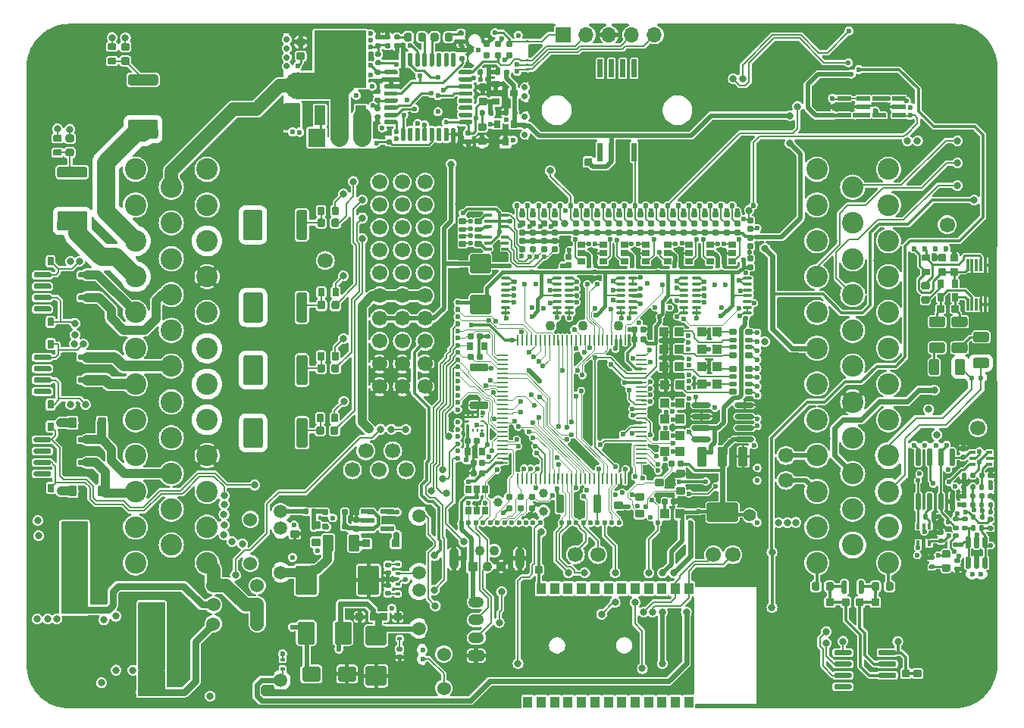
<source format=gtl>
G75*
G70*
%OFA0B0*%
%FSLAX25Y25*%
%IPPOS*%
%LPD*%
%AMOC8*
5,1,8,0,0,1.08239X$1,22.5*
%
%AMM1*
21,1,0.086610,0.073230,0.000000,0.000000,270.000000*
21,1,0.069290,0.090550,0.000000,0.000000,270.000000*
1,1,0.017320,-0.036610,-0.034650*
1,1,0.017320,-0.036610,0.034650*
1,1,0.017320,0.036610,0.034650*
1,1,0.017320,0.036610,-0.034650*
%
%AMM10*
21,1,0.015750,0.016540,0.000000,0.000000,270.000000*
21,1,0.012600,0.019680,0.000000,0.000000,270.000000*
1,1,0.003150,-0.008270,-0.006300*
1,1,0.003150,-0.008270,0.006300*
1,1,0.003150,0.008270,0.006300*
1,1,0.003150,0.008270,-0.006300*
%
%AMM107*
21,1,0.021650,0.052760,-0.000000,-0.000000,90.000000*
21,1,0.017320,0.057090,-0.000000,-0.000000,90.000000*
1,1,0.004330,0.026380,0.008660*
1,1,0.004330,0.026380,-0.008660*
1,1,0.004330,-0.026380,-0.008660*
1,1,0.004330,-0.026380,0.008660*
%
%AMM11*
21,1,0.023620,0.018900,0.000000,0.000000,90.000000*
21,1,0.018900,0.023620,0.000000,0.000000,90.000000*
1,1,0.004720,0.009450,0.009450*
1,1,0.004720,0.009450,-0.009450*
1,1,0.004720,-0.009450,-0.009450*
1,1,0.004720,-0.009450,0.009450*
%
%AMM12*
21,1,0.019680,0.019680,0.000000,0.000000,0.000000*
21,1,0.015750,0.023620,0.000000,0.000000,0.000000*
1,1,0.003940,0.007870,-0.009840*
1,1,0.003940,-0.007870,-0.009840*
1,1,0.003940,-0.007870,0.009840*
1,1,0.003940,0.007870,0.009840*
%
%AMM13*
21,1,0.019680,0.019680,0.000000,0.000000,270.000000*
21,1,0.015750,0.023620,0.000000,0.000000,270.000000*
1,1,0.003940,-0.009840,-0.007870*
1,1,0.003940,-0.009840,0.007870*
1,1,0.003940,0.009840,0.007870*
1,1,0.003940,0.009840,-0.007870*
%
%AMM175*
21,1,0.025590,0.026380,-0.000000,-0.000000,90.000000*
21,1,0.020470,0.031500,-0.000000,-0.000000,90.000000*
1,1,0.005120,0.013190,0.010240*
1,1,0.005120,0.013190,-0.010240*
1,1,0.005120,-0.013190,-0.010240*
1,1,0.005120,-0.013190,0.010240*
%
%AMM176*
21,1,0.017720,0.027950,-0.000000,-0.000000,90.000000*
21,1,0.014170,0.031500,-0.000000,-0.000000,90.000000*
1,1,0.003540,0.013980,0.007090*
1,1,0.003540,0.013980,-0.007090*
1,1,0.003540,-0.013980,-0.007090*
1,1,0.003540,-0.013980,0.007090*
%
%AMM177*
21,1,0.012600,0.028980,-0.000000,-0.000000,270.000000*
21,1,0.010080,0.031500,-0.000000,-0.000000,270.000000*
1,1,0.002520,-0.014490,-0.005040*
1,1,0.002520,-0.014490,0.005040*
1,1,0.002520,0.014490,0.005040*
1,1,0.002520,0.014490,-0.005040*
%
%AMM178*
21,1,0.023620,0.030710,-0.000000,-0.000000,0.000000*
21,1,0.018900,0.035430,-0.000000,-0.000000,0.000000*
1,1,0.004720,0.009450,-0.015350*
1,1,0.004720,-0.009450,-0.015350*
1,1,0.004720,-0.009450,0.015350*
1,1,0.004720,0.009450,0.015350*
%
%AMM179*
21,1,0.027560,0.018900,-0.000000,-0.000000,270.000000*
21,1,0.022840,0.023620,-0.000000,-0.000000,270.000000*
1,1,0.004720,-0.009450,-0.011420*
1,1,0.004720,-0.009450,0.011420*
1,1,0.004720,0.009450,0.011420*
1,1,0.004720,0.009450,-0.011420*
%
%AMM180*
21,1,0.031500,0.072440,-0.000000,-0.000000,270.000000*
21,1,0.025200,0.078740,-0.000000,-0.000000,270.000000*
1,1,0.006300,-0.036220,-0.012600*
1,1,0.006300,-0.036220,0.012600*
1,1,0.006300,0.036220,0.012600*
1,1,0.006300,0.036220,-0.012600*
%
%AMM181*
21,1,0.027560,0.018900,-0.000000,-0.000000,0.000000*
21,1,0.022840,0.023620,-0.000000,-0.000000,0.000000*
1,1,0.004720,0.011420,-0.009450*
1,1,0.004720,-0.011420,-0.009450*
1,1,0.004720,-0.011420,0.009450*
1,1,0.004720,0.011420,0.009450*
%
%AMM182*
21,1,0.023620,0.030710,-0.000000,-0.000000,90.000000*
21,1,0.018900,0.035430,-0.000000,-0.000000,90.000000*
1,1,0.004720,0.015350,0.009450*
1,1,0.004720,0.015350,-0.009450*
1,1,0.004720,-0.015350,-0.009450*
1,1,0.004720,-0.015350,0.009450*
%
%AMM183*
21,1,0.035430,0.030320,-0.000000,-0.000000,90.000000*
21,1,0.028350,0.037400,-0.000000,-0.000000,90.000000*
1,1,0.007090,0.015160,0.014170*
1,1,0.007090,0.015160,-0.014170*
1,1,0.007090,-0.015160,-0.014170*
1,1,0.007090,-0.015160,0.014170*
%
%AMM184*
21,1,0.043310,0.075980,-0.000000,-0.000000,180.000000*
21,1,0.034650,0.084650,-0.000000,-0.000000,180.000000*
1,1,0.008660,-0.017320,0.037990*
1,1,0.008660,0.017320,0.037990*
1,1,0.008660,0.017320,-0.037990*
1,1,0.008660,-0.017320,-0.037990*
%
%AMM185*
21,1,0.039370,0.035430,-0.000000,-0.000000,180.000000*
21,1,0.031500,0.043310,-0.000000,-0.000000,180.000000*
1,1,0.007870,-0.015750,0.017720*
1,1,0.007870,0.015750,0.017720*
1,1,0.007870,0.015750,-0.017720*
1,1,0.007870,-0.015750,-0.017720*
%
%AMM186*
21,1,0.027560,0.030710,-0.000000,-0.000000,180.000000*
21,1,0.022050,0.036220,-0.000000,-0.000000,180.000000*
1,1,0.005510,-0.011020,0.015350*
1,1,0.005510,0.011020,0.015350*
1,1,0.005510,0.011020,-0.015350*
1,1,0.005510,-0.011020,-0.015350*
%
%AMM187*
21,1,0.031500,0.072440,-0.000000,-0.000000,180.000000*
21,1,0.025200,0.078740,-0.000000,-0.000000,180.000000*
1,1,0.006300,-0.012600,0.036220*
1,1,0.006300,0.012600,0.036220*
1,1,0.006300,0.012600,-0.036220*
1,1,0.006300,-0.012600,-0.036220*
%
%AMM188*
21,1,0.137800,0.067720,-0.000000,-0.000000,180.000000*
21,1,0.120870,0.084650,-0.000000,-0.000000,180.000000*
1,1,0.016930,-0.060430,0.033860*
1,1,0.016930,0.060430,0.033860*
1,1,0.016930,0.060430,-0.033860*
1,1,0.016930,-0.060430,-0.033860*
%
%AMM189*
21,1,0.043310,0.075990,-0.000000,-0.000000,180.000000*
21,1,0.034650,0.084650,-0.000000,-0.000000,180.000000*
1,1,0.008660,-0.017320,0.037990*
1,1,0.008660,0.017320,0.037990*
1,1,0.008660,0.017320,-0.037990*
1,1,0.008660,-0.017320,-0.037990*
%
%AMM190*
21,1,0.086610,0.073230,-0.000000,-0.000000,270.000000*
21,1,0.069290,0.090550,-0.000000,-0.000000,270.000000*
1,1,0.017320,-0.036610,-0.034650*
1,1,0.017320,-0.036610,0.034650*
1,1,0.017320,0.036610,0.034650*
1,1,0.017320,0.036610,-0.034650*
%
%AMM2*
21,1,0.094490,0.111020,0.000000,0.000000,0.000000*
21,1,0.075590,0.129920,0.000000,0.000000,0.000000*
1,1,0.018900,0.037800,-0.055510*
1,1,0.018900,-0.037800,-0.055510*
1,1,0.018900,-0.037800,0.055510*
1,1,0.018900,0.037800,0.055510*
%
%AMM3*
21,1,0.074800,0.083460,0.000000,0.000000,0.000000*
21,1,0.059840,0.098430,0.000000,0.000000,0.000000*
1,1,0.014960,0.029920,-0.041730*
1,1,0.014960,-0.029920,-0.041730*
1,1,0.014960,-0.029920,0.041730*
1,1,0.014960,0.029920,0.041730*
%
%AMM4*
21,1,0.078740,0.053540,0.000000,0.000000,180.000000*
21,1,0.065350,0.066930,0.000000,0.000000,180.000000*
1,1,0.013390,-0.032680,0.026770*
1,1,0.013390,0.032680,0.026770*
1,1,0.013390,0.032680,-0.026770*
1,1,0.013390,-0.032680,-0.026770*
%
%AMM5*
21,1,0.035430,0.030320,0.000000,0.000000,90.000000*
21,1,0.028350,0.037400,0.000000,0.000000,90.000000*
1,1,0.007090,0.015160,0.014170*
1,1,0.007090,0.015160,-0.014170*
1,1,0.007090,-0.015160,-0.014170*
1,1,0.007090,-0.015160,0.014170*
%
%AMM6*
21,1,0.021650,0.052760,0.000000,0.000000,270.000000*
21,1,0.017320,0.057090,0.000000,0.000000,270.000000*
1,1,0.004330,-0.026380,-0.008660*
1,1,0.004330,-0.026380,0.008660*
1,1,0.004330,0.026380,0.008660*
1,1,0.004330,0.026380,-0.008660*
%
%AMM7*
21,1,0.035830,0.026770,0.000000,0.000000,0.000000*
21,1,0.029130,0.033470,0.000000,0.000000,0.000000*
1,1,0.006690,0.014570,-0.013390*
1,1,0.006690,-0.014570,-0.013390*
1,1,0.006690,-0.014570,0.013390*
1,1,0.006690,0.014570,0.013390*
%
%AMM8*
21,1,0.070870,0.036220,0.000000,0.000000,90.000000*
21,1,0.061810,0.045280,0.000000,0.000000,90.000000*
1,1,0.009060,0.018110,0.030910*
1,1,0.009060,0.018110,-0.030910*
1,1,0.009060,-0.018110,-0.030910*
1,1,0.009060,-0.018110,0.030910*
%
%AMM9*
21,1,0.033470,0.026770,0.000000,0.000000,0.000000*
21,1,0.026770,0.033470,0.000000,0.000000,0.000000*
1,1,0.006690,0.013390,-0.013390*
1,1,0.006690,-0.013390,-0.013390*
1,1,0.006690,-0.013390,0.013390*
1,1,0.006690,0.013390,0.013390*
%
%ADD10C,0.06693*%
%ADD100M7*%
%ADD101M8*%
%ADD102M9*%
%ADD103M10*%
%ADD104M11*%
%ADD105M12*%
%ADD106M13*%
%ADD107O,0.00787X0.40158*%
%ADD11C,0.02756*%
%ADD12C,0.11811*%
%ADD13R,0.00984X0.11811*%
%ADD136C,0.01850*%
%ADD14R,0.00984X0.04331*%
%ADD144R,0.02559X0.01575*%
%ADD145R,0.01575X0.02559*%
%ADD148R,0.03543X0.03150*%
%ADD149R,0.04724X0.08661*%
%ADD15R,0.00984X0.03858*%
%ADD150C,0.05118*%
%ADD151R,0.22835X0.25197*%
%ADD152R,0.03150X0.03543*%
%ADD153C,0.03100*%
%ADD154R,0.07500X0.07874*%
%ADD155O,0.07500X0.07874*%
%ADD156C,0.03900*%
%ADD16R,0.00984X0.05709*%
%ADD163O,0.04724X0.00866*%
%ADD164O,0.00866X0.04724*%
%ADD165O,0.04331X0.01181*%
%ADD168R,0.01378X0.00984*%
%ADD169R,0.00984X0.01378*%
%ADD17R,1.08661X0.00984*%
%ADD174O,0.08661X0.02362*%
%ADD18R,0.00984X0.07677*%
%ADD182C,0.00492*%
%ADD183C,0.01260*%
%ADD184C,0.05512*%
%ADD19R,0.00984X0.03740*%
%ADD20C,0.05906*%
%ADD21C,0.02362*%
%ADD22O,0.00787X0.12992*%
%ADD23O,0.00787X0.40157*%
%ADD24O,0.00787X0.01181*%
%ADD25O,0.66929X0.00787*%
%ADD26O,0.60630X0.00787*%
%ADD266M107*%
%ADD27O,0.00787X0.18898*%
%ADD276R,0.01181X0.05512*%
%ADD28O,0.00787X0.10236*%
%ADD29O,0.00787X0.03937*%
%ADD30O,0.00787X0.05906*%
%ADD31R,0.24350X0.00984*%
%ADD32R,0.04390X0.00984*%
%ADD33R,0.00984X0.56201*%
%ADD34R,0.00984X0.59449*%
%ADD35R,0.20374X0.00984*%
%ADD36R,0.04331X0.04331*%
%ADD37C,0.04331*%
%ADD371M175*%
%ADD372M176*%
%ADD373M177*%
%ADD374M178*%
%ADD375M179*%
%ADD376M180*%
%ADD377M181*%
%ADD378M182*%
%ADD379M183*%
%ADD38O,0.04331X0.09449*%
%ADD380M184*%
%ADD381M185*%
%ADD382M186*%
%ADD383M187*%
%ADD384M188*%
%ADD385M189*%
%ADD386M190*%
%ADD39O,0.00787X0.04823*%
%ADD40O,0.36614X0.00787*%
%ADD41C,0.09449*%
%ADD42C,0.15748*%
%ADD43R,0.00787X0.14567*%
%ADD44R,0.00787X0.01575*%
%ADD45R,0.00787X0.06299*%
%ADD46R,0.00787X0.38189*%
%ADD47R,0.00787X0.09055*%
%ADD48R,0.05512X0.00787*%
%ADD49R,0.25197X0.00787*%
%ADD50R,0.06693X0.00787*%
%ADD51R,0.12992X0.00787*%
%ADD52R,0.00787X0.27559*%
%ADD53R,0.00787X0.12992*%
%ADD54R,0.00787X0.24803*%
%ADD55R,0.03937X0.05118*%
%ADD56R,0.06693X0.06693*%
%ADD57O,0.06693X0.06693*%
%ADD58O,0.06890X0.04724*%
%ADD59C,0.06000*%
%ADD60C,0.03150*%
%ADD61C,0.00787*%
%ADD62C,0.01969*%
%ADD63C,0.01181*%
%ADD64C,0.03937*%
%ADD65C,0.04724*%
%ADD66C,0.07874*%
%ADD70C,0.00984*%
%ADD72C,0.00800*%
%ADD92C,0.01968*%
%ADD93C,0.01575*%
%ADD94M1*%
%ADD95M2*%
%ADD96M3*%
%ADD97M4*%
%ADD98M5*%
%ADD99M6*%
X0000000Y0000000D02*
%LPD*%
G01*
G36*
G01*
X0035650Y0051240D02*
X0035650Y0047106D01*
G75*
G02*
X0035256Y0046712I-000394J0000000D01*
G01*
X0032106Y0046712D01*
G75*
G02*
X0031713Y0047106I0000000J0000394D01*
G01*
X0031713Y0051240D01*
G75*
G02*
X0032106Y0051633I0000394J0000000D01*
G01*
X0035256Y0051633D01*
G75*
G02*
X0035650Y0051240I0000000J-000394D01*
G01*
G37*
G36*
G01*
X0027776Y0051240D02*
X0027776Y0047106D01*
G75*
G02*
X0027382Y0046712I-000394J0000000D01*
G01*
X0024232Y0046712D01*
G75*
G02*
X0023839Y0047106I0000000J0000394D01*
G01*
X0023839Y0051240D01*
G75*
G02*
X0024232Y0051633I0000394J0000000D01*
G01*
X0027382Y0051633D01*
G75*
G02*
X0027776Y0051240I0000000J-000394D01*
G01*
G37*
G36*
G01*
X0360925Y0051299D02*
X0359744Y0051299D01*
G75*
G02*
X0359154Y0051889I0000000J0000591D01*
G01*
X0359154Y0056515D01*
G75*
G02*
X0359744Y0057106I0000591J0000000D01*
G01*
X0360925Y0057106D01*
G75*
G02*
X0361516Y0056515I0000000J-000591D01*
G01*
X0361516Y0051889D01*
G75*
G02*
X0360925Y0051299I-000591J0000000D01*
G01*
G37*
G36*
G01*
X0368406Y0051299D02*
X0367224Y0051299D01*
G75*
G02*
X0366634Y0051889I0000000J0000591D01*
G01*
X0366634Y0056515D01*
G75*
G02*
X0367224Y0057106I0000591J0000000D01*
G01*
X0368406Y0057106D01*
G75*
G02*
X0368996Y0056515I0000000J-000591D01*
G01*
X0368996Y0051889D01*
G75*
G02*
X0368406Y0051299I-000591J0000000D01*
G01*
G37*
G36*
G01*
X0364665Y0058681D02*
X0363484Y0058681D01*
G75*
G02*
X0362894Y0059271I0000000J0000591D01*
G01*
X0362894Y0063897D01*
G75*
G02*
X0363484Y0064488I0000591J0000000D01*
G01*
X0364665Y0064488D01*
G75*
G02*
X0365256Y0063897I0000000J-000591D01*
G01*
X0365256Y0059271D01*
G75*
G02*
X0364665Y0058681I-000591J0000000D01*
G01*
G37*
G36*
G01*
X0003898Y0118445D02*
X0003898Y0119626D01*
G75*
G02*
X0004488Y0120216I0000591J0000000D01*
G01*
X0010984Y0120216D01*
G75*
G02*
X0011575Y0119626I0000000J-000591D01*
G01*
X0011575Y0118445D01*
G75*
G02*
X0010984Y0117854I-000591J0000000D01*
G01*
X0004488Y0117854D01*
G75*
G02*
X0003898Y0118445I0000000J0000591D01*
G01*
G37*
G36*
G01*
X0003898Y0113445D02*
X0003898Y0114626D01*
G75*
G02*
X0004488Y0115216I0000591J0000000D01*
G01*
X0010984Y0115216D01*
G75*
G02*
X0011575Y0114626I0000000J-000591D01*
G01*
X0011575Y0113445D01*
G75*
G02*
X0010984Y0112854I-000591J0000000D01*
G01*
X0004488Y0112854D01*
G75*
G02*
X0003898Y0113445I0000000J0000591D01*
G01*
G37*
G36*
G01*
X0003898Y0108445D02*
X0003898Y0109626D01*
G75*
G02*
X0004488Y0110216I0000591J0000000D01*
G01*
X0010984Y0110216D01*
G75*
G02*
X0011575Y0109626I0000000J-000591D01*
G01*
X0011575Y0108445D01*
G75*
G02*
X0010984Y0107854I-000591J0000000D01*
G01*
X0004488Y0107854D01*
G75*
G02*
X0003898Y0108445I0000000J0000591D01*
G01*
G37*
G36*
G01*
X0003898Y0103445D02*
X0003898Y0104626D01*
G75*
G02*
X0004488Y0105216I0000591J0000000D01*
G01*
X0010984Y0105216D01*
G75*
G02*
X0011575Y0104626I0000000J-000591D01*
G01*
X0011575Y0103445D01*
G75*
G02*
X0010984Y0102854I-000591J0000000D01*
G01*
X0004488Y0102854D01*
G75*
G02*
X0003898Y0103445I0000000J0000591D01*
G01*
G37*
G36*
G01*
X0023386Y0103445D02*
X0023386Y0104626D01*
G75*
G02*
X0023976Y0105216I0000591J0000000D01*
G01*
X0030472Y0105216D01*
G75*
G02*
X0031063Y0104626I0000000J-000591D01*
G01*
X0031063Y0103445D01*
G75*
G02*
X0030472Y0102854I-000591J0000000D01*
G01*
X0023976Y0102854D01*
G75*
G02*
X0023386Y0103445I0000000J0000591D01*
G01*
G37*
G36*
G01*
X0023386Y0108445D02*
X0023386Y0109626D01*
G75*
G02*
X0023976Y0110216I0000591J0000000D01*
G01*
X0030472Y0110216D01*
G75*
G02*
X0031063Y0109626I0000000J-000591D01*
G01*
X0031063Y0108445D01*
G75*
G02*
X0030472Y0107854I-000591J0000000D01*
G01*
X0023976Y0107854D01*
G75*
G02*
X0023386Y0108445I0000000J0000591D01*
G01*
G37*
G36*
G01*
X0023386Y0113445D02*
X0023386Y0114626D01*
G75*
G02*
X0023976Y0115216I0000591J0000000D01*
G01*
X0030472Y0115216D01*
G75*
G02*
X0031063Y0114626I0000000J-000591D01*
G01*
X0031063Y0113445D01*
G75*
G02*
X0030472Y0112854I-000591J0000000D01*
G01*
X0023976Y0112854D01*
G75*
G02*
X0023386Y0113445I0000000J0000591D01*
G01*
G37*
G36*
G01*
X0023386Y0118445D02*
X0023386Y0119626D01*
G75*
G02*
X0023976Y0120216I0000591J0000000D01*
G01*
X0030472Y0120216D01*
G75*
G02*
X0031063Y0119626I0000000J-000591D01*
G01*
X0031063Y0118445D01*
G75*
G02*
X0030472Y0117854I-000591J0000000D01*
G01*
X0023976Y0117854D01*
G75*
G02*
X0023386Y0118445I0000000J0000591D01*
G01*
G37*
D10*
X0132146Y0197893D03*
G36*
G01*
X0035650Y0066988D02*
X0035650Y0062854D01*
G75*
G02*
X0035256Y0062460I-000394J0000000D01*
G01*
X0032106Y0062460D01*
G75*
G02*
X0031713Y0062854I0000000J0000394D01*
G01*
X0031713Y0066988D01*
G75*
G02*
X0032106Y0067382I0000394J0000000D01*
G01*
X0035256Y0067382D01*
G75*
G02*
X0035650Y0066988I0000000J-000394D01*
G01*
G37*
G36*
G01*
X0027776Y0066988D02*
X0027776Y0062854D01*
G75*
G02*
X0027382Y0062460I-000394J0000000D01*
G01*
X0024232Y0062460D01*
G75*
G02*
X0023839Y0062854I0000000J0000394D01*
G01*
X0023839Y0066988D01*
G75*
G02*
X0024232Y0067382I0000394J0000000D01*
G01*
X0027382Y0067382D01*
G75*
G02*
X0027776Y0066988I0000000J-000394D01*
G01*
G37*
G36*
G01*
X0246516Y0249133D02*
X0249193Y0249133D01*
G75*
G02*
X0249528Y0248799I0000000J-000335D01*
G01*
X0249528Y0246122D01*
G75*
G02*
X0249193Y0245787I-000335J0000000D01*
G01*
X0246516Y0245787D01*
G75*
G02*
X0246181Y0246122I0000000J0000335D01*
G01*
X0246181Y0248799D01*
G75*
G02*
X0246516Y0249133I0000335J0000000D01*
G01*
G37*
G36*
G01*
X0246516Y0242913D02*
X0249193Y0242913D01*
G75*
G02*
X0249528Y0242578I0000000J-000335D01*
G01*
X0249528Y0239901D01*
G75*
G02*
X0249193Y0239567I-000335J0000000D01*
G01*
X0246516Y0239567D01*
G75*
G02*
X0246181Y0239901I0000000J0000335D01*
G01*
X0246181Y0242578D01*
G75*
G02*
X0246516Y0242913I0000335J0000000D01*
G01*
G37*
G36*
G01*
X0137933Y0221279D02*
X0137933Y0218208D01*
G75*
G02*
X0137657Y0217933I-000276J0000000D01*
G01*
X0135453Y0217933D01*
G75*
G02*
X0135177Y0218208I0000000J0000276D01*
G01*
X0135177Y0221279D01*
G75*
G02*
X0135453Y0221555I0000276J0000000D01*
G01*
X0137657Y0221555D01*
G75*
G02*
X0137933Y0221279I0000000J-000276D01*
G01*
G37*
G36*
G01*
X0131634Y0221279D02*
X0131634Y0218208D01*
G75*
G02*
X0131358Y0217933I-000276J0000000D01*
G01*
X0129154Y0217933D01*
G75*
G02*
X0128878Y0218208I0000000J0000276D01*
G01*
X0128878Y0221279D01*
G75*
G02*
X0129154Y0221555I0000276J0000000D01*
G01*
X0131358Y0221555D01*
G75*
G02*
X0131634Y0221279I0000000J-000276D01*
G01*
G37*
G36*
G01*
X0041988Y0043130D02*
X0041988Y0047263D01*
G75*
G02*
X0042382Y0047657I0000394J0000000D01*
G01*
X0045531Y0047657D01*
G75*
G02*
X0045925Y0047263I0000000J-000394D01*
G01*
X0045925Y0043130D01*
G75*
G02*
X0045531Y0042736I-000394J0000000D01*
G01*
X0042382Y0042736D01*
G75*
G02*
X0041988Y0043130I0000000J0000394D01*
G01*
G37*
G36*
G01*
X0049862Y0043130D02*
X0049862Y0047263D01*
G75*
G02*
X0050256Y0047657I0000394J0000000D01*
G01*
X0053406Y0047657D01*
G75*
G02*
X0053799Y0047263I0000000J-000394D01*
G01*
X0053799Y0043130D01*
G75*
G02*
X0053406Y0042736I-000394J0000000D01*
G01*
X0050256Y0042736D01*
G75*
G02*
X0049862Y0043130I0000000J0000394D01*
G01*
G37*
G36*
G01*
X0003957Y0154724D02*
X0003957Y0155905D01*
G75*
G02*
X0004547Y0156496I0000591J0000000D01*
G01*
X0011043Y0156496D01*
G75*
G02*
X0011634Y0155905I0000000J-000591D01*
G01*
X0011634Y0154724D01*
G75*
G02*
X0011043Y0154133I-000591J0000000D01*
G01*
X0004547Y0154133D01*
G75*
G02*
X0003957Y0154724I0000000J0000591D01*
G01*
G37*
G36*
G01*
X0003957Y0149724D02*
X0003957Y0150905D01*
G75*
G02*
X0004547Y0151496I0000591J0000000D01*
G01*
X0011043Y0151496D01*
G75*
G02*
X0011634Y0150905I0000000J-000591D01*
G01*
X0011634Y0149724D01*
G75*
G02*
X0011043Y0149133I-000591J0000000D01*
G01*
X0004547Y0149133D01*
G75*
G02*
X0003957Y0149724I0000000J0000591D01*
G01*
G37*
G36*
G01*
X0003957Y0144724D02*
X0003957Y0145905D01*
G75*
G02*
X0004547Y0146496I0000591J0000000D01*
G01*
X0011043Y0146496D01*
G75*
G02*
X0011634Y0145905I0000000J-000591D01*
G01*
X0011634Y0144724D01*
G75*
G02*
X0011043Y0144133I-000591J0000000D01*
G01*
X0004547Y0144133D01*
G75*
G02*
X0003957Y0144724I0000000J0000591D01*
G01*
G37*
G36*
G01*
X0003957Y0139724D02*
X0003957Y0140905D01*
G75*
G02*
X0004547Y0141496I0000591J0000000D01*
G01*
X0011043Y0141496D01*
G75*
G02*
X0011634Y0140905I0000000J-000591D01*
G01*
X0011634Y0139724D01*
G75*
G02*
X0011043Y0139133I-000591J0000000D01*
G01*
X0004547Y0139133D01*
G75*
G02*
X0003957Y0139724I0000000J0000591D01*
G01*
G37*
G36*
G01*
X0023445Y0139724D02*
X0023445Y0140905D01*
G75*
G02*
X0024035Y0141496I0000591J0000000D01*
G01*
X0030531Y0141496D01*
G75*
G02*
X0031122Y0140905I0000000J-000591D01*
G01*
X0031122Y0139724D01*
G75*
G02*
X0030531Y0139133I-000591J0000000D01*
G01*
X0024035Y0139133D01*
G75*
G02*
X0023445Y0139724I0000000J0000591D01*
G01*
G37*
G36*
G01*
X0023445Y0144724D02*
X0023445Y0145905D01*
G75*
G02*
X0024035Y0146496I0000591J0000000D01*
G01*
X0030531Y0146496D01*
G75*
G02*
X0031122Y0145905I0000000J-000591D01*
G01*
X0031122Y0144724D01*
G75*
G02*
X0030531Y0144133I-000591J0000000D01*
G01*
X0024035Y0144133D01*
G75*
G02*
X0023445Y0144724I0000000J0000591D01*
G01*
G37*
G36*
G01*
X0023445Y0149724D02*
X0023445Y0150905D01*
G75*
G02*
X0024035Y0151496I0000591J0000000D01*
G01*
X0030531Y0151496D01*
G75*
G02*
X0031122Y0150905I0000000J-000591D01*
G01*
X0031122Y0149724D01*
G75*
G02*
X0030531Y0149133I-000591J0000000D01*
G01*
X0024035Y0149133D01*
G75*
G02*
X0023445Y0149724I0000000J0000591D01*
G01*
G37*
G36*
G01*
X0023445Y0154724D02*
X0023445Y0155905D01*
G75*
G02*
X0024035Y0156496I0000591J0000000D01*
G01*
X0030531Y0156496D01*
G75*
G02*
X0031122Y0155905I0000000J-000591D01*
G01*
X0031122Y0154724D01*
G75*
G02*
X0030531Y0154133I-000591J0000000D01*
G01*
X0024035Y0154133D01*
G75*
G02*
X0023445Y0154724I0000000J0000591D01*
G01*
G37*
G36*
G01*
X0138091Y0185452D02*
X0138091Y0182382D01*
G75*
G02*
X0137815Y0182106I-000276J0000000D01*
G01*
X0135610Y0182106D01*
G75*
G02*
X0135335Y0182382I0000000J0000276D01*
G01*
X0135335Y0185452D01*
G75*
G02*
X0135610Y0185728I0000276J0000000D01*
G01*
X0137815Y0185728D01*
G75*
G02*
X0138091Y0185452I0000000J-000276D01*
G01*
G37*
G36*
G01*
X0131791Y0185452D02*
X0131791Y0182382D01*
G75*
G02*
X0131516Y0182106I-000276J0000000D01*
G01*
X0129311Y0182106D01*
G75*
G02*
X0129035Y0182382I0000000J0000276D01*
G01*
X0129035Y0185452D01*
G75*
G02*
X0129311Y0185728I0000276J0000000D01*
G01*
X0131516Y0185728D01*
G75*
G02*
X0131791Y0185452I0000000J-000276D01*
G01*
G37*
G36*
G01*
X0041988Y0027382D02*
X0041988Y0031515D01*
G75*
G02*
X0042382Y0031909I0000394J0000000D01*
G01*
X0045531Y0031909D01*
G75*
G02*
X0045925Y0031515I0000000J-000394D01*
G01*
X0045925Y0027382D01*
G75*
G02*
X0045531Y0026988I-000394J0000000D01*
G01*
X0042382Y0026988D01*
G75*
G02*
X0041988Y0027382I0000000J0000394D01*
G01*
G37*
G36*
G01*
X0049862Y0027382D02*
X0049862Y0031515D01*
G75*
G02*
X0050256Y0031909I0000394J0000000D01*
G01*
X0053406Y0031909D01*
G75*
G02*
X0053799Y0031515I0000000J-000394D01*
G01*
X0053799Y0027382D01*
G75*
G02*
X0053406Y0026988I-000394J0000000D01*
G01*
X0050256Y0026988D01*
G75*
G02*
X0049862Y0027382I0000000J0000394D01*
G01*
G37*
G36*
G01*
X0003681Y0159586D02*
X0003681Y0162657D01*
G75*
G02*
X0003957Y0162933I0000276J0000000D01*
G01*
X0006161Y0162933D01*
G75*
G02*
X0006437Y0162657I0000000J-000276D01*
G01*
X0006437Y0159586D01*
G75*
G02*
X0006161Y0159311I-000276J0000000D01*
G01*
X0003957Y0159311D01*
G75*
G02*
X0003681Y0159586I0000000J0000276D01*
G01*
G37*
G36*
G01*
X0009980Y0159586D02*
X0009980Y0162657D01*
G75*
G02*
X0010256Y0162933I0000276J0000000D01*
G01*
X0012461Y0162933D01*
G75*
G02*
X0012736Y0162657I0000000J-000276D01*
G01*
X0012736Y0159586D01*
G75*
G02*
X0012461Y0159311I-000276J0000000D01*
G01*
X0010256Y0159311D01*
G75*
G02*
X0009980Y0159586I0000000J0000276D01*
G01*
G37*
X0302894Y0068445D03*
G36*
G01*
X0124291Y0155295D02*
X0124291Y0144074D01*
G75*
G02*
X0123307Y0143090I-000984J0000000D01*
G01*
X0120453Y0143090D01*
G75*
G02*
X0119469Y0144074I0000000J0000984D01*
G01*
X0119469Y0155295D01*
G75*
G02*
X0120453Y0156279I0000984J0000000D01*
G01*
X0123307Y0156279D01*
G75*
G02*
X0124291Y0155295I0000000J-000984D01*
G01*
G37*
G36*
G01*
X0100965Y0155295D02*
X0100965Y0144074D01*
G75*
G02*
X0099980Y0143090I-000984J0000000D01*
G01*
X0097126Y0143090D01*
G75*
G02*
X0096142Y0144074I0000000J0000984D01*
G01*
X0096142Y0155295D01*
G75*
G02*
X0097126Y0156279I0000984J0000000D01*
G01*
X0099980Y0156279D01*
G75*
G02*
X0100965Y0155295I0000000J-000984D01*
G01*
G37*
G36*
G01*
X0382008Y0048917D02*
X0382008Y0046240D01*
G75*
G02*
X0381673Y0045905I-000335J0000000D01*
G01*
X0378996Y0045905D01*
G75*
G02*
X0378661Y0046240I0000000J0000335D01*
G01*
X0378661Y0048917D01*
G75*
G02*
X0378996Y0049252I0000335J0000000D01*
G01*
X0381673Y0049252D01*
G75*
G02*
X0382008Y0048917I0000000J-000335D01*
G01*
G37*
G36*
G01*
X0375787Y0048917D02*
X0375787Y0046240D01*
G75*
G02*
X0375453Y0045905I-000335J0000000D01*
G01*
X0372776Y0045905D01*
G75*
G02*
X0372441Y0046240I0000000J0000335D01*
G01*
X0372441Y0048917D01*
G75*
G02*
X0372776Y0049252I0000335J0000000D01*
G01*
X0375453Y0049252D01*
G75*
G02*
X0375787Y0048917I0000000J-000335D01*
G01*
G37*
D11*
X0115197Y0295216D03*
X0115197Y0283405D03*
X0115197Y0287342D03*
X0115197Y0291279D03*
D12*
X0120118Y0274941D03*
D13*
X0113720Y0261161D03*
D14*
X0221398Y0248563D03*
D15*
X0221398Y0265649D03*
X0221398Y0278641D03*
D16*
X0221398Y0298661D03*
D17*
X0167559Y0246889D03*
X0167559Y0301023D03*
D18*
X0113720Y0250236D03*
D19*
X0113720Y0299645D03*
G36*
G01*
X0184291Y0250925D02*
X0184291Y0255846D01*
G75*
G02*
X0184783Y0256338I0000492J0000000D01*
G01*
X0185768Y0256338D01*
G75*
G02*
X0186260Y0255846I0000000J-000492D01*
G01*
X0186260Y0250925D01*
G75*
G02*
X0185768Y0250433I-000492J0000000D01*
G01*
X0184783Y0250433D01*
G75*
G02*
X0184291Y0250925I0000000J0000492D01*
G01*
G37*
G36*
G01*
X0190886Y0261456D02*
X0190886Y0262441D01*
G75*
G02*
X0191378Y0262933I0000492J0000000D01*
G01*
X0196299Y0262933D01*
G75*
G02*
X0196791Y0262441I0000000J-000492D01*
G01*
X0196791Y0261456D01*
G75*
G02*
X0196299Y0260964I-000492J0000000D01*
G01*
X0191378Y0260964D01*
G75*
G02*
X0190886Y0261456I0000000J0000492D01*
G01*
G37*
G36*
G01*
X0187441Y0250925D02*
X0187441Y0255846D01*
G75*
G02*
X0187933Y0256338I0000492J0000000D01*
G01*
X0188917Y0256338D01*
G75*
G02*
X0189409Y0255846I0000000J-000492D01*
G01*
X0189409Y0250925D01*
G75*
G02*
X0188917Y0250433I-000492J0000000D01*
G01*
X0187933Y0250433D01*
G75*
G02*
X0187441Y0250925I0000000J0000492D01*
G01*
G37*
G36*
G01*
X0188720Y0260964D02*
X0187736Y0260964D01*
G75*
G02*
X0187244Y0261456I0000000J0000492D01*
G01*
X0187244Y0262441D01*
G75*
G02*
X0187736Y0262933I0000492J0000000D01*
G01*
X0188720Y0262933D01*
G75*
G02*
X0189213Y0262441I0000000J-000492D01*
G01*
X0189213Y0261456D01*
G75*
G02*
X0188720Y0260964I-000492J0000000D01*
G01*
G37*
G36*
G01*
X0184291Y0258307D02*
X0184291Y0259291D01*
G75*
G02*
X0184783Y0259783I0000492J0000000D01*
G01*
X0185768Y0259783D01*
G75*
G02*
X0186260Y0259291I0000000J-000492D01*
G01*
X0186260Y0258307D01*
G75*
G02*
X0185768Y0257815I-000492J0000000D01*
G01*
X0184783Y0257815D01*
G75*
G02*
X0184291Y0258307I0000000J0000492D01*
G01*
G37*
G36*
G01*
X0190886Y0258307D02*
X0190886Y0259291D01*
G75*
G02*
X0191378Y0259783I0000492J0000000D01*
G01*
X0196299Y0259783D01*
G75*
G02*
X0196791Y0259291I0000000J-000492D01*
G01*
X0196791Y0258307D01*
G75*
G02*
X0196299Y0257815I-000492J0000000D01*
G01*
X0191378Y0257815D01*
G75*
G02*
X0190886Y0258307I0000000J0000492D01*
G01*
G37*
D11*
X0219887Y0257224D03*
X0219887Y0261161D03*
X0219887Y0274137D03*
X0219887Y0270137D03*
G36*
G01*
X0221890Y0282027D02*
X0221890Y0282027D01*
G75*
G02*
X0221398Y0281535I-000492J0000000D01*
G01*
X0220413Y0281535D01*
G75*
G02*
X0219921Y0282027I0000000J0000492D01*
G01*
X0219921Y0282027D01*
G75*
G02*
X0220413Y0282519I0000492J0000000D01*
G01*
X0221398Y0282519D01*
G75*
G02*
X0221890Y0282027I0000000J-000492D01*
G01*
G37*
G36*
G01*
X0221890Y0283996D02*
X0221890Y0283996D01*
G75*
G02*
X0221398Y0283504I-000492J0000000D01*
G01*
X0220413Y0283504D01*
G75*
G02*
X0219921Y0283996I0000000J0000492D01*
G01*
X0219921Y0283996D01*
G75*
G02*
X0220413Y0284488I0000492J0000000D01*
G01*
X0221398Y0284488D01*
G75*
G02*
X0221890Y0283996I0000000J-000492D01*
G01*
G37*
G36*
G01*
X0221890Y0285964D02*
X0221890Y0285964D01*
G75*
G02*
X0221398Y0285472I-000492J0000000D01*
G01*
X0220413Y0285472D01*
G75*
G02*
X0219921Y0285964I0000000J0000492D01*
G01*
X0219921Y0285964D01*
G75*
G02*
X0220413Y0286456I0000492J0000000D01*
G01*
X0221398Y0286456D01*
G75*
G02*
X0221890Y0285964I0000000J-000492D01*
G01*
G37*
G36*
G01*
X0221890Y0294232D02*
X0221890Y0294232D01*
G75*
G02*
X0221398Y0293740I-000492J0000000D01*
G01*
X0220413Y0293740D01*
G75*
G02*
X0219921Y0294232I0000000J0000492D01*
G01*
X0219921Y0294232D01*
G75*
G02*
X0220413Y0294724I0000492J0000000D01*
G01*
X0221398Y0294724D01*
G75*
G02*
X0221890Y0294232I0000000J-000492D01*
G01*
G37*
X0219887Y0253287D03*
D10*
X0419114Y0124271D03*
G36*
G01*
X0045241Y0284015D02*
X0043223Y0284015D01*
G75*
G02*
X0042362Y0284877I0000000J0000861D01*
G01*
X0042362Y0286599D01*
G75*
G02*
X0043223Y0287460I0000861J0000000D01*
G01*
X0045241Y0287460D01*
G75*
G02*
X0046102Y0286599I0000000J-000861D01*
G01*
X0046102Y0284877D01*
G75*
G02*
X0045241Y0284015I-000861J0000000D01*
G01*
G37*
G36*
G01*
X0045241Y0290216D02*
X0043223Y0290216D01*
G75*
G02*
X0042362Y0291077I0000000J0000861D01*
G01*
X0042362Y0292800D01*
G75*
G02*
X0043223Y0293661I0000861J0000000D01*
G01*
X0045241Y0293661D01*
G75*
G02*
X0046102Y0292800I0000000J-000861D01*
G01*
X0046102Y0291077D01*
G75*
G02*
X0045241Y0290216I-000861J0000000D01*
G01*
G37*
G36*
G01*
X0233858Y0063149D02*
X0233858Y0060472D01*
G75*
G02*
X0233524Y0060137I-000335J0000000D01*
G01*
X0230846Y0060137D01*
G75*
G02*
X0230512Y0060472I0000000J0000335D01*
G01*
X0230512Y0063149D01*
G75*
G02*
X0230846Y0063484I0000335J0000000D01*
G01*
X0233524Y0063484D01*
G75*
G02*
X0233858Y0063149I0000000J-000335D01*
G01*
G37*
G36*
G01*
X0227638Y0063149D02*
X0227638Y0060472D01*
G75*
G02*
X0227303Y0060137I-000335J0000000D01*
G01*
X0224626Y0060137D01*
G75*
G02*
X0224291Y0060472I0000000J0000335D01*
G01*
X0224291Y0063149D01*
G75*
G02*
X0224626Y0063484I0000335J0000000D01*
G01*
X0227303Y0063484D01*
G75*
G02*
X0227638Y0063149I0000000J-000335D01*
G01*
G37*
G36*
G01*
X0359331Y0046240D02*
X0359331Y0048917D01*
G75*
G02*
X0359665Y0049252I0000335J0000000D01*
G01*
X0362343Y0049252D01*
G75*
G02*
X0362677Y0048917I0000000J-000335D01*
G01*
X0362677Y0046240D01*
G75*
G02*
X0362343Y0045905I-000335J0000000D01*
G01*
X0359665Y0045905D01*
G75*
G02*
X0359331Y0046240I0000000J0000335D01*
G01*
G37*
G36*
G01*
X0365551Y0046240D02*
X0365551Y0048917D01*
G75*
G02*
X0365886Y0049252I0000335J0000000D01*
G01*
X0368563Y0049252D01*
G75*
G02*
X0368898Y0048917I0000000J-000335D01*
G01*
X0368898Y0046240D01*
G75*
G02*
X0368563Y0045905I-000335J0000000D01*
G01*
X0365886Y0045905D01*
G75*
G02*
X0365551Y0046240I0000000J0000335D01*
G01*
G37*
G36*
G01*
X0128583Y0149444D02*
X0128583Y0151461D01*
G75*
G02*
X0129444Y0152322I0000861J0000000D01*
G01*
X0131166Y0152322D01*
G75*
G02*
X0132028Y0151461I0000000J-000861D01*
G01*
X0132028Y0149444D01*
G75*
G02*
X0131166Y0148582I-000861J0000000D01*
G01*
X0129444Y0148582D01*
G75*
G02*
X0128583Y0149444I0000000J0000861D01*
G01*
G37*
G36*
G01*
X0134783Y0149444D02*
X0134783Y0151461D01*
G75*
G02*
X0135645Y0152322I0000861J0000000D01*
G01*
X0137367Y0152322D01*
G75*
G02*
X0138228Y0151461I0000000J-000861D01*
G01*
X0138228Y0149444D01*
G75*
G02*
X0137367Y0148582I-000861J0000000D01*
G01*
X0135645Y0148582D01*
G75*
G02*
X0134783Y0149444I0000000J0000861D01*
G01*
G37*
G36*
G01*
X0041988Y0011633D02*
X0041988Y0015767D01*
G75*
G02*
X0042382Y0016161I0000394J0000000D01*
G01*
X0045531Y0016161D01*
G75*
G02*
X0045925Y0015767I0000000J-000394D01*
G01*
X0045925Y0011633D01*
G75*
G02*
X0045531Y0011240I-000394J0000000D01*
G01*
X0042382Y0011240D01*
G75*
G02*
X0041988Y0011633I0000000J0000394D01*
G01*
G37*
G36*
G01*
X0049862Y0011633D02*
X0049862Y0015767D01*
G75*
G02*
X0050256Y0016161I0000394J0000000D01*
G01*
X0053406Y0016161D01*
G75*
G02*
X0053799Y0015767I0000000J-000394D01*
G01*
X0053799Y0011633D01*
G75*
G02*
X0053406Y0011240I-000394J0000000D01*
G01*
X0050256Y0011240D01*
G75*
G02*
X0049862Y0011633I0000000J0000394D01*
G01*
G37*
G36*
G01*
X0383130Y0010945D02*
X0383130Y0009763D01*
G75*
G02*
X0382539Y0009173I-000591J0000000D01*
G01*
X0376043Y0009173D01*
G75*
G02*
X0375453Y0009763I0000000J0000591D01*
G01*
X0375453Y0010945D01*
G75*
G02*
X0376043Y0011535I0000591J0000000D01*
G01*
X0382539Y0011535D01*
G75*
G02*
X0383130Y0010945I0000000J-000591D01*
G01*
G37*
G36*
G01*
X0383130Y0015945D02*
X0383130Y0014763D01*
G75*
G02*
X0382539Y0014173I-000591J0000000D01*
G01*
X0376043Y0014173D01*
G75*
G02*
X0375453Y0014763I0000000J0000591D01*
G01*
X0375453Y0015945D01*
G75*
G02*
X0376043Y0016535I0000591J0000000D01*
G01*
X0382539Y0016535D01*
G75*
G02*
X0383130Y0015945I0000000J-000591D01*
G01*
G37*
G36*
G01*
X0383130Y0020945D02*
X0383130Y0019763D01*
G75*
G02*
X0382539Y0019173I-000591J0000000D01*
G01*
X0376043Y0019173D01*
G75*
G02*
X0375453Y0019763I0000000J0000591D01*
G01*
X0375453Y0020945D01*
G75*
G02*
X0376043Y0021535I0000591J0000000D01*
G01*
X0382539Y0021535D01*
G75*
G02*
X0383130Y0020945I0000000J-000591D01*
G01*
G37*
G36*
G01*
X0383130Y0025945D02*
X0383130Y0024763D01*
G75*
G02*
X0382539Y0024173I-000591J0000000D01*
G01*
X0376043Y0024173D01*
G75*
G02*
X0375453Y0024763I0000000J0000591D01*
G01*
X0375453Y0025945D01*
G75*
G02*
X0376043Y0026535I0000591J0000000D01*
G01*
X0382539Y0026535D01*
G75*
G02*
X0383130Y0025945I0000000J-000591D01*
G01*
G37*
G36*
G01*
X0363642Y0025945D02*
X0363642Y0024763D01*
G75*
G02*
X0363051Y0024173I-000591J0000000D01*
G01*
X0356555Y0024173D01*
G75*
G02*
X0355965Y0024763I0000000J0000591D01*
G01*
X0355965Y0025945D01*
G75*
G02*
X0356555Y0026535I0000591J0000000D01*
G01*
X0363051Y0026535D01*
G75*
G02*
X0363642Y0025945I0000000J-000591D01*
G01*
G37*
G36*
G01*
X0363642Y0020945D02*
X0363642Y0019763D01*
G75*
G02*
X0363051Y0019173I-000591J0000000D01*
G01*
X0356555Y0019173D01*
G75*
G02*
X0355965Y0019763I0000000J0000591D01*
G01*
X0355965Y0020945D01*
G75*
G02*
X0356555Y0021535I0000591J0000000D01*
G01*
X0363051Y0021535D01*
G75*
G02*
X0363642Y0020945I0000000J-000591D01*
G01*
G37*
G36*
G01*
X0363642Y0015945D02*
X0363642Y0014763D01*
G75*
G02*
X0363051Y0014173I-000591J0000000D01*
G01*
X0356555Y0014173D01*
G75*
G02*
X0355965Y0014763I0000000J0000591D01*
G01*
X0355965Y0015945D01*
G75*
G02*
X0356555Y0016535I0000591J0000000D01*
G01*
X0363051Y0016535D01*
G75*
G02*
X0363642Y0015945I0000000J-000591D01*
G01*
G37*
G36*
G01*
X0363642Y0010945D02*
X0363642Y0009763D01*
G75*
G02*
X0363051Y0009173I-000591J0000000D01*
G01*
X0356555Y0009173D01*
G75*
G02*
X0355965Y0009763I0000000J0000591D01*
G01*
X0355965Y0010945D01*
G75*
G02*
X0356555Y0011535I0000591J0000000D01*
G01*
X0363051Y0011535D01*
G75*
G02*
X0363642Y0010945I0000000J-000591D01*
G01*
G37*
D20*
X0173386Y0085630D03*
X0173386Y0060433D03*
X0173386Y0052952D03*
X0173386Y0036023D03*
D21*
X0175157Y0026574D03*
X0175157Y0022637D03*
D22*
X0109803Y0070472D03*
D23*
X0109803Y0037007D03*
D24*
X0109803Y0009055D03*
D25*
X0142874Y0008858D03*
D26*
X0146024Y0089960D03*
D20*
X0173386Y0011417D03*
D24*
X0175945Y0089763D03*
D27*
X0175945Y0073228D03*
D28*
X0175945Y0044291D03*
D29*
X0175945Y0030511D03*
D30*
X0175945Y0017519D03*
D20*
X0112362Y0087401D03*
X0112362Y0080118D03*
X0112362Y0060630D03*
X0112362Y0013189D03*
G36*
G01*
X0069547Y0039389D02*
X0069547Y0035256D01*
G75*
G02*
X0069154Y0034862I-000394J0000000D01*
G01*
X0066004Y0034862D01*
G75*
G02*
X0065610Y0035256I0000000J0000394D01*
G01*
X0065610Y0039389D01*
G75*
G02*
X0066004Y0039783I0000394J0000000D01*
G01*
X0069154Y0039783D01*
G75*
G02*
X0069547Y0039389I0000000J-000394D01*
G01*
G37*
G36*
G01*
X0061673Y0039389D02*
X0061673Y0035256D01*
G75*
G02*
X0061280Y0034862I-000394J0000000D01*
G01*
X0058130Y0034862D01*
G75*
G02*
X0057736Y0035256I0000000J0000394D01*
G01*
X0057736Y0039389D01*
G75*
G02*
X0058130Y0039783I0000394J0000000D01*
G01*
X0061280Y0039783D01*
G75*
G02*
X0061673Y0039389I0000000J-000394D01*
G01*
G37*
D10*
X0155886Y0105807D03*
G36*
G01*
X0393917Y0008307D02*
X0391240Y0008307D01*
G75*
G02*
X0390906Y0008641I0000000J0000335D01*
G01*
X0390906Y0011319D01*
G75*
G02*
X0391240Y0011653I0000335J0000000D01*
G01*
X0393917Y0011653D01*
G75*
G02*
X0394252Y0011319I0000000J-000335D01*
G01*
X0394252Y0008641D01*
G75*
G02*
X0393917Y0008307I-000335J0000000D01*
G01*
G37*
G36*
G01*
X0393917Y0014527D02*
X0391240Y0014527D01*
G75*
G02*
X0390906Y0014862I0000000J0000335D01*
G01*
X0390906Y0017539D01*
G75*
G02*
X0391240Y0017874I0000335J0000000D01*
G01*
X0393917Y0017874D01*
G75*
G02*
X0394252Y0017539I0000000J-000335D01*
G01*
X0394252Y0014862D01*
G75*
G02*
X0393917Y0014527I-000335J0000000D01*
G01*
G37*
G36*
G01*
X0137933Y0157342D02*
X0137933Y0154271D01*
G75*
G02*
X0137657Y0153996I-000276J0000000D01*
G01*
X0135453Y0153996D01*
G75*
G02*
X0135177Y0154271I0000000J0000276D01*
G01*
X0135177Y0157342D01*
G75*
G02*
X0135453Y0157618I0000276J0000000D01*
G01*
X0137657Y0157618D01*
G75*
G02*
X0137933Y0157342I0000000J-000276D01*
G01*
G37*
G36*
G01*
X0131634Y0157342D02*
X0131634Y0154271D01*
G75*
G02*
X0131358Y0153996I-000276J0000000D01*
G01*
X0129154Y0153996D01*
G75*
G02*
X0128878Y0154271I0000000J0000276D01*
G01*
X0128878Y0157342D01*
G75*
G02*
X0129154Y0157618I0000276J0000000D01*
G01*
X0131358Y0157618D01*
G75*
G02*
X0131634Y0157342I0000000J-000276D01*
G01*
G37*
G36*
G01*
X0035650Y0074862D02*
X0035650Y0070728D01*
G75*
G02*
X0035256Y0070334I-000394J0000000D01*
G01*
X0032106Y0070334D01*
G75*
G02*
X0031713Y0070728I0000000J0000394D01*
G01*
X0031713Y0074862D01*
G75*
G02*
X0032106Y0075256I0000394J0000000D01*
G01*
X0035256Y0075256D01*
G75*
G02*
X0035650Y0074862I0000000J-000394D01*
G01*
G37*
G36*
G01*
X0027776Y0074862D02*
X0027776Y0070728D01*
G75*
G02*
X0027382Y0070334I-000394J0000000D01*
G01*
X0024232Y0070334D01*
G75*
G02*
X0023839Y0070728I0000000J0000394D01*
G01*
X0023839Y0074862D01*
G75*
G02*
X0024232Y0075256I0000394J0000000D01*
G01*
X0027382Y0075256D01*
G75*
G02*
X0027776Y0074862I0000000J-000394D01*
G01*
G37*
G36*
G01*
X0069547Y0031515D02*
X0069547Y0027382D01*
G75*
G02*
X0069154Y0026988I-000394J0000000D01*
G01*
X0066004Y0026988D01*
G75*
G02*
X0065610Y0027382I0000000J0000394D01*
G01*
X0065610Y0031515D01*
G75*
G02*
X0066004Y0031909I0000394J0000000D01*
G01*
X0069154Y0031909D01*
G75*
G02*
X0069547Y0031515I0000000J-000394D01*
G01*
G37*
G36*
G01*
X0061673Y0031515D02*
X0061673Y0027382D01*
G75*
G02*
X0061280Y0026988I-000394J0000000D01*
G01*
X0058130Y0026988D01*
G75*
G02*
X0057736Y0027382I0000000J0000394D01*
G01*
X0057736Y0031515D01*
G75*
G02*
X0058130Y0031909I0000394J0000000D01*
G01*
X0061280Y0031909D01*
G75*
G02*
X0061673Y0031515I0000000J-000394D01*
G01*
G37*
G36*
G01*
X0043622Y0006614D02*
X0043622Y0009291D01*
G75*
G02*
X0043957Y0009626I0000335J0000000D01*
G01*
X0046634Y0009626D01*
G75*
G02*
X0046969Y0009291I0000000J-000335D01*
G01*
X0046969Y0006614D01*
G75*
G02*
X0046634Y0006279I-000335J0000000D01*
G01*
X0043957Y0006279D01*
G75*
G02*
X0043622Y0006614I0000000J0000335D01*
G01*
G37*
G36*
G01*
X0049843Y0006614D02*
X0049843Y0009291D01*
G75*
G02*
X0050177Y0009626I0000335J0000000D01*
G01*
X0052854Y0009626D01*
G75*
G02*
X0053189Y0009291I0000000J-000335D01*
G01*
X0053189Y0006614D01*
G75*
G02*
X0052854Y0006279I-000335J0000000D01*
G01*
X0050177Y0006279D01*
G75*
G02*
X0049843Y0006614I0000000J0000335D01*
G01*
G37*
X0242146Y0068484D03*
G36*
G01*
X0015217Y0239212D02*
X0026437Y0239212D01*
G75*
G02*
X0027421Y0238228I0000000J-000984D01*
G01*
X0027421Y0235374D01*
G75*
G02*
X0026437Y0234389I-000984J0000000D01*
G01*
X0015217Y0234389D01*
G75*
G02*
X0014232Y0235374I0000000J0000984D01*
G01*
X0014232Y0238228D01*
G75*
G02*
X0015217Y0239212I0000984J0000000D01*
G01*
G37*
G36*
G01*
X0015217Y0215885D02*
X0026437Y0215885D01*
G75*
G02*
X0027421Y0214901I0000000J-000984D01*
G01*
X0027421Y0212047D01*
G75*
G02*
X0026437Y0211063I-000984J0000000D01*
G01*
X0015217Y0211063D01*
G75*
G02*
X0014232Y0212047I0000000J0000984D01*
G01*
X0014232Y0214901D01*
G75*
G02*
X0015217Y0215885I0000984J0000000D01*
G01*
G37*
D21*
X0400610Y0116574D03*
X0405335Y0116574D03*
X0395886Y0116574D03*
X0391161Y0116574D03*
D31*
X0401663Y0058897D03*
D32*
X0425482Y0058897D03*
D33*
X0389980Y0086506D03*
D34*
X0427185Y0088130D03*
D35*
X0417490Y0117362D03*
D21*
X0416594Y0059783D03*
X0420531Y0059783D03*
G36*
G01*
X0003681Y0123287D02*
X0003681Y0126358D01*
G75*
G02*
X0003957Y0126633I0000276J0000000D01*
G01*
X0006161Y0126633D01*
G75*
G02*
X0006437Y0126358I0000000J-000276D01*
G01*
X0006437Y0123287D01*
G75*
G02*
X0006161Y0123011I-000276J0000000D01*
G01*
X0003957Y0123011D01*
G75*
G02*
X0003681Y0123287I0000000J0000276D01*
G01*
G37*
G36*
G01*
X0009980Y0123287D02*
X0009980Y0126358D01*
G75*
G02*
X0010256Y0126633I0000276J0000000D01*
G01*
X0012461Y0126633D01*
G75*
G02*
X0012736Y0126358I0000000J-000276D01*
G01*
X0012736Y0123287D01*
G75*
G02*
X0012461Y0123011I-000276J0000000D01*
G01*
X0010256Y0123011D01*
G75*
G02*
X0009980Y0123287I0000000J0000276D01*
G01*
G37*
D36*
X0196949Y0063307D03*
D37*
X0200098Y0070196D03*
X0203248Y0063307D03*
X0206398Y0070196D03*
X0209547Y0063307D03*
D38*
X0188878Y0066752D03*
X0217618Y0066752D03*
G36*
G01*
X0019114Y0124508D02*
X0019114Y0128523D01*
G75*
G02*
X0019469Y0128878I0000354J0000000D01*
G01*
X0022303Y0128878D01*
G75*
G02*
X0022657Y0128523I0000000J-000354D01*
G01*
X0022657Y0124508D01*
G75*
G02*
X0022303Y0124153I-000354J0000000D01*
G01*
X0019469Y0124153D01*
G75*
G02*
X0019114Y0124508I0000000J0000354D01*
G01*
G37*
G36*
G01*
X0032106Y0124508D02*
X0032106Y0128523D01*
G75*
G02*
X0032461Y0128878I0000354J0000000D01*
G01*
X0035295Y0128878D01*
G75*
G02*
X0035650Y0128523I0000000J-000354D01*
G01*
X0035650Y0124508D01*
G75*
G02*
X0035295Y0124153I-000354J0000000D01*
G01*
X0032461Y0124153D01*
G75*
G02*
X0032106Y0124508I0000000J0000354D01*
G01*
G37*
D21*
X0355177Y0261791D03*
D39*
X0390217Y0269567D03*
D40*
X0372303Y0259429D03*
X0372303Y0271633D03*
D21*
X0355177Y0265531D03*
X0355177Y0269271D03*
X0389429Y0265334D03*
X0389429Y0261791D03*
G36*
G01*
X0008091Y0054980D02*
X0008091Y0059114D01*
G75*
G02*
X0008484Y0059508I0000394J0000000D01*
G01*
X0011634Y0059508D01*
G75*
G02*
X0012028Y0059114I0000000J-000394D01*
G01*
X0012028Y0054980D01*
G75*
G02*
X0011634Y0054586I-000394J0000000D01*
G01*
X0008484Y0054586D01*
G75*
G02*
X0008091Y0054980I0000000J0000394D01*
G01*
G37*
G36*
G01*
X0015965Y0054980D02*
X0015965Y0059114D01*
G75*
G02*
X0016358Y0059508I0000394J0000000D01*
G01*
X0019508Y0059508D01*
G75*
G02*
X0019902Y0059114I0000000J-000394D01*
G01*
X0019902Y0054980D01*
G75*
G02*
X0019508Y0054586I-000394J0000000D01*
G01*
X0016358Y0054586D01*
G75*
G02*
X0015965Y0054980I0000000J0000394D01*
G01*
G37*
G36*
G01*
X0009724Y0042815D02*
X0009724Y0045492D01*
G75*
G02*
X0010059Y0045826I0000335J0000000D01*
G01*
X0012736Y0045826D01*
G75*
G02*
X0013071Y0045492I0000000J-000335D01*
G01*
X0013071Y0042815D01*
G75*
G02*
X0012736Y0042480I-000335J0000000D01*
G01*
X0010059Y0042480D01*
G75*
G02*
X0009724Y0042815I0000000J0000335D01*
G01*
G37*
G36*
G01*
X0015945Y0042815D02*
X0015945Y0045492D01*
G75*
G02*
X0016280Y0045826I0000335J0000000D01*
G01*
X0018957Y0045826D01*
G75*
G02*
X0019291Y0045492I0000000J-000335D01*
G01*
X0019291Y0042815D01*
G75*
G02*
X0018957Y0042480I-000335J0000000D01*
G01*
X0016280Y0042480D01*
G75*
G02*
X0015945Y0042815I0000000J0000335D01*
G01*
G37*
G36*
G01*
X0128701Y0177278D02*
X0128701Y0179296D01*
G75*
G02*
X0129562Y0180157I0000861J0000000D01*
G01*
X0131284Y0180157D01*
G75*
G02*
X0132146Y0179296I0000000J-000861D01*
G01*
X0132146Y0177278D01*
G75*
G02*
X0131284Y0176417I-000861J0000000D01*
G01*
X0129562Y0176417D01*
G75*
G02*
X0128701Y0177278I0000000J0000861D01*
G01*
G37*
G36*
G01*
X0134902Y0177278D02*
X0134902Y0179296D01*
G75*
G02*
X0135763Y0180157I0000861J0000000D01*
G01*
X0137485Y0180157D01*
G75*
G02*
X0138346Y0179296I0000000J-000861D01*
G01*
X0138346Y0177278D01*
G75*
G02*
X0137485Y0176417I-000861J0000000D01*
G01*
X0135763Y0176417D01*
G75*
G02*
X0134902Y0177278I0000000J0000861D01*
G01*
G37*
G36*
G01*
X0008091Y0078563D02*
X0008091Y0082696D01*
G75*
G02*
X0008484Y0083090I0000394J0000000D01*
G01*
X0011634Y0083090D01*
G75*
G02*
X0012028Y0082696I0000000J-000394D01*
G01*
X0012028Y0078563D01*
G75*
G02*
X0011634Y0078169I-000394J0000000D01*
G01*
X0008484Y0078169D01*
G75*
G02*
X0008091Y0078563I0000000J0000394D01*
G01*
G37*
G36*
G01*
X0015965Y0078563D02*
X0015965Y0082696D01*
G75*
G02*
X0016358Y0083090I0000394J0000000D01*
G01*
X0019508Y0083090D01*
G75*
G02*
X0019902Y0082696I0000000J-000394D01*
G01*
X0019902Y0078563D01*
G75*
G02*
X0019508Y0078169I-000394J0000000D01*
G01*
X0016358Y0078169D01*
G75*
G02*
X0015965Y0078563I0000000J0000394D01*
G01*
G37*
G36*
G01*
X0124232Y0182874D02*
X0124232Y0171653D01*
G75*
G02*
X0123248Y0170669I-000984J0000000D01*
G01*
X0120394Y0170669D01*
G75*
G02*
X0119409Y0171653I0000000J0000984D01*
G01*
X0119409Y0182874D01*
G75*
G02*
X0120394Y0183858I0000984J0000000D01*
G01*
X0123248Y0183858D01*
G75*
G02*
X0124232Y0182874I0000000J-000984D01*
G01*
G37*
G36*
G01*
X0100906Y0182874D02*
X0100906Y0171653D01*
G75*
G02*
X0099921Y0170669I-000984J0000000D01*
G01*
X0097067Y0170669D01*
G75*
G02*
X0096083Y0171653I0000000J0000984D01*
G01*
X0096083Y0182874D01*
G75*
G02*
X0097067Y0183858I0000984J0000000D01*
G01*
X0099921Y0183858D01*
G75*
G02*
X0100906Y0182874I0000000J-000984D01*
G01*
G37*
D10*
X0405650Y0213681D03*
G36*
G01*
X0253952Y0241633D02*
X0251954Y0241633D01*
G75*
G02*
X0251791Y0241796I0000000J0000163D01*
G01*
X0251791Y0249424D01*
G75*
G02*
X0251954Y0249586I0000163J0000000D01*
G01*
X0253952Y0249586D01*
G75*
G02*
X0254114Y0249424I0000000J-000163D01*
G01*
X0254114Y0241796D01*
G75*
G02*
X0253952Y0241633I-000163J0000000D01*
G01*
G37*
G36*
G01*
X0258952Y0241633D02*
X0256954Y0241633D01*
G75*
G02*
X0256791Y0241796I0000000J0000163D01*
G01*
X0256791Y0249424D01*
G75*
G02*
X0256954Y0249586I0000163J0000000D01*
G01*
X0258952Y0249586D01*
G75*
G02*
X0259114Y0249424I0000000J-000163D01*
G01*
X0259114Y0241796D01*
G75*
G02*
X0258952Y0241633I-000163J0000000D01*
G01*
G37*
G36*
G01*
X0263952Y0241633D02*
X0261954Y0241633D01*
G75*
G02*
X0261791Y0241796I0000000J0000163D01*
G01*
X0261791Y0249424D01*
G75*
G02*
X0261954Y0249586I0000163J0000000D01*
G01*
X0263952Y0249586D01*
G75*
G02*
X0264114Y0249424I0000000J-000163D01*
G01*
X0264114Y0241796D01*
G75*
G02*
X0263952Y0241633I-000163J0000000D01*
G01*
G37*
G36*
G01*
X0268952Y0241633D02*
X0266954Y0241633D01*
G75*
G02*
X0266791Y0241796I0000000J0000163D01*
G01*
X0266791Y0249424D01*
G75*
G02*
X0266954Y0249586I0000163J0000000D01*
G01*
X0268952Y0249586D01*
G75*
G02*
X0269114Y0249424I0000000J-000163D01*
G01*
X0269114Y0241796D01*
G75*
G02*
X0268952Y0241633I-000163J0000000D01*
G01*
G37*
G36*
G01*
X0268952Y0278484D02*
X0266954Y0278484D01*
G75*
G02*
X0266791Y0278646I0000000J0000163D01*
G01*
X0266791Y0286274D01*
G75*
G02*
X0266954Y0286437I0000163J0000000D01*
G01*
X0268952Y0286437D01*
G75*
G02*
X0269114Y0286274I0000000J-000163D01*
G01*
X0269114Y0278646D01*
G75*
G02*
X0268952Y0278484I-000163J0000000D01*
G01*
G37*
G36*
G01*
X0263952Y0278484D02*
X0261954Y0278484D01*
G75*
G02*
X0261791Y0278646I0000000J0000163D01*
G01*
X0261791Y0286274D01*
G75*
G02*
X0261954Y0286437I0000163J0000000D01*
G01*
X0263952Y0286437D01*
G75*
G02*
X0264114Y0286274I0000000J-000163D01*
G01*
X0264114Y0278646D01*
G75*
G02*
X0263952Y0278484I-000163J0000000D01*
G01*
G37*
G36*
G01*
X0258952Y0278484D02*
X0256954Y0278484D01*
G75*
G02*
X0256791Y0278646I0000000J0000163D01*
G01*
X0256791Y0286274D01*
G75*
G02*
X0256954Y0286437I0000163J0000000D01*
G01*
X0258952Y0286437D01*
G75*
G02*
X0259114Y0286274I0000000J-000163D01*
G01*
X0259114Y0278646D01*
G75*
G02*
X0258952Y0278484I-000163J0000000D01*
G01*
G37*
G36*
G01*
X0253952Y0278484D02*
X0251954Y0278484D01*
G75*
G02*
X0251791Y0278646I0000000J0000163D01*
G01*
X0251791Y0286274D01*
G75*
G02*
X0251954Y0286437I0000163J0000000D01*
G01*
X0253952Y0286437D01*
G75*
G02*
X0254114Y0286274I0000000J-000163D01*
G01*
X0254114Y0278646D01*
G75*
G02*
X0253952Y0278484I-000163J0000000D01*
G01*
G37*
D41*
X0379823Y0238051D03*
X0379823Y0222303D03*
X0379823Y0206555D03*
X0379823Y0190807D03*
X0379823Y0175059D03*
X0379823Y0159311D03*
X0379823Y0143563D03*
X0379823Y0127815D03*
X0379823Y0112067D03*
X0379823Y0096319D03*
X0379823Y0080570D03*
X0379823Y0064822D03*
X0364075Y0230177D03*
X0364075Y0214429D03*
X0364075Y0198681D03*
X0364075Y0182933D03*
X0364075Y0167185D03*
X0364075Y0151437D03*
X0364075Y0135689D03*
X0364075Y0119941D03*
X0364075Y0104193D03*
X0364075Y0088445D03*
X0364075Y0072696D03*
X0348327Y0238051D03*
X0348327Y0222303D03*
X0348327Y0206555D03*
X0348327Y0190807D03*
X0348327Y0175059D03*
X0348327Y0159311D03*
X0348327Y0143563D03*
X0348327Y0127815D03*
X0348327Y0112067D03*
X0348327Y0096319D03*
X0348327Y0080570D03*
X0348327Y0064822D03*
D11*
X0335335Y0288248D03*
X0339665Y0286476D03*
X0331004Y0286476D03*
X0406594Y0282342D03*
X0341437Y0282145D03*
D42*
X0335335Y0282145D03*
D11*
X0329232Y0282145D03*
X0410925Y0280570D03*
X0402264Y0280570D03*
X0339665Y0277815D03*
X0331004Y0277815D03*
X0412697Y0276240D03*
D42*
X0406594Y0276240D03*
D11*
X0400492Y0276240D03*
X0335335Y0276043D03*
X0410925Y0271909D03*
X0402264Y0271909D03*
X0406594Y0270137D03*
X0406594Y0032736D03*
X0410925Y0030964D03*
X0402264Y0030964D03*
X0335335Y0026830D03*
X0412697Y0026633D03*
D42*
X0406594Y0026633D03*
D11*
X0400492Y0026633D03*
X0339665Y0025059D03*
X0331004Y0025059D03*
X0410925Y0022303D03*
X0402264Y0022303D03*
X0341437Y0020728D03*
D42*
X0335335Y0020728D03*
D11*
X0329232Y0020728D03*
X0406594Y0020531D03*
X0339665Y0016397D03*
X0331004Y0016397D03*
X0335335Y0014626D03*
G36*
G01*
X0035650Y0059114D02*
X0035650Y0054980D01*
G75*
G02*
X0035256Y0054586I-000394J0000000D01*
G01*
X0032106Y0054586D01*
G75*
G02*
X0031713Y0054980I0000000J0000394D01*
G01*
X0031713Y0059114D01*
G75*
G02*
X0032106Y0059508I0000394J0000000D01*
G01*
X0035256Y0059508D01*
G75*
G02*
X0035650Y0059114I0000000J-000394D01*
G01*
G37*
G36*
G01*
X0027776Y0059114D02*
X0027776Y0054980D01*
G75*
G02*
X0027382Y0054586I-000394J0000000D01*
G01*
X0024232Y0054586D01*
G75*
G02*
X0023839Y0054980I0000000J0000394D01*
G01*
X0023839Y0059114D01*
G75*
G02*
X0024232Y0059508I0000394J0000000D01*
G01*
X0027382Y0059508D01*
G75*
G02*
X0027776Y0059114I0000000J-000394D01*
G01*
G37*
G36*
G01*
X0388819Y0008307D02*
X0386142Y0008307D01*
G75*
G02*
X0385807Y0008641I0000000J0000335D01*
G01*
X0385807Y0011319D01*
G75*
G02*
X0386142Y0011653I0000335J0000000D01*
G01*
X0388819Y0011653D01*
G75*
G02*
X0389154Y0011319I0000000J-000335D01*
G01*
X0389154Y0008641D01*
G75*
G02*
X0388819Y0008307I-000335J0000000D01*
G01*
G37*
G36*
G01*
X0388819Y0014527D02*
X0386142Y0014527D01*
G75*
G02*
X0385807Y0014862I0000000J0000335D01*
G01*
X0385807Y0017539D01*
G75*
G02*
X0386142Y0017874I0000335J0000000D01*
G01*
X0388819Y0017874D01*
G75*
G02*
X0389154Y0017539I0000000J-000335D01*
G01*
X0389154Y0014862D01*
G75*
G02*
X0388819Y0014527I-000335J0000000D01*
G01*
G37*
D10*
X0144075Y0105846D03*
G36*
G01*
X0012736Y0172421D02*
X0012736Y0169350D01*
G75*
G02*
X0012461Y0169074I-000276J0000000D01*
G01*
X0010256Y0169074D01*
G75*
G02*
X0009980Y0169350I0000000J0000276D01*
G01*
X0009980Y0172421D01*
G75*
G02*
X0010256Y0172696I0000276J0000000D01*
G01*
X0012461Y0172696D01*
G75*
G02*
X0012736Y0172421I0000000J-000276D01*
G01*
G37*
G36*
G01*
X0006437Y0172421D02*
X0006437Y0169350D01*
G75*
G02*
X0006161Y0169074I-000276J0000000D01*
G01*
X0003957Y0169074D01*
G75*
G02*
X0003681Y0169350I0000000J0000276D01*
G01*
X0003681Y0172421D01*
G75*
G02*
X0003957Y0172696I0000276J0000000D01*
G01*
X0006161Y0172696D01*
G75*
G02*
X0006437Y0172421I0000000J-000276D01*
G01*
G37*
X0334744Y0112106D03*
G36*
G01*
X0346102Y0053538D02*
X0346102Y0055556D01*
G75*
G02*
X0346964Y0056417I0000861J0000000D01*
G01*
X0348686Y0056417D01*
G75*
G02*
X0349547Y0055556I0000000J-000861D01*
G01*
X0349547Y0053538D01*
G75*
G02*
X0348686Y0052677I-000861J0000000D01*
G01*
X0346964Y0052677D01*
G75*
G02*
X0346102Y0053538I0000000J0000861D01*
G01*
G37*
G36*
G01*
X0352303Y0053538D02*
X0352303Y0055556D01*
G75*
G02*
X0353164Y0056417I0000861J0000000D01*
G01*
X0354887Y0056417D01*
G75*
G02*
X0355748Y0055556I0000000J-000861D01*
G01*
X0355748Y0053538D01*
G75*
G02*
X0354887Y0052677I-000861J0000000D01*
G01*
X0353164Y0052677D01*
G75*
G02*
X0352303Y0053538I0000000J0000861D01*
G01*
G37*
G36*
G01*
X0041988Y0019508D02*
X0041988Y0023641D01*
G75*
G02*
X0042382Y0024035I0000394J0000000D01*
G01*
X0045531Y0024035D01*
G75*
G02*
X0045925Y0023641I0000000J-000394D01*
G01*
X0045925Y0019508D01*
G75*
G02*
X0045531Y0019114I-000394J0000000D01*
G01*
X0042382Y0019114D01*
G75*
G02*
X0041988Y0019508I0000000J0000394D01*
G01*
G37*
G36*
G01*
X0049862Y0019508D02*
X0049862Y0023641D01*
G75*
G02*
X0050256Y0024035I0000394J0000000D01*
G01*
X0053406Y0024035D01*
G75*
G02*
X0053799Y0023641I0000000J-000394D01*
G01*
X0053799Y0019508D01*
G75*
G02*
X0053406Y0019114I-000394J0000000D01*
G01*
X0050256Y0019114D01*
G75*
G02*
X0049862Y0019508I0000000J0000394D01*
G01*
G37*
G36*
G01*
X0012736Y0199114D02*
X0012736Y0196043D01*
G75*
G02*
X0012461Y0195767I-000276J0000000D01*
G01*
X0010256Y0195767D01*
G75*
G02*
X0009980Y0196043I0000000J0000276D01*
G01*
X0009980Y0199114D01*
G75*
G02*
X0010256Y0199389I0000276J0000000D01*
G01*
X0012461Y0199389D01*
G75*
G02*
X0012736Y0199114I0000000J-000276D01*
G01*
G37*
G36*
G01*
X0006437Y0199114D02*
X0006437Y0196043D01*
G75*
G02*
X0006161Y0195767I-000276J0000000D01*
G01*
X0003957Y0195767D01*
G75*
G02*
X0003681Y0196043I0000000J0000276D01*
G01*
X0003681Y0199114D01*
G75*
G02*
X0003957Y0199389I0000276J0000000D01*
G01*
X0006161Y0199389D01*
G75*
G02*
X0006437Y0199114I0000000J-000276D01*
G01*
G37*
G36*
G01*
X0069547Y0047263D02*
X0069547Y0043130D01*
G75*
G02*
X0069154Y0042736I-000394J0000000D01*
G01*
X0066004Y0042736D01*
G75*
G02*
X0065610Y0043130I0000000J0000394D01*
G01*
X0065610Y0047263D01*
G75*
G02*
X0066004Y0047657I0000394J0000000D01*
G01*
X0069154Y0047657D01*
G75*
G02*
X0069547Y0047263I0000000J-000394D01*
G01*
G37*
G36*
G01*
X0061673Y0047263D02*
X0061673Y0043130D01*
G75*
G02*
X0061280Y0042736I-000394J0000000D01*
G01*
X0058130Y0042736D01*
G75*
G02*
X0057736Y0043130I0000000J0000394D01*
G01*
X0057736Y0047263D01*
G75*
G02*
X0058130Y0047657I0000394J0000000D01*
G01*
X0061280Y0047657D01*
G75*
G02*
X0061673Y0047263I0000000J-000394D01*
G01*
G37*
G36*
G01*
X0069547Y0015767D02*
X0069547Y0011633D01*
G75*
G02*
X0069154Y0011240I-000394J0000000D01*
G01*
X0066004Y0011240D01*
G75*
G02*
X0065610Y0011633I0000000J0000394D01*
G01*
X0065610Y0015767D01*
G75*
G02*
X0066004Y0016161I0000394J0000000D01*
G01*
X0069154Y0016161D01*
G75*
G02*
X0069547Y0015767I0000000J-000394D01*
G01*
G37*
G36*
G01*
X0061673Y0015767D02*
X0061673Y0011633D01*
G75*
G02*
X0061280Y0011240I-000394J0000000D01*
G01*
X0058130Y0011240D01*
G75*
G02*
X0057736Y0011633I0000000J0000394D01*
G01*
X0057736Y0015767D01*
G75*
G02*
X0058130Y0016161I0000394J0000000D01*
G01*
X0061280Y0016161D01*
G75*
G02*
X0061673Y0015767I0000000J-000394D01*
G01*
G37*
X0156004Y0142382D03*
X0156004Y0152382D03*
X0156004Y0162382D03*
X0156004Y0172382D03*
X0156004Y0182382D03*
X0166004Y0142382D03*
X0166004Y0152382D03*
X0166004Y0162382D03*
X0166004Y0172382D03*
X0166004Y0182382D03*
X0176004Y0142382D03*
X0176004Y0152382D03*
X0176004Y0162382D03*
X0176004Y0172382D03*
X0176004Y0182382D03*
X0251988Y0068484D03*
G36*
G01*
X0036791Y0293366D02*
X0039862Y0293366D01*
G75*
G02*
X0040138Y0293090I0000000J-000276D01*
G01*
X0040138Y0290885D01*
G75*
G02*
X0039862Y0290610I-000276J0000000D01*
G01*
X0036791Y0290610D01*
G75*
G02*
X0036516Y0290885I0000000J0000276D01*
G01*
X0036516Y0293090D01*
G75*
G02*
X0036791Y0293366I0000276J0000000D01*
G01*
G37*
G36*
G01*
X0036791Y0287067D02*
X0039862Y0287067D01*
G75*
G02*
X0040138Y0286791I0000000J-000276D01*
G01*
X0040138Y0284586D01*
G75*
G02*
X0039862Y0284311I-000276J0000000D01*
G01*
X0036791Y0284311D01*
G75*
G02*
X0036516Y0284586I0000000J0000276D01*
G01*
X0036516Y0286791D01*
G75*
G02*
X0036791Y0287067I0000276J0000000D01*
G01*
G37*
G36*
G01*
X0003760Y0096240D02*
X0003760Y0099311D01*
G75*
G02*
X0004035Y0099586I0000276J0000000D01*
G01*
X0006240Y0099586D01*
G75*
G02*
X0006516Y0099311I0000000J-000276D01*
G01*
X0006516Y0096240D01*
G75*
G02*
X0006240Y0095964I-000276J0000000D01*
G01*
X0004035Y0095964D01*
G75*
G02*
X0003760Y0096240I0000000J0000276D01*
G01*
G37*
G36*
G01*
X0010059Y0096240D02*
X0010059Y0099311D01*
G75*
G02*
X0010335Y0099586I0000276J0000000D01*
G01*
X0012539Y0099586D01*
G75*
G02*
X0012815Y0099311I0000000J-000276D01*
G01*
X0012815Y0096240D01*
G75*
G02*
X0012539Y0095964I-000276J0000000D01*
G01*
X0010335Y0095964D01*
G75*
G02*
X0010059Y0096240I0000000J0000276D01*
G01*
G37*
G36*
G01*
X0019134Y0094547D02*
X0019134Y0098563D01*
G75*
G02*
X0019488Y0098917I0000354J0000000D01*
G01*
X0022323Y0098917D01*
G75*
G02*
X0022677Y0098563I0000000J-000354D01*
G01*
X0022677Y0094547D01*
G75*
G02*
X0022323Y0094193I-000354J0000000D01*
G01*
X0019488Y0094193D01*
G75*
G02*
X0019134Y0094547I0000000J0000354D01*
G01*
G37*
G36*
G01*
X0032126Y0094547D02*
X0032126Y0098563D01*
G75*
G02*
X0032480Y0098917I0000354J0000000D01*
G01*
X0035315Y0098917D01*
G75*
G02*
X0035669Y0098563I0000000J-000354D01*
G01*
X0035669Y0094547D01*
G75*
G02*
X0035315Y0094193I-000354J0000000D01*
G01*
X0032480Y0094193D01*
G75*
G02*
X0032126Y0094547I0000000J0000354D01*
G01*
G37*
G36*
G01*
X0128583Y0213499D02*
X0128583Y0215516D01*
G75*
G02*
X0129444Y0216378I0000861J0000000D01*
G01*
X0131166Y0216378D01*
G75*
G02*
X0132028Y0215516I0000000J-000861D01*
G01*
X0132028Y0213499D01*
G75*
G02*
X0131166Y0212637I-000861J0000000D01*
G01*
X0129444Y0212637D01*
G75*
G02*
X0128583Y0213499I0000000J0000861D01*
G01*
G37*
G36*
G01*
X0134783Y0213499D02*
X0134783Y0215516D01*
G75*
G02*
X0135645Y0216378I0000861J0000000D01*
G01*
X0137367Y0216378D01*
G75*
G02*
X0138228Y0215516I0000000J-000861D01*
G01*
X0138228Y0213499D01*
G75*
G02*
X0137367Y0212637I-000861J0000000D01*
G01*
X0135645Y0212637D01*
G75*
G02*
X0134783Y0213499I0000000J0000861D01*
G01*
G37*
G36*
G01*
X0020792Y0243740D02*
X0018775Y0243740D01*
G75*
G02*
X0017913Y0244601I0000000J0000861D01*
G01*
X0017913Y0246323D01*
G75*
G02*
X0018775Y0247185I0000861J0000000D01*
G01*
X0020792Y0247185D01*
G75*
G02*
X0021654Y0246323I0000000J-000861D01*
G01*
X0021654Y0244601D01*
G75*
G02*
X0020792Y0243740I-000861J0000000D01*
G01*
G37*
G36*
G01*
X0020792Y0249941D02*
X0018775Y0249941D01*
G75*
G02*
X0017913Y0250802I0000000J0000861D01*
G01*
X0017913Y0252524D01*
G75*
G02*
X0018775Y0253385I0000861J0000000D01*
G01*
X0020792Y0253385D01*
G75*
G02*
X0021654Y0252524I0000000J-000861D01*
G01*
X0021654Y0250802D01*
G75*
G02*
X0020792Y0249941I-000861J0000000D01*
G01*
G37*
G36*
G01*
X0003681Y0133011D02*
X0003681Y0136082D01*
G75*
G02*
X0003957Y0136358I0000276J0000000D01*
G01*
X0006161Y0136358D01*
G75*
G02*
X0006437Y0136082I0000000J-000276D01*
G01*
X0006437Y0133011D01*
G75*
G02*
X0006161Y0132736I-000276J0000000D01*
G01*
X0003957Y0132736D01*
G75*
G02*
X0003681Y0133011I0000000J0000276D01*
G01*
G37*
G36*
G01*
X0009980Y0133011D02*
X0009980Y0136082D01*
G75*
G02*
X0010256Y0136358I0000276J0000000D01*
G01*
X0012461Y0136358D01*
G75*
G02*
X0012736Y0136082I0000000J-000276D01*
G01*
X0012736Y0133011D01*
G75*
G02*
X0012461Y0132736I-000276J0000000D01*
G01*
X0010256Y0132736D01*
G75*
G02*
X0009980Y0133011I0000000J0000276D01*
G01*
G37*
G36*
G01*
X0346142Y0046240D02*
X0346142Y0048917D01*
G75*
G02*
X0346476Y0049252I0000335J0000000D01*
G01*
X0349154Y0049252D01*
G75*
G02*
X0349488Y0048917I0000000J-000335D01*
G01*
X0349488Y0046240D01*
G75*
G02*
X0349154Y0045905I-000335J0000000D01*
G01*
X0346476Y0045905D01*
G75*
G02*
X0346142Y0046240I0000000J0000335D01*
G01*
G37*
G36*
G01*
X0352362Y0046240D02*
X0352362Y0048917D01*
G75*
G02*
X0352697Y0049252I0000335J0000000D01*
G01*
X0355374Y0049252D01*
G75*
G02*
X0355709Y0048917I0000000J-000335D01*
G01*
X0355709Y0046240D01*
G75*
G02*
X0355374Y0045905I-000335J0000000D01*
G01*
X0352697Y0045905D01*
G75*
G02*
X0352362Y0046240I0000000J0000335D01*
G01*
G37*
X0161791Y0114193D03*
X0149980Y0114160D03*
X0311358Y0068445D03*
G36*
G01*
X0003957Y0191023D02*
X0003957Y0192204D01*
G75*
G02*
X0004547Y0192795I0000591J0000000D01*
G01*
X0011043Y0192795D01*
G75*
G02*
X0011634Y0192204I0000000J-000591D01*
G01*
X0011634Y0191023D01*
G75*
G02*
X0011043Y0190433I-000591J0000000D01*
G01*
X0004547Y0190433D01*
G75*
G02*
X0003957Y0191023I0000000J0000591D01*
G01*
G37*
G36*
G01*
X0003957Y0186023D02*
X0003957Y0187204D01*
G75*
G02*
X0004547Y0187795I0000591J0000000D01*
G01*
X0011043Y0187795D01*
G75*
G02*
X0011634Y0187204I0000000J-000591D01*
G01*
X0011634Y0186023D01*
G75*
G02*
X0011043Y0185433I-000591J0000000D01*
G01*
X0004547Y0185433D01*
G75*
G02*
X0003957Y0186023I0000000J0000591D01*
G01*
G37*
G36*
G01*
X0003957Y0181023D02*
X0003957Y0182204D01*
G75*
G02*
X0004547Y0182795I0000591J0000000D01*
G01*
X0011043Y0182795D01*
G75*
G02*
X0011634Y0182204I0000000J-000591D01*
G01*
X0011634Y0181023D01*
G75*
G02*
X0011043Y0180433I-000591J0000000D01*
G01*
X0004547Y0180433D01*
G75*
G02*
X0003957Y0181023I0000000J0000591D01*
G01*
G37*
G36*
G01*
X0003957Y0176023D02*
X0003957Y0177204D01*
G75*
G02*
X0004547Y0177795I0000591J0000000D01*
G01*
X0011043Y0177795D01*
G75*
G02*
X0011634Y0177204I0000000J-000591D01*
G01*
X0011634Y0176023D01*
G75*
G02*
X0011043Y0175433I-000591J0000000D01*
G01*
X0004547Y0175433D01*
G75*
G02*
X0003957Y0176023I0000000J0000591D01*
G01*
G37*
G36*
G01*
X0023445Y0176023D02*
X0023445Y0177204D01*
G75*
G02*
X0024035Y0177795I0000591J0000000D01*
G01*
X0030531Y0177795D01*
G75*
G02*
X0031122Y0177204I0000000J-000591D01*
G01*
X0031122Y0176023D01*
G75*
G02*
X0030531Y0175433I-000591J0000000D01*
G01*
X0024035Y0175433D01*
G75*
G02*
X0023445Y0176023I0000000J0000591D01*
G01*
G37*
G36*
G01*
X0023445Y0181023D02*
X0023445Y0182204D01*
G75*
G02*
X0024035Y0182795I0000591J0000000D01*
G01*
X0030531Y0182795D01*
G75*
G02*
X0031122Y0182204I0000000J-000591D01*
G01*
X0031122Y0181023D01*
G75*
G02*
X0030531Y0180433I-000591J0000000D01*
G01*
X0024035Y0180433D01*
G75*
G02*
X0023445Y0181023I0000000J0000591D01*
G01*
G37*
G36*
G01*
X0023445Y0186023D02*
X0023445Y0187204D01*
G75*
G02*
X0024035Y0187795I0000591J0000000D01*
G01*
X0030531Y0187795D01*
G75*
G02*
X0031122Y0187204I0000000J-000591D01*
G01*
X0031122Y0186023D01*
G75*
G02*
X0030531Y0185433I-000591J0000000D01*
G01*
X0024035Y0185433D01*
G75*
G02*
X0023445Y0186023I0000000J0000591D01*
G01*
G37*
G36*
G01*
X0023445Y0191023D02*
X0023445Y0192204D01*
G75*
G02*
X0024035Y0192795I0000591J0000000D01*
G01*
X0030531Y0192795D01*
G75*
G02*
X0031122Y0192204I0000000J-000591D01*
G01*
X0031122Y0191023D01*
G75*
G02*
X0030531Y0190433I-000591J0000000D01*
G01*
X0024035Y0190433D01*
G75*
G02*
X0023445Y0191023I0000000J0000591D01*
G01*
G37*
D21*
X0190492Y0196437D03*
X0190492Y0179507D03*
X0190492Y0176358D03*
X0190492Y0173208D03*
X0190492Y0170059D03*
X0190492Y0166909D03*
X0190492Y0163759D03*
X0190492Y0160610D03*
X0190492Y0157460D03*
X0190492Y0154311D03*
X0190492Y0151161D03*
X0190492Y0148011D03*
X0190492Y0144862D03*
X0190492Y0141712D03*
X0190492Y0138563D03*
X0190492Y0135413D03*
X0190492Y0132263D03*
X0190492Y0126752D03*
X0190492Y0123602D03*
X0190492Y0120452D03*
X0190492Y0117303D03*
X0190492Y0114153D03*
X0190492Y0111004D03*
D43*
X0322776Y0091909D03*
D44*
X0322776Y0103917D03*
D43*
X0322776Y0115925D03*
D45*
X0322776Y0133444D03*
D46*
X0322776Y0187185D03*
D47*
X0322776Y0218681D03*
D48*
X0315689Y0222815D03*
D49*
X0307421Y0081870D03*
D50*
X0283602Y0081870D03*
D51*
X0269823Y0081870D03*
D48*
X0231437Y0081870D03*
D49*
X0201909Y0222815D03*
D52*
X0189705Y0095255D03*
D44*
X0189705Y0129508D03*
D53*
X0189705Y0187972D03*
D54*
X0189705Y0210807D03*
D21*
X0192067Y0082657D03*
X0195216Y0082657D03*
X0198366Y0082657D03*
X0201516Y0082657D03*
X0204665Y0082657D03*
X0207815Y0082657D03*
X0210965Y0082657D03*
X0214114Y0082657D03*
X0217264Y0082657D03*
X0220413Y0082657D03*
X0223563Y0082657D03*
X0226713Y0082657D03*
X0236161Y0082657D03*
X0239311Y0082657D03*
X0242461Y0082657D03*
X0245610Y0082657D03*
X0248760Y0082657D03*
X0251909Y0082657D03*
X0255059Y0082657D03*
X0258209Y0082657D03*
X0261358Y0082657D03*
X0278287Y0082657D03*
X0288917Y0082657D03*
X0292854Y0082657D03*
X0321988Y0082657D03*
X0216476Y0222027D03*
X0221201Y0222027D03*
X0225925Y0222027D03*
X0230650Y0222027D03*
X0235374Y0222027D03*
X0240098Y0222027D03*
X0244823Y0222027D03*
X0249547Y0222027D03*
X0254272Y0222027D03*
X0258996Y0222027D03*
X0263720Y0222027D03*
X0268445Y0222027D03*
X0273169Y0222027D03*
X0277894Y0222027D03*
X0282618Y0222027D03*
X0287342Y0222027D03*
X0292067Y0222027D03*
X0296791Y0222027D03*
X0301516Y0222027D03*
X0306240Y0222027D03*
X0310965Y0222027D03*
X0320413Y0222027D03*
X0321988Y0212185D03*
X0321988Y0208248D03*
X0321988Y0166122D03*
X0321988Y0162185D03*
X0321988Y0158248D03*
X0321988Y0154311D03*
X0321988Y0150374D03*
X0321988Y0146437D03*
X0321988Y0142500D03*
X0321988Y0138563D03*
X0321988Y0128326D03*
X0321988Y0125177D03*
X0321988Y0106673D03*
X0321988Y0101161D03*
G36*
G01*
X0012854Y0253090D02*
X0015925Y0253090D01*
G75*
G02*
X0016201Y0252815I0000000J-000276D01*
G01*
X0016201Y0250610D01*
G75*
G02*
X0015925Y0250334I-000276J0000000D01*
G01*
X0012854Y0250334D01*
G75*
G02*
X0012579Y0250610I0000000J0000276D01*
G01*
X0012579Y0252815D01*
G75*
G02*
X0012854Y0253090I0000276J0000000D01*
G01*
G37*
G36*
G01*
X0012854Y0246791D02*
X0015925Y0246791D01*
G75*
G02*
X0016201Y0246515I0000000J-000276D01*
G01*
X0016201Y0244311D01*
G75*
G02*
X0015925Y0244035I-000276J0000000D01*
G01*
X0012854Y0244035D01*
G75*
G02*
X0012579Y0244311I0000000J0000276D01*
G01*
X0012579Y0246515D01*
G75*
G02*
X0012854Y0246791I0000276J0000000D01*
G01*
G37*
G36*
G01*
X0382047Y0055556D02*
X0382047Y0053538D01*
G75*
G02*
X0381186Y0052677I-000861J0000000D01*
G01*
X0379464Y0052677D01*
G75*
G02*
X0378602Y0053538I0000000J0000861D01*
G01*
X0378602Y0055556D01*
G75*
G02*
X0379464Y0056417I0000861J0000000D01*
G01*
X0381186Y0056417D01*
G75*
G02*
X0382047Y0055556I0000000J-000861D01*
G01*
G37*
G36*
G01*
X0375846Y0055556D02*
X0375846Y0053538D01*
G75*
G02*
X0374985Y0052677I-000861J0000000D01*
G01*
X0373263Y0052677D01*
G75*
G02*
X0372402Y0053538I0000000J0000861D01*
G01*
X0372402Y0055556D01*
G75*
G02*
X0373263Y0056417I0000861J0000000D01*
G01*
X0374985Y0056417D01*
G75*
G02*
X0375846Y0055556I0000000J-000861D01*
G01*
G37*
G36*
G01*
X0008091Y0062854D02*
X0008091Y0066988D01*
G75*
G02*
X0008484Y0067382I0000394J0000000D01*
G01*
X0011634Y0067382D01*
G75*
G02*
X0012028Y0066988I0000000J-000394D01*
G01*
X0012028Y0062854D01*
G75*
G02*
X0011634Y0062460I-000394J0000000D01*
G01*
X0008484Y0062460D01*
G75*
G02*
X0008091Y0062854I0000000J0000394D01*
G01*
G37*
G36*
G01*
X0015965Y0062854D02*
X0015965Y0066988D01*
G75*
G02*
X0016358Y0067382I0000394J0000000D01*
G01*
X0019508Y0067382D01*
G75*
G02*
X0019902Y0066988I0000000J-000394D01*
G01*
X0019902Y0062854D01*
G75*
G02*
X0019508Y0062460I-000394J0000000D01*
G01*
X0016358Y0062460D01*
G75*
G02*
X0015965Y0062854I0000000J0000394D01*
G01*
G37*
D10*
X0167697Y0105846D03*
G36*
G01*
X0046378Y0279803D02*
X0057598Y0279803D01*
G75*
G02*
X0058583Y0278819I0000000J-000984D01*
G01*
X0058583Y0275964D01*
G75*
G02*
X0057598Y0274980I-000984J0000000D01*
G01*
X0046378Y0274980D01*
G75*
G02*
X0045394Y0275964I0000000J0000984D01*
G01*
X0045394Y0278819D01*
G75*
G02*
X0046378Y0279803I0000984J0000000D01*
G01*
G37*
G36*
G01*
X0046378Y0256476D02*
X0057598Y0256476D01*
G75*
G02*
X0058583Y0255492I0000000J-000984D01*
G01*
X0058583Y0252637D01*
G75*
G02*
X0057598Y0251653I-000984J0000000D01*
G01*
X0046378Y0251653D01*
G75*
G02*
X0045394Y0252637I0000000J0000984D01*
G01*
X0045394Y0255492D01*
G75*
G02*
X0046378Y0256476I0000984J0000000D01*
G01*
G37*
D55*
X0292028Y0053484D03*
X0286122Y0053484D03*
X0280217Y0053484D03*
X0274311Y0053484D03*
X0268406Y0053484D03*
X0262500Y0053484D03*
X0256594Y0053484D03*
X0250689Y0053484D03*
X0244783Y0053484D03*
X0238878Y0053484D03*
X0232972Y0053484D03*
X0227067Y0053484D03*
X0221161Y0053484D03*
X0221161Y0003484D03*
X0227067Y0003484D03*
X0232972Y0003484D03*
X0238878Y0003484D03*
X0244783Y0003484D03*
X0250689Y0003484D03*
X0256594Y0003484D03*
X0262500Y0003484D03*
X0268406Y0003484D03*
X0274311Y0003484D03*
X0280217Y0003484D03*
X0286122Y0003484D03*
X0292028Y0003484D03*
G36*
G01*
X0008091Y0070728D02*
X0008091Y0074862D01*
G75*
G02*
X0008484Y0075256I0000394J0000000D01*
G01*
X0011634Y0075256D01*
G75*
G02*
X0012028Y0074862I0000000J-000394D01*
G01*
X0012028Y0070728D01*
G75*
G02*
X0011634Y0070334I-000394J0000000D01*
G01*
X0008484Y0070334D01*
G75*
G02*
X0008091Y0070728I0000000J0000394D01*
G01*
G37*
G36*
G01*
X0015965Y0070728D02*
X0015965Y0074862D01*
G75*
G02*
X0016358Y0075256I0000394J0000000D01*
G01*
X0019508Y0075256D01*
G75*
G02*
X0019902Y0074862I0000000J-000394D01*
G01*
X0019902Y0070728D01*
G75*
G02*
X0019508Y0070334I-000394J0000000D01*
G01*
X0016358Y0070334D01*
G75*
G02*
X0015965Y0070728I0000000J0000394D01*
G01*
G37*
G36*
G01*
X0035650Y0082736D02*
X0035650Y0078602D01*
G75*
G02*
X0035256Y0078208I-000394J0000000D01*
G01*
X0032106Y0078208D01*
G75*
G02*
X0031713Y0078602I0000000J0000394D01*
G01*
X0031713Y0082736D01*
G75*
G02*
X0032106Y0083130I0000394J0000000D01*
G01*
X0035256Y0083130D01*
G75*
G02*
X0035650Y0082736I0000000J-000394D01*
G01*
G37*
G36*
G01*
X0027776Y0082736D02*
X0027776Y0078602D01*
G75*
G02*
X0027382Y0078208I-000394J0000000D01*
G01*
X0024232Y0078208D01*
G75*
G02*
X0023839Y0078602I0000000J0000394D01*
G01*
X0023839Y0082736D01*
G75*
G02*
X0024232Y0083130I0000394J0000000D01*
G01*
X0027382Y0083130D01*
G75*
G02*
X0027776Y0082736I0000000J-000394D01*
G01*
G37*
G36*
G01*
X0124232Y0219193D02*
X0124232Y0207972D01*
G75*
G02*
X0123248Y0206988I-000984J0000000D01*
G01*
X0120394Y0206988D01*
G75*
G02*
X0119409Y0207972I0000000J0000984D01*
G01*
X0119409Y0219193D01*
G75*
G02*
X0120394Y0220177I0000984J0000000D01*
G01*
X0123248Y0220177D01*
G75*
G02*
X0124232Y0219193I0000000J-000984D01*
G01*
G37*
G36*
G01*
X0100906Y0219193D02*
X0100906Y0207972D01*
G75*
G02*
X0099921Y0206988I-000984J0000000D01*
G01*
X0097067Y0206988D01*
G75*
G02*
X0096083Y0207972I0000000J0000984D01*
G01*
X0096083Y0219193D01*
G75*
G02*
X0097067Y0220177I0000984J0000000D01*
G01*
X0099921Y0220177D01*
G75*
G02*
X0100906Y0219193I0000000J-000984D01*
G01*
G37*
D56*
X0236909Y0297185D03*
D57*
X0246909Y0297185D03*
X0256909Y0297185D03*
X0266909Y0297185D03*
X0276909Y0297185D03*
D21*
X0400433Y0203051D03*
X0405157Y0203051D03*
X0395709Y0203051D03*
X0390984Y0203051D03*
D31*
X0401486Y0145374D03*
D32*
X0425305Y0145374D03*
D33*
X0389803Y0172982D03*
D34*
X0427008Y0174606D03*
D35*
X0417313Y0203838D03*
D21*
X0416417Y0146259D03*
X0420354Y0146259D03*
G36*
G01*
X0008091Y0047106D02*
X0008091Y0051240D01*
G75*
G02*
X0008484Y0051633I0000394J0000000D01*
G01*
X0011634Y0051633D01*
G75*
G02*
X0012028Y0051240I0000000J-000394D01*
G01*
X0012028Y0047106D01*
G75*
G02*
X0011634Y0046712I-000394J0000000D01*
G01*
X0008484Y0046712D01*
G75*
G02*
X0008091Y0047106I0000000J0000394D01*
G01*
G37*
G36*
G01*
X0015965Y0047106D02*
X0015965Y0051240D01*
G75*
G02*
X0016358Y0051633I0000394J0000000D01*
G01*
X0019508Y0051633D01*
G75*
G02*
X0019902Y0051240I0000000J-000394D01*
G01*
X0019902Y0047106D01*
G75*
G02*
X0019508Y0046712I-000394J0000000D01*
G01*
X0016358Y0046712D01*
G75*
G02*
X0015965Y0047106I0000000J0000394D01*
G01*
G37*
D41*
X0048642Y0064822D03*
X0048642Y0080570D03*
X0048642Y0096319D03*
X0048642Y0112067D03*
X0048642Y0127815D03*
X0048642Y0143563D03*
X0048642Y0159311D03*
X0048642Y0175059D03*
X0048642Y0190807D03*
X0048642Y0206555D03*
X0048642Y0222303D03*
X0048642Y0238051D03*
X0064390Y0072696D03*
X0064390Y0088445D03*
X0064390Y0104193D03*
X0064390Y0119941D03*
X0064390Y0135689D03*
X0064390Y0151437D03*
X0064390Y0167185D03*
X0064390Y0182933D03*
X0064390Y0198681D03*
X0064390Y0214429D03*
X0064390Y0230177D03*
X0080138Y0064822D03*
X0080138Y0080570D03*
X0080138Y0096319D03*
X0080138Y0112067D03*
X0080138Y0127815D03*
X0080138Y0143563D03*
X0080138Y0159311D03*
X0080138Y0175059D03*
X0080138Y0190807D03*
X0080138Y0206555D03*
X0080138Y0222303D03*
X0080138Y0238051D03*
D11*
X0093130Y0014626D03*
X0088799Y0016397D03*
X0097461Y0016397D03*
X0021870Y0020531D03*
X0087028Y0020728D03*
D42*
X0093130Y0020728D03*
D11*
X0099232Y0020728D03*
X0017539Y0022303D03*
X0026201Y0022303D03*
X0088799Y0025059D03*
X0097461Y0025059D03*
X0015768Y0026633D03*
D42*
X0021870Y0026633D03*
D11*
X0027972Y0026633D03*
X0093130Y0026830D03*
X0017539Y0030964D03*
X0026201Y0030964D03*
X0021870Y0032736D03*
X0021870Y0270137D03*
X0017539Y0271909D03*
X0026201Y0271909D03*
X0093130Y0276043D03*
X0015768Y0276240D03*
D42*
X0021870Y0276240D03*
D11*
X0027972Y0276240D03*
X0088799Y0277815D03*
X0097461Y0277815D03*
X0017539Y0280570D03*
X0026201Y0280570D03*
X0087028Y0282145D03*
D42*
X0093130Y0282145D03*
D11*
X0099232Y0282145D03*
X0021870Y0282342D03*
X0088799Y0286476D03*
X0097461Y0286476D03*
X0093130Y0288248D03*
G36*
G01*
X0041988Y0035256D02*
X0041988Y0039389D01*
G75*
G02*
X0042382Y0039783I0000394J0000000D01*
G01*
X0045531Y0039783D01*
G75*
G02*
X0045925Y0039389I0000000J-000394D01*
G01*
X0045925Y0035256D01*
G75*
G02*
X0045531Y0034862I-000394J0000000D01*
G01*
X0042382Y0034862D01*
G75*
G02*
X0041988Y0035256I0000000J0000394D01*
G01*
G37*
G36*
G01*
X0049862Y0035256D02*
X0049862Y0039389D01*
G75*
G02*
X0050256Y0039783I0000394J0000000D01*
G01*
X0053406Y0039783D01*
G75*
G02*
X0053799Y0039389I0000000J-000394D01*
G01*
X0053799Y0035256D01*
G75*
G02*
X0053406Y0034862I-000394J0000000D01*
G01*
X0050256Y0034862D01*
G75*
G02*
X0049862Y0035256I0000000J0000394D01*
G01*
G37*
G36*
G01*
X0200984Y0021673D02*
X0196063Y0021673D01*
G75*
G02*
X0195079Y0022657I0000000J0000984D01*
G01*
X0195079Y0025413D01*
G75*
G02*
X0196063Y0026397I0000984J0000000D01*
G01*
X0200984Y0026397D01*
G75*
G02*
X0201969Y0025413I0000000J-000984D01*
G01*
X0201969Y0022657D01*
G75*
G02*
X0200984Y0021673I-000984J0000000D01*
G01*
G37*
D58*
X0198524Y0031909D03*
X0198524Y0039783D03*
X0198524Y0047657D03*
G36*
G01*
X0128228Y0122042D02*
X0128228Y0124060D01*
G75*
G02*
X0129090Y0124921I0000861J0000000D01*
G01*
X0130812Y0124921D01*
G75*
G02*
X0131673Y0124060I0000000J-000861D01*
G01*
X0131673Y0122042D01*
G75*
G02*
X0130812Y0121181I-000861J0000000D01*
G01*
X0129090Y0121181D01*
G75*
G02*
X0128228Y0122042I0000000J0000861D01*
G01*
G37*
G36*
G01*
X0134429Y0122042D02*
X0134429Y0124060D01*
G75*
G02*
X0135290Y0124921I0000861J0000000D01*
G01*
X0137013Y0124921D01*
G75*
G02*
X0137874Y0124060I0000000J-000861D01*
G01*
X0137874Y0122042D01*
G75*
G02*
X0137013Y0121181I-000861J0000000D01*
G01*
X0135290Y0121181D01*
G75*
G02*
X0134429Y0122042I0000000J0000861D01*
G01*
G37*
G36*
G01*
X0124331Y0127696D02*
X0124331Y0116476D01*
G75*
G02*
X0123346Y0115492I-000984J0000000D01*
G01*
X0120492Y0115492D01*
G75*
G02*
X0119508Y0116476I0000000J0000984D01*
G01*
X0119508Y0127696D01*
G75*
G02*
X0120492Y0128681I0000984J0000000D01*
G01*
X0123346Y0128681D01*
G75*
G02*
X0124331Y0127696I0000000J-000984D01*
G01*
G37*
G36*
G01*
X0101004Y0127696D02*
X0101004Y0116476D01*
G75*
G02*
X0100020Y0115492I-000984J0000000D01*
G01*
X0097165Y0115492D01*
G75*
G02*
X0096181Y0116476I0000000J0000984D01*
G01*
X0096181Y0127696D01*
G75*
G02*
X0097165Y0128681I0000984J0000000D01*
G01*
X0100020Y0128681D01*
G75*
G02*
X0101004Y0127696I0000000J-000984D01*
G01*
G37*
G36*
G01*
X0137618Y0130098D02*
X0137618Y0127027D01*
G75*
G02*
X0137343Y0126752I-000276J0000000D01*
G01*
X0135138Y0126752D01*
G75*
G02*
X0134862Y0127027I0000000J0000276D01*
G01*
X0134862Y0130098D01*
G75*
G02*
X0135138Y0130374I0000276J0000000D01*
G01*
X0137343Y0130374D01*
G75*
G02*
X0137618Y0130098I0000000J-000276D01*
G01*
G37*
G36*
G01*
X0131319Y0130098D02*
X0131319Y0127027D01*
G75*
G02*
X0131043Y0126752I-000276J0000000D01*
G01*
X0128839Y0126752D01*
G75*
G02*
X0128563Y0127027I0000000J0000276D01*
G01*
X0128563Y0130098D01*
G75*
G02*
X0128839Y0130374I0000276J0000000D01*
G01*
X0131043Y0130374D01*
G75*
G02*
X0131319Y0130098I0000000J-000276D01*
G01*
G37*
D10*
X0334744Y0101161D03*
X0156004Y0192382D03*
X0156004Y0202382D03*
X0156004Y0212382D03*
X0156004Y0222382D03*
X0156004Y0232382D03*
X0166004Y0192382D03*
X0166004Y0202382D03*
X0166004Y0212382D03*
X0166004Y0222382D03*
X0166004Y0232382D03*
X0176004Y0192382D03*
X0176004Y0202382D03*
X0176004Y0212382D03*
X0176004Y0222382D03*
X0176004Y0232382D03*
G36*
G01*
X0069547Y0023641D02*
X0069547Y0019508D01*
G75*
G02*
X0069154Y0019114I-000394J0000000D01*
G01*
X0066004Y0019114D01*
G75*
G02*
X0065610Y0019508I0000000J0000394D01*
G01*
X0065610Y0023641D01*
G75*
G02*
X0066004Y0024035I0000394J0000000D01*
G01*
X0069154Y0024035D01*
G75*
G02*
X0069547Y0023641I0000000J-000394D01*
G01*
G37*
G36*
G01*
X0061673Y0023641D02*
X0061673Y0019508D01*
G75*
G02*
X0061280Y0019114I-000394J0000000D01*
G01*
X0058130Y0019114D01*
G75*
G02*
X0057736Y0019508I0000000J0000394D01*
G01*
X0057736Y0023641D01*
G75*
G02*
X0058130Y0024035I0000394J0000000D01*
G01*
X0061280Y0024035D01*
G75*
G02*
X0061673Y0023641I0000000J-000394D01*
G01*
G37*
D59*
X0102185Y0038011D03*
X0082894Y0038011D03*
X0102224Y0046397D03*
X0082933Y0046397D03*
X0184272Y0009685D03*
X0184272Y0024685D03*
X0099154Y0064665D03*
X0099154Y0083956D03*
D21*
X0363406Y0279891D03*
X0366850Y0281958D03*
X0362224Y0284911D03*
X0362520Y0298887D03*
D59*
X0082894Y0054822D03*
X0102185Y0054822D03*
D60*
X0089429Y0115334D03*
X0012933Y0060964D03*
X0011398Y0129547D03*
X0372697Y0242775D03*
X0089429Y0110689D03*
X0187736Y0187972D03*
X0135689Y0141437D03*
X0127579Y0145413D03*
X0347028Y0296200D03*
X0357264Y0257303D03*
X0355925Y0040531D03*
X0283602Y0079901D03*
X0324744Y0103917D03*
X0384508Y0257303D03*
X0088878Y0062382D03*
X0053327Y0228641D03*
X0373130Y0088681D03*
X0417461Y0218720D03*
X0107815Y0019035D03*
X0107815Y0008917D03*
X0135374Y0113759D03*
X0064783Y0025492D03*
X0139429Y0173011D03*
X0355728Y0170767D03*
X0140413Y0159035D03*
X0355689Y0206515D03*
X0341476Y0137854D03*
X0340492Y0089862D03*
X0046831Y0033366D03*
X0352618Y0119586D03*
X0324744Y0187185D03*
X0040059Y0025492D03*
X0139390Y0209311D03*
X0373012Y0121594D03*
X0289213Y0069409D03*
X0388839Y0224350D03*
X0046831Y0025492D03*
X0395059Y0298405D03*
X0315689Y0224783D03*
X0252126Y0060433D03*
X0064783Y0033366D03*
X0030886Y0068838D03*
X0074272Y0182500D03*
X0324744Y0115925D03*
X0394744Y0121200D03*
X0139469Y0145413D03*
X0056240Y0282933D03*
X0056516Y0099232D03*
X0354923Y0134683D03*
X0368130Y0191830D03*
X0071004Y0175610D03*
X0135650Y0169035D03*
X0107815Y0072696D03*
X0357933Y0097657D03*
X0011398Y0165885D03*
X0127500Y0113759D03*
X0206358Y0058759D03*
X0425020Y0056594D03*
X0131437Y0113759D03*
X0020728Y0106397D03*
X0071988Y0115019D03*
X0172579Y0111240D03*
X0020728Y0147854D03*
X0422776Y0026594D03*
X0043091Y0230570D03*
X0223484Y0265649D03*
X0005059Y0202303D03*
X0350020Y0265137D03*
X0011398Y0202303D03*
X0269862Y0079901D03*
X0177933Y0073287D03*
X0087343Y0230098D03*
X0020728Y0152933D03*
X0178878Y0087815D03*
X0071201Y0142696D03*
X0025059Y0254429D03*
X0071083Y0129074D03*
X0374862Y0197736D03*
X0187736Y0087815D03*
X0063957Y0017657D03*
X0067421Y0049901D03*
X0343720Y0151594D03*
X0395059Y0290728D03*
X0091398Y0042185D03*
X0283012Y0281476D03*
X0127539Y0173011D03*
X0025059Y0242539D03*
X0424469Y0132342D03*
X0090256Y0155945D03*
X0005138Y0092775D03*
X0240925Y0078956D03*
X0135610Y0205334D03*
X0273445Y0048523D03*
X0348563Y0008090D03*
X0324744Y0218720D03*
X0149980Y0103917D03*
X0324744Y0133445D03*
X0373327Y0104586D03*
X0038524Y0087027D03*
X0267185Y0060531D03*
X0053484Y0215216D03*
X0225768Y0047263D03*
X0357815Y0081397D03*
X0056870Y0142263D03*
X0375177Y0181633D03*
X0020728Y0178996D03*
X0131280Y0205334D03*
X0020728Y0111555D03*
X0074193Y0230216D03*
X0071043Y0156555D03*
X0355925Y0220334D03*
X0205925Y0005374D03*
X0177933Y0015610D03*
X0074075Y0214744D03*
X0358091Y0238523D03*
X0386831Y0088405D03*
X0279626Y0069508D03*
X0417697Y0205925D03*
X0369587Y0081594D03*
X0069469Y0191200D03*
X0107776Y0026043D03*
X0406161Y0011397D03*
X0231437Y0079901D03*
X0060217Y0291043D03*
X0086673Y0197893D03*
X0073445Y0197736D03*
X0072421Y0092382D03*
X0110925Y0261240D03*
X0020728Y0189074D03*
X0056555Y0084626D03*
X0193642Y0009468D03*
X0051909Y0288878D03*
X0107854Y0033169D03*
X0355098Y0151319D03*
X0383917Y0167460D03*
X0040098Y0123657D03*
X0053248Y0182106D03*
X0331634Y0257500D03*
X0131358Y0141437D03*
X0005059Y0165885D03*
X0201909Y0224783D03*
X0187736Y0129508D03*
X0383996Y0182972D03*
X0056949Y0156830D03*
X0256594Y0021594D03*
X0353445Y0072342D03*
X0055689Y0198720D03*
X0187736Y0210807D03*
X0322618Y0068169D03*
X0131319Y0169035D03*
X0030886Y0060964D03*
X0349508Y0249429D03*
X0195000Y0244803D03*
X0127500Y0209311D03*
X0341988Y0119665D03*
X0058957Y0191043D03*
X0238524Y0281279D03*
X0038760Y0068878D03*
X0036687Y0206844D03*
X0011476Y0092775D03*
X0288681Y0293838D03*
X0327343Y0005452D03*
X0341083Y0057342D03*
X0209409Y0079015D03*
X0020728Y0142933D03*
X0232579Y0248090D03*
X0241870Y0021476D03*
X0324744Y0091909D03*
X0383799Y0198956D03*
X0213878Y0047263D03*
X0177933Y0040059D03*
X0012933Y0068838D03*
X0372343Y0257342D03*
X0069902Y0206555D03*
X0012894Y0053130D03*
X0033524Y0085393D03*
X0402067Y0056712D03*
X0244803Y0047342D03*
X0342146Y0106437D03*
X0386122Y0071673D03*
X0355689Y0186437D03*
X0177933Y0030492D03*
X0269488Y0069508D03*
X0005059Y0129547D03*
X0392657Y0026594D03*
X0127500Y0117854D03*
X0056791Y0127618D03*
X0368870Y0141789D03*
X0275098Y0246437D03*
X0070453Y0222224D03*
X0086594Y0182500D03*
X0040098Y0033366D03*
X0090768Y0222263D03*
X0220492Y0244783D03*
X0020728Y0116397D03*
X0403642Y0136397D03*
X0328563Y0037421D03*
X0155925Y0112067D03*
X0090492Y0138996D03*
X0173327Y0122185D03*
X0076988Y0057224D03*
X0020728Y0184114D03*
X0072303Y0077067D03*
X0029035Y0250649D03*
X0060217Y0286712D03*
X0422697Y0040334D03*
X0388642Y0040334D03*
X0107854Y0050649D03*
X0307421Y0079901D03*
X0029035Y0246319D03*
X0223484Y0291200D03*
X0110965Y0250295D03*
X0368563Y0160807D03*
X0071988Y0109035D03*
X0406358Y0041279D03*
X0180256Y0060452D03*
X0017894Y0076771D03*
X0021870Y0076771D03*
X0055728Y0041259D03*
X0051870Y0041259D03*
X0336555Y0261673D03*
X0336398Y0249586D03*
X0187539Y0240334D03*
X0328602Y0069547D03*
X0328563Y0045177D03*
X0180236Y0068071D03*
X0227091Y0078519D03*
X0383917Y0030334D03*
X0180531Y0045964D03*
X0209626Y0052067D03*
X0259587Y0047460D03*
X0259587Y0060433D03*
X0208602Y0038563D03*
X0253642Y0042303D03*
X0151303Y0123878D03*
X0015886Y0126515D03*
X0015965Y0096515D03*
X0399980Y0140925D03*
X0290925Y0043130D03*
X0417461Y0224508D03*
X0325532Y0203208D03*
X0180020Y0052952D03*
X0285374Y0060413D03*
X0271555Y0018366D03*
X0268327Y0047460D03*
X0274409Y0060413D03*
X0193167Y0074072D03*
X0339075Y0082663D03*
X0013996Y0040098D03*
X0087618Y0081515D03*
X0178900Y0096673D03*
X0183760Y0105925D03*
X0087618Y0094429D03*
X0186398Y0120492D03*
X0101083Y0099074D03*
X0020217Y0197578D03*
X0021988Y0165177D03*
X0026713Y0134586D03*
X0025610Y0161122D03*
X0021870Y0161122D03*
X0020217Y0134547D03*
X0167539Y0123602D03*
X0161201Y0123681D03*
X0087579Y0086200D03*
X0010059Y0040098D03*
X0005650Y0083484D03*
X0183760Y0101948D03*
X0087618Y0090649D03*
X0091122Y0074271D03*
X0040138Y0017657D03*
X0352471Y0029508D03*
X0359803Y0030334D03*
X0352461Y0034626D03*
X0039980Y0041358D03*
X0033681Y0012067D03*
X0280335Y0043130D03*
X0006083Y0076830D03*
X0005492Y0040137D03*
X0280453Y0060413D03*
X0081516Y0006279D03*
X0280335Y0020531D03*
X0339783Y0265649D03*
X0397539Y0132382D03*
X0148484Y0207460D03*
X0148455Y0216633D03*
X0148376Y0224497D03*
X0144508Y0232657D03*
X0019783Y0255649D03*
X0044232Y0295925D03*
X0038327Y0296004D03*
X0014390Y0255767D03*
X0140177Y0227145D03*
X0140098Y0191082D03*
X0140138Y0163563D03*
X0140256Y0135925D03*
X0315610Y0277834D03*
X0311575Y0277854D03*
X0272106Y0043208D03*
X0239094Y0060472D03*
X0246220Y0060452D03*
X0276004Y0043208D03*
X0216909Y0020492D03*
X0023957Y0197578D03*
X0325335Y0162185D03*
X0021988Y0170295D03*
X0185295Y0095610D03*
X0034744Y0039744D03*
X0087579Y0077263D03*
X0047539Y0017657D03*
X0095610Y0073287D03*
X0401004Y0121200D03*
X0335335Y0082618D03*
X0102776Y0121968D03*
X0102717Y0125689D03*
X0102815Y0118425D03*
X0102638Y0213385D03*
X0102657Y0217696D03*
X0102677Y0209842D03*
X0024488Y0217736D03*
X0020945Y0217696D03*
X0016644Y0217696D03*
X0102815Y0146023D03*
X0102795Y0153838D03*
X0102776Y0149567D03*
X0055650Y0258110D03*
X0052106Y0258070D03*
X0047972Y0258090D03*
X0102736Y0177126D03*
X0102776Y0173582D03*
X0102795Y0181240D03*
X0410138Y0230925D03*
X0331555Y0082578D03*
X0410138Y0250610D03*
X0392579Y0250610D03*
X0388091Y0250649D03*
X0410138Y0240767D03*
X0231122Y0237382D03*
X0156437Y0123641D03*
X0092618Y0059468D03*
D61*
X0417697Y0205925D02*
X0417697Y0203838D01*
D60*
X0038642Y0046043D02*
X0036732Y0044133D01*
X0069705Y0054626D02*
X0040965Y0054626D01*
X0082933Y0046397D02*
X0077933Y0046397D01*
X0038642Y0052303D02*
X0038642Y0046043D01*
X0040965Y0054626D02*
X0038642Y0052303D01*
X0077933Y0046397D02*
X0069705Y0054626D01*
X0036732Y0044133D02*
X0017618Y0044133D01*
X0075177Y0030295D02*
X0075177Y0012972D01*
X0082894Y0038011D02*
X0075177Y0030295D01*
X0075177Y0012972D02*
X0070118Y0007913D01*
X0070118Y0007913D02*
X0051161Y0007913D01*
X0048524Y0080452D02*
X0048642Y0080570D01*
X0048563Y0064744D02*
X0048642Y0064822D01*
D62*
X0348750Y0279891D02*
X0363406Y0279891D01*
X0166004Y0172382D02*
X0156004Y0172382D01*
X0257953Y0241535D02*
X0255728Y0239311D01*
X0190492Y0196437D02*
X0187736Y0196437D01*
X0184390Y0212193D02*
X0184390Y0196437D01*
X0257953Y0245610D02*
X0257953Y0241535D01*
X0347618Y0261791D02*
X0344350Y0265059D01*
X0344350Y0275492D02*
X0348750Y0279891D01*
X0257953Y0252893D02*
X0226166Y0252893D01*
X0184390Y0196437D02*
X0184390Y0176988D01*
X0341161Y0244822D02*
X0341161Y0216574D01*
X0184390Y0176988D02*
X0179783Y0172382D01*
X0187736Y0196437D02*
X0184390Y0196437D01*
X0344350Y0265059D02*
X0344350Y0275492D01*
X0176004Y0172382D02*
X0166004Y0172382D01*
X0179783Y0172382D02*
X0176004Y0172382D01*
X0187736Y0196437D02*
X0187736Y0196437D01*
X0293012Y0252893D02*
X0257953Y0252893D01*
X0336555Y0261673D02*
X0301791Y0261673D01*
X0255728Y0239311D02*
X0249783Y0239311D01*
X0226166Y0252893D02*
X0221835Y0257224D01*
X0187539Y0215342D02*
X0187539Y0240334D01*
X0301791Y0261673D02*
X0293012Y0252893D01*
X0249783Y0239311D02*
X0247854Y0241240D01*
X0341161Y0216574D02*
X0332835Y0208248D01*
X0332835Y0208248D02*
X0321988Y0208248D01*
X0221835Y0257224D02*
X0219887Y0257224D01*
X0355177Y0261791D02*
X0347618Y0261791D01*
X0187539Y0215342D02*
X0184390Y0212193D01*
X0336398Y0249586D02*
X0341161Y0244822D01*
X0257953Y0252893D02*
X0257953Y0245610D01*
D63*
X0359990Y0054547D02*
X0360335Y0054202D01*
X0371457Y0015354D02*
X0379291Y0015354D01*
X0361004Y0039665D02*
X0367539Y0033130D01*
X0354026Y0047588D02*
X0354035Y0047578D01*
X0354026Y0054547D02*
X0359990Y0054547D01*
X0354626Y0047539D02*
X0361004Y0047539D01*
X0371437Y0015334D02*
X0371457Y0015354D01*
X0361004Y0047539D02*
X0361004Y0039665D01*
X0354026Y0054547D02*
X0354026Y0047588D01*
X0367539Y0033130D02*
X0367539Y0019232D01*
X0354577Y0047588D02*
X0354626Y0047539D01*
X0367539Y0019232D02*
X0371437Y0015334D01*
X0374124Y0054547D02*
X0368159Y0054547D01*
X0367224Y0047578D02*
X0374114Y0047578D01*
X0369508Y0024232D02*
X0369508Y0033996D01*
X0367224Y0036279D02*
X0367224Y0047578D01*
X0369508Y0033996D02*
X0367224Y0036279D01*
X0373386Y0020354D02*
X0369508Y0024232D01*
X0368159Y0054547D02*
X0367815Y0054202D01*
X0374124Y0054547D02*
X0374124Y0047588D01*
X0374124Y0047588D02*
X0374114Y0047578D01*
X0379291Y0020354D02*
X0373386Y0020354D01*
X0328366Y0119783D02*
X0328366Y0069783D01*
X0383012Y0151319D02*
X0374587Y0151319D01*
X0387480Y0023307D02*
X0387480Y0016200D01*
X0181988Y0075356D02*
X0181988Y0089350D01*
X0411004Y0206555D02*
X0389508Y0206555D01*
X0174569Y0099122D02*
X0176673Y0101226D01*
X0383917Y0025354D02*
X0385433Y0025354D01*
X0421417Y0253346D02*
X0421417Y0216968D01*
X0227091Y0078519D02*
X0225965Y0077393D01*
X0387146Y0155452D02*
X0383012Y0151319D01*
X0399764Y0256850D02*
X0417913Y0256850D01*
X0328366Y0069783D02*
X0328602Y0069547D01*
X0389508Y0206555D02*
X0387146Y0204193D01*
X0176673Y0108860D02*
X0177894Y0110081D01*
X0177894Y0133051D02*
X0171280Y0139665D01*
X0385433Y0025354D02*
X0387480Y0023307D01*
X0177894Y0110081D02*
X0177894Y0133051D01*
X0379291Y0025354D02*
X0383917Y0025354D01*
X0227067Y0053563D02*
X0227067Y0053563D01*
X0225965Y0061811D02*
X0225965Y0054389D01*
X0417913Y0256850D02*
X0421417Y0253346D01*
X0387146Y0204193D02*
X0387146Y0155452D01*
X0392953Y0273385D02*
X0392953Y0263661D01*
X0176673Y0101226D02*
X0176673Y0108860D01*
X0367815Y0144547D02*
X0360610Y0144547D01*
X0171280Y0139665D02*
X0171280Y0157657D01*
X0328602Y0069547D02*
X0328602Y0045216D01*
X0225965Y0054389D02*
X0227067Y0053287D01*
X0171280Y0157657D02*
X0176004Y0162382D01*
X0383917Y0030334D02*
X0383917Y0025354D01*
X0344232Y0135649D02*
X0328366Y0119783D01*
X0177278Y0091791D02*
X0174569Y0094500D01*
X0392953Y0263661D02*
X0399764Y0256850D01*
X0360610Y0144547D02*
X0351713Y0135649D01*
X0374587Y0151319D02*
X0367815Y0144547D01*
X0180236Y0068071D02*
X0182697Y0070531D01*
X0179547Y0091791D02*
X0177278Y0091791D01*
X0421417Y0216968D02*
X0411004Y0206555D01*
X0181988Y0089350D02*
X0179547Y0091791D01*
X0182697Y0074648D02*
X0181988Y0075356D01*
X0225965Y0077393D02*
X0225965Y0061811D01*
X0182697Y0070531D02*
X0182697Y0074648D01*
X0351713Y0135649D02*
X0344232Y0135649D01*
X0366850Y0281958D02*
X0384380Y0281958D01*
X0174569Y0094500D02*
X0174569Y0099122D01*
X0387480Y0016200D02*
X0392579Y0016200D01*
D62*
X0328602Y0045216D02*
X0328563Y0045177D01*
D63*
X0384380Y0281958D02*
X0392953Y0273385D01*
D61*
X0177461Y0077379D02*
X0177461Y0084626D01*
X0258799Y0047460D02*
X0259587Y0047460D01*
X0259587Y0072263D02*
X0255059Y0076791D01*
X0253642Y0042303D02*
X0258799Y0047460D01*
X0176457Y0085630D02*
X0173386Y0085630D01*
X0180531Y0045964D02*
X0177461Y0049035D01*
X0208602Y0038563D02*
X0208602Y0043090D01*
X0255059Y0076791D02*
X0255059Y0082657D01*
X0177461Y0049035D02*
X0177461Y0069193D01*
X0259587Y0060433D02*
X0259587Y0072263D01*
X0177461Y0084626D02*
X0176457Y0085630D01*
X0177461Y0069193D02*
X0180492Y0072224D01*
X0180492Y0072224D02*
X0180492Y0074347D01*
X0209626Y0044114D02*
X0209626Y0052067D01*
X0208602Y0043090D02*
X0209626Y0044114D01*
X0180492Y0074347D02*
X0177461Y0077379D01*
D64*
X0148248Y0126933D02*
X0151303Y0123878D01*
X0166004Y0182382D02*
X0176004Y0182382D01*
X0148248Y0177736D02*
X0148248Y0126933D01*
X0152894Y0182382D02*
X0156004Y0182382D01*
X0015886Y0126515D02*
X0020886Y0126515D01*
X0156004Y0182382D02*
X0166004Y0182382D01*
X0148248Y0177736D02*
X0152894Y0182382D01*
X0020906Y0096555D02*
X0016004Y0096555D01*
X0016004Y0096555D02*
X0015965Y0096515D01*
X0027224Y0119035D02*
X0033917Y0119035D01*
X0033878Y0119074D02*
X0033878Y0126515D01*
X0043898Y0104193D02*
X0038091Y0110000D01*
X0033917Y0119035D02*
X0033878Y0119074D01*
X0038091Y0114862D02*
X0033917Y0119035D01*
X0038091Y0110000D02*
X0038091Y0114862D01*
X0064390Y0104193D02*
X0043898Y0104193D01*
X0027224Y0109035D02*
X0031161Y0109035D01*
X0035335Y0095531D02*
X0047854Y0095531D01*
X0035335Y0104862D02*
X0035335Y0095531D01*
X0031161Y0109035D02*
X0035335Y0104862D01*
X0047854Y0095531D02*
X0048642Y0096319D01*
D20*
X0080138Y0064822D02*
X0082933Y0062027D01*
X0082933Y0062027D02*
X0082933Y0054783D01*
X0082933Y0054783D02*
X0088563Y0054783D01*
X0102224Y0046397D02*
X0102224Y0038051D01*
X0102224Y0038051D02*
X0102185Y0038011D01*
X0096949Y0046397D02*
X0102224Y0046397D01*
X0088563Y0054783D02*
X0096949Y0046397D01*
D21*
X0367736Y0127775D02*
X0359744Y0127775D01*
X0103996Y0004350D02*
X0196004Y0004350D01*
X0393169Y0140925D02*
X0387972Y0135728D01*
X0356161Y0124193D02*
X0356161Y0112106D01*
X0290925Y0020570D02*
X0290925Y0043130D01*
X0196004Y0004350D02*
X0204350Y0012696D01*
X0104012Y0013189D02*
X0101929Y0011106D01*
X0356161Y0112106D02*
X0364075Y0104193D01*
X0101929Y0011106D02*
X0101929Y0006417D01*
X0204350Y0012696D02*
X0283051Y0012696D01*
X0375689Y0135728D02*
X0367736Y0127775D01*
X0112362Y0013189D02*
X0104012Y0013189D01*
X0101929Y0006417D02*
X0103996Y0004350D01*
X0359744Y0127775D02*
X0356161Y0124193D01*
X0387972Y0135728D02*
X0375689Y0135728D01*
X0283051Y0012696D02*
X0290925Y0020570D01*
X0399980Y0140925D02*
X0393169Y0140925D01*
X0328878Y0183090D02*
X0328878Y0167736D01*
X0328878Y0199862D02*
X0328878Y0183090D01*
D63*
X0417461Y0224508D02*
X0399035Y0224508D01*
X0368366Y0174783D02*
X0359232Y0174783D01*
X0350925Y0183090D02*
X0328878Y0183090D01*
D21*
X0328878Y0167736D02*
X0337264Y0159350D01*
D63*
X0371909Y0210230D02*
X0371909Y0178326D01*
X0399035Y0224508D02*
X0388524Y0213996D01*
D21*
X0337264Y0159350D02*
X0340650Y0159350D01*
X0340689Y0159311D02*
X0348327Y0159311D01*
D63*
X0371909Y0178326D02*
X0368366Y0174783D01*
X0375675Y0213996D02*
X0371909Y0210230D01*
X0388524Y0213996D02*
X0375675Y0213996D01*
D21*
X0325532Y0203208D02*
X0328878Y0199862D01*
D63*
X0359232Y0174783D02*
X0350925Y0183090D01*
D21*
X0340650Y0159350D02*
X0340689Y0159311D01*
D63*
X0347825Y0054547D02*
X0348327Y0055049D01*
X0348327Y0055049D02*
X0348327Y0064822D01*
X0379823Y0064822D02*
X0379823Y0055049D01*
X0379823Y0055049D02*
X0380325Y0054547D01*
D61*
X0276909Y0297185D02*
X0272028Y0292303D01*
X0263976Y0292303D02*
X0262638Y0290964D01*
X0272028Y0292303D02*
X0263976Y0292303D01*
X0262638Y0290964D02*
X0244586Y0290964D01*
X0244586Y0290964D02*
X0243169Y0289547D01*
X0230669Y0289547D02*
X0223150Y0282027D01*
X0243169Y0289547D02*
X0230669Y0289547D01*
X0223150Y0282027D02*
X0220906Y0282027D01*
X0223169Y0283996D02*
X0220906Y0283996D01*
X0230099Y0290925D02*
X0223169Y0283996D01*
X0262067Y0292342D02*
X0244016Y0292342D01*
X0242598Y0290925D02*
X0230099Y0290925D01*
X0266909Y0297185D02*
X0262067Y0292342D01*
X0244016Y0292342D02*
X0242598Y0290925D01*
X0227343Y0294232D02*
X0220906Y0294232D01*
X0236909Y0297185D02*
X0230295Y0297185D01*
X0230295Y0297185D02*
X0227343Y0294232D01*
X0223189Y0285964D02*
X0220906Y0285964D01*
X0242028Y0292303D02*
X0229528Y0292303D01*
X0246909Y0297185D02*
X0242028Y0292303D01*
X0229528Y0292303D02*
X0223189Y0285964D01*
X0183622Y0153287D02*
X0182815Y0152480D01*
X0178012Y0093563D02*
X0180281Y0093563D01*
X0178445Y0108126D02*
X0178445Y0100492D01*
X0176341Y0095233D02*
X0178012Y0093563D01*
X0179665Y0133031D02*
X0179665Y0109347D01*
X0183760Y0090084D02*
X0183760Y0076090D01*
X0185571Y0156436D02*
X0185571Y0155236D01*
X0186949Y0157814D02*
X0185571Y0156436D01*
X0184469Y0057401D02*
X0180020Y0052952D01*
X0186949Y0159015D02*
X0186949Y0157814D01*
X0179665Y0109347D02*
X0178445Y0108126D01*
X0185571Y0155236D02*
X0183622Y0153287D01*
X0182815Y0136181D02*
X0179665Y0133031D01*
X0190492Y0170059D02*
X0188327Y0167893D01*
X0188327Y0167893D02*
X0188327Y0160393D01*
X0178445Y0100492D02*
X0176341Y0098388D01*
X0176341Y0098388D02*
X0176341Y0095233D01*
X0184469Y0075382D02*
X0184469Y0057401D01*
X0183760Y0076090D02*
X0184469Y0075382D01*
X0182815Y0152480D02*
X0182815Y0136181D01*
X0180281Y0093563D02*
X0183760Y0090084D01*
X0188327Y0160393D02*
X0186949Y0159015D01*
D21*
X0292854Y0067893D02*
X0292854Y0082657D01*
X0285374Y0060413D02*
X0292854Y0067893D01*
D61*
X0268327Y0038051D02*
X0268327Y0047460D01*
X0274409Y0060413D02*
X0274409Y0075157D01*
X0278287Y0079035D02*
X0278287Y0082657D01*
X0271555Y0018366D02*
X0271555Y0034822D01*
X0271555Y0034822D02*
X0268327Y0038051D01*
X0274409Y0075157D02*
X0278287Y0079035D01*
X0184272Y0016082D02*
X0184272Y0009685D01*
X0175157Y0022637D02*
X0177717Y0022637D01*
X0177717Y0022637D02*
X0184272Y0016082D01*
X0185177Y0082061D02*
X0185177Y0088875D01*
X0193167Y0074072D02*
X0185177Y0082061D01*
X0185177Y0088875D02*
X0188209Y0091906D01*
X0188209Y0091906D02*
X0188209Y0110390D01*
X0188822Y0111004D02*
X0190492Y0111004D01*
X0188209Y0110390D02*
X0188822Y0111004D01*
X0186949Y0154665D02*
X0186949Y0155866D01*
X0181043Y0132322D02*
X0184193Y0135472D01*
X0184193Y0135472D02*
X0184193Y0151909D01*
X0184193Y0151909D02*
X0186949Y0154665D01*
X0186949Y0155866D02*
X0188327Y0157244D01*
X0179823Y0107556D02*
X0181043Y0108776D01*
X0178900Y0096673D02*
X0179823Y0097596D01*
X0179823Y0097596D02*
X0179823Y0107556D01*
X0181043Y0108776D02*
X0181043Y0132322D01*
X0188327Y0157244D02*
X0188327Y0158444D01*
X0188327Y0158444D02*
X0190492Y0160610D01*
X0028681Y0093011D02*
X0028681Y0098071D01*
X0013406Y0100492D02*
X0013406Y0102618D01*
X0059961Y0095216D02*
X0052559Y0087815D01*
X0087618Y0094429D02*
X0087618Y0098405D01*
X0011673Y0109035D02*
X0007736Y0109035D01*
X0013406Y0102618D02*
X0013406Y0107303D01*
X0042992Y0090689D02*
X0031004Y0090689D01*
X0028681Y0098071D02*
X0026575Y0100177D01*
X0087618Y0098405D02*
X0083130Y0102893D01*
X0069941Y0096023D02*
X0069134Y0095216D01*
X0013720Y0100177D02*
X0013406Y0100492D01*
X0011437Y0097775D02*
X0013406Y0099744D01*
X0052559Y0087815D02*
X0045866Y0087815D01*
X0069134Y0095216D02*
X0059961Y0095216D01*
X0045866Y0087815D02*
X0042992Y0090689D01*
X0012736Y0107972D02*
X0013406Y0107303D01*
X0031004Y0090689D02*
X0028681Y0093011D01*
X0186949Y0134330D02*
X0183799Y0131181D01*
X0026575Y0100177D02*
X0013720Y0100177D01*
X0012736Y0107972D02*
X0011673Y0109035D01*
X0183799Y0105964D02*
X0183760Y0105925D01*
X0190492Y0154311D02*
X0186949Y0150767D01*
X0083130Y0102893D02*
X0076811Y0102893D01*
X0186949Y0150767D02*
X0186949Y0134330D01*
X0076811Y0102893D02*
X0069941Y0096023D01*
X0013406Y0099744D02*
X0013406Y0100492D01*
X0183799Y0131181D02*
X0183799Y0105964D01*
X0101083Y0099074D02*
X0088898Y0099074D01*
X0076240Y0104271D02*
X0068563Y0096594D01*
X0030098Y0093543D02*
X0030098Y0098602D01*
X0015295Y0115413D02*
X0011673Y0119035D01*
X0016949Y0101555D02*
X0015295Y0103208D01*
X0186398Y0120492D02*
X0185177Y0121712D01*
X0088898Y0099074D02*
X0083701Y0104271D01*
X0013445Y0122736D02*
X0013445Y0120846D01*
X0015295Y0103208D02*
X0015295Y0115413D01*
X0185177Y0130610D02*
X0188327Y0133759D01*
X0083701Y0104271D02*
X0076240Y0104271D01*
X0013445Y0120846D02*
X0013130Y0120531D01*
X0030098Y0098602D02*
X0027146Y0101555D01*
X0011673Y0119035D02*
X0007736Y0119035D01*
X0011358Y0124822D02*
X0013445Y0122736D01*
X0189429Y0151161D02*
X0190492Y0151161D01*
X0185177Y0121712D02*
X0185177Y0130610D01*
X0043563Y0092067D02*
X0031575Y0092067D01*
X0068563Y0096594D02*
X0059390Y0096594D01*
X0013130Y0120492D02*
X0011673Y0119035D01*
X0027146Y0101555D02*
X0016949Y0101555D01*
X0013130Y0120531D02*
X0013130Y0120492D01*
X0059390Y0096594D02*
X0051988Y0089193D01*
X0051988Y0089193D02*
X0046437Y0089193D01*
X0046437Y0089193D02*
X0043563Y0092067D01*
X0031575Y0092067D02*
X0030098Y0093543D01*
X0188327Y0150059D02*
X0189429Y0151161D01*
X0188327Y0133759D02*
X0188327Y0150059D01*
X0012933Y0134547D02*
X0011358Y0134547D01*
X0026713Y0134586D02*
X0024193Y0137106D01*
X0014744Y0137106D02*
X0014744Y0136358D01*
X0013465Y0145315D02*
X0014744Y0144035D01*
X0024193Y0137106D02*
X0014744Y0137106D01*
X0014744Y0144035D02*
X0014744Y0137106D01*
X0014744Y0136358D02*
X0012933Y0134547D01*
X0007795Y0145315D02*
X0013465Y0145315D01*
X0014626Y0157854D02*
X0014626Y0158563D01*
X0014626Y0158563D02*
X0014626Y0161122D01*
X0013425Y0155315D02*
X0014626Y0156515D01*
X0023051Y0158563D02*
X0014626Y0158563D01*
X0007795Y0155315D02*
X0013425Y0155315D01*
X0014626Y0161122D02*
X0011358Y0161122D01*
X0025610Y0161122D02*
X0023051Y0158563D01*
X0014626Y0156515D02*
X0014626Y0157854D01*
X0161201Y0123681D02*
X0167461Y0123681D01*
X0167461Y0123681D02*
X0167539Y0123602D01*
X0186713Y0113523D02*
X0190492Y0117303D01*
X0186713Y0102736D02*
X0186713Y0113523D01*
X0185925Y0101948D02*
X0186713Y0102736D01*
X0183760Y0101948D02*
X0185925Y0101948D01*
X0185276Y0253385D02*
X0188425Y0253385D01*
X0359803Y0020354D02*
X0355965Y0020354D01*
X0355965Y0020354D02*
X0352471Y0023848D01*
X0352471Y0023848D02*
X0352471Y0029508D01*
X0359803Y0030334D02*
X0359803Y0025354D01*
X0349705Y0028169D02*
X0349705Y0031870D01*
X0349705Y0031870D02*
X0352461Y0034626D01*
X0351093Y0026781D02*
X0349705Y0028169D01*
X0351093Y0019458D02*
X0351093Y0026781D01*
X0359803Y0015354D02*
X0355197Y0015354D01*
X0355197Y0015354D02*
X0351093Y0019458D01*
D62*
X0284291Y0069744D02*
X0288917Y0074370D01*
X0280453Y0060413D02*
X0284291Y0064252D01*
X0284291Y0064252D02*
X0284291Y0069744D01*
X0288917Y0074370D02*
X0288917Y0082657D01*
X0280335Y0043130D02*
X0280335Y0020531D01*
D61*
X0268445Y0244193D02*
X0267953Y0244685D01*
X0268445Y0222027D02*
X0268445Y0244193D01*
X0339783Y0255885D02*
X0337854Y0253956D01*
X0339783Y0265649D02*
X0339783Y0255885D01*
X0337854Y0253956D02*
X0314547Y0253956D01*
X0314547Y0253956D02*
X0282618Y0222027D01*
X0136152Y0123051D02*
X0145059Y0131958D01*
X0145059Y0180137D02*
X0148484Y0183563D01*
X0145059Y0131958D02*
X0145059Y0180137D01*
X0148484Y0183563D02*
X0148484Y0207460D01*
X0145925Y0206400D02*
X0147106Y0205219D01*
X0147106Y0184311D02*
X0143681Y0180885D01*
X0148455Y0216633D02*
X0145925Y0214104D01*
X0147106Y0205219D02*
X0147106Y0184311D01*
X0143681Y0180885D02*
X0143681Y0157628D01*
X0145925Y0214104D02*
X0145925Y0206400D01*
X0143681Y0157628D02*
X0136506Y0150452D01*
X0144547Y0220668D02*
X0148376Y0224497D01*
X0136624Y0178287D02*
X0145728Y0187391D01*
X0145728Y0187391D02*
X0145728Y0204648D01*
X0144547Y0205829D02*
X0144547Y0220668D01*
X0145728Y0204648D02*
X0144547Y0205829D01*
X0141398Y0222972D02*
X0141398Y0217618D01*
X0141398Y0217618D02*
X0138287Y0214508D01*
X0138287Y0214508D02*
X0136506Y0214508D01*
X0144508Y0226082D02*
X0141398Y0222972D01*
X0144508Y0232657D02*
X0144508Y0226082D01*
X0019783Y0251663D02*
X0019783Y0255649D01*
X0044232Y0291939D02*
X0044232Y0295925D01*
X0038327Y0291988D02*
X0038327Y0296004D01*
X0014390Y0255767D02*
X0014390Y0251712D01*
X0136555Y0219744D02*
X0136555Y0223523D01*
X0136555Y0223523D02*
X0140177Y0227145D01*
X0136713Y0187696D02*
X0140098Y0191082D01*
X0136713Y0183917D02*
X0136713Y0187696D01*
X0136555Y0159980D02*
X0140138Y0163563D01*
X0136555Y0155807D02*
X0136555Y0159980D01*
X0140256Y0135925D02*
X0136240Y0131909D01*
X0136240Y0131909D02*
X0136240Y0128563D01*
X0349055Y0289311D02*
X0341260Y0297106D01*
X0315610Y0283937D02*
X0315610Y0277834D01*
X0341260Y0297106D02*
X0328780Y0297106D01*
X0362520Y0298887D02*
X0352943Y0289311D01*
X0328780Y0297106D02*
X0315610Y0283937D01*
X0352943Y0289311D02*
X0349055Y0289311D01*
X0314508Y0274921D02*
X0311575Y0277854D01*
X0340689Y0295728D02*
X0329350Y0295728D01*
X0351506Y0284911D02*
X0340689Y0295728D01*
X0316831Y0274921D02*
X0314508Y0274921D01*
X0329350Y0295728D02*
X0318484Y0284862D01*
X0318484Y0284862D02*
X0318484Y0276574D01*
X0362224Y0284911D02*
X0351506Y0284911D01*
X0318484Y0276574D02*
X0316831Y0274921D01*
X0302894Y0067893D02*
X0302894Y0068445D01*
X0236161Y0080767D02*
X0236161Y0082657D01*
X0233681Y0078287D02*
X0236161Y0080767D01*
X0300413Y0065413D02*
X0302894Y0067893D01*
X0233681Y0065885D02*
X0233681Y0078287D01*
X0284154Y0047578D02*
X0276476Y0047578D01*
X0286122Y0056122D02*
X0288130Y0058130D01*
X0286122Y0049547D02*
X0284154Y0047578D01*
X0239094Y0060472D02*
X0233681Y0065885D01*
X0276476Y0047578D02*
X0272106Y0043208D01*
X0286122Y0053287D02*
X0286122Y0049547D01*
X0294291Y0065413D02*
X0300413Y0065413D01*
X0288130Y0059251D02*
X0294291Y0065413D01*
X0288130Y0058130D02*
X0288130Y0059251D01*
X0286122Y0053563D02*
X0286122Y0056122D01*
X0235059Y0077716D02*
X0239311Y0081968D01*
X0288484Y0046004D02*
X0292028Y0049547D01*
X0276004Y0043208D02*
X0276004Y0044980D01*
X0276004Y0044980D02*
X0277028Y0046004D01*
X0292028Y0061200D02*
X0294862Y0064035D01*
X0241654Y0060452D02*
X0241654Y0061532D01*
X0292028Y0049547D02*
X0292028Y0061200D01*
X0240154Y0063031D02*
X0238484Y0063031D01*
X0294862Y0064035D02*
X0306949Y0064035D01*
X0238484Y0063031D02*
X0235059Y0066456D01*
X0241654Y0061532D02*
X0240154Y0063031D01*
X0239311Y0081968D02*
X0239311Y0082657D01*
X0277028Y0046004D02*
X0288484Y0046004D01*
X0246220Y0060452D02*
X0241654Y0060452D01*
X0235059Y0066456D02*
X0235059Y0077716D01*
X0306949Y0064035D02*
X0311358Y0068445D01*
X0244232Y0080275D02*
X0246673Y0077834D01*
X0242461Y0082657D02*
X0244232Y0080885D01*
X0246673Y0074114D02*
X0241043Y0068484D01*
X0244232Y0080885D02*
X0244232Y0080275D01*
X0246673Y0077834D02*
X0246673Y0074114D01*
X0245610Y0082657D02*
X0245610Y0080846D01*
X0251988Y0074468D02*
X0251988Y0068484D01*
X0245610Y0080846D02*
X0251988Y0074468D01*
X0320413Y0222027D02*
X0320413Y0249842D01*
X0392539Y0260531D02*
X0391280Y0261791D01*
X0323110Y0252539D02*
X0386361Y0252539D01*
X0392539Y0258051D02*
X0392539Y0260531D01*
X0386361Y0252539D02*
X0387031Y0253208D01*
X0391280Y0261791D02*
X0389429Y0261791D01*
X0387031Y0253208D02*
X0387697Y0253208D01*
X0387697Y0253208D02*
X0392539Y0258051D01*
X0320413Y0249842D02*
X0323110Y0252539D01*
X0223989Y0064665D02*
X0223110Y0063786D01*
X0223110Y0063786D02*
X0223110Y0060039D01*
X0218524Y0058563D02*
X0216909Y0056948D01*
X0224193Y0064665D02*
X0223989Y0064665D01*
X0226713Y0082657D02*
X0224193Y0080137D01*
X0221634Y0058563D02*
X0218524Y0058563D01*
X0224193Y0080137D02*
X0224193Y0064665D01*
X0216909Y0056948D02*
X0216909Y0020492D01*
X0223110Y0060039D02*
X0221634Y0058563D01*
X0019734Y0245413D02*
X0019783Y0245462D01*
X0019783Y0237844D02*
X0020827Y0236801D01*
X0014390Y0245413D02*
X0019734Y0245413D01*
X0019783Y0245462D02*
X0019783Y0237844D01*
X0044232Y0285738D02*
X0051988Y0277982D01*
X0038327Y0285689D02*
X0044183Y0285689D01*
X0051988Y0277982D02*
X0051988Y0277391D01*
X0044183Y0285689D02*
X0044232Y0285738D01*
X0130256Y0219744D02*
X0130256Y0214557D01*
X0130256Y0214557D02*
X0130305Y0214508D01*
X0122746Y0214508D02*
X0121821Y0213582D01*
X0130305Y0214508D02*
X0122746Y0214508D01*
X0130413Y0183917D02*
X0130413Y0178297D01*
X0130423Y0178287D02*
X0122844Y0178287D01*
X0130413Y0178297D02*
X0130423Y0178287D01*
X0122844Y0178287D02*
X0121821Y0177263D01*
X0130256Y0155807D02*
X0130256Y0150502D01*
X0130256Y0150502D02*
X0130305Y0150452D01*
X0130305Y0150452D02*
X0122648Y0150452D01*
X0122648Y0150452D02*
X0121880Y0149685D01*
X0129951Y0123051D02*
X0122884Y0123051D01*
X0129941Y0128563D02*
X0129941Y0123061D01*
X0122884Y0123051D02*
X0121919Y0122086D01*
X0129941Y0123061D02*
X0129951Y0123051D01*
X0013819Y0191614D02*
X0014626Y0192421D01*
X0011358Y0197578D02*
X0014626Y0194311D01*
X0020689Y0194311D02*
X0023957Y0197578D01*
X0014626Y0194311D02*
X0020689Y0194311D01*
X0014626Y0192421D02*
X0014626Y0194311D01*
X0007795Y0191614D02*
X0013819Y0191614D01*
X0007795Y0181614D02*
X0014134Y0181614D01*
X0016161Y0170885D02*
X0011358Y0170885D01*
X0021988Y0170295D02*
X0021398Y0170885D01*
X0015689Y0180059D02*
X0015689Y0171358D01*
X0014134Y0181614D02*
X0015689Y0180059D01*
X0015689Y0171358D02*
X0016161Y0170885D01*
X0021398Y0170885D02*
X0016161Y0170885D01*
X0183563Y0095610D02*
X0181201Y0097972D01*
X0188327Y0154094D02*
X0188327Y0155295D01*
X0185295Y0095610D02*
X0183563Y0095610D01*
X0182421Y0108205D02*
X0182421Y0131751D01*
X0185571Y0151338D02*
X0188327Y0154094D01*
X0182421Y0131751D02*
X0185571Y0134901D01*
X0188327Y0155295D02*
X0190492Y0157460D01*
X0181201Y0097972D02*
X0181201Y0106985D01*
X0181201Y0106985D02*
X0182421Y0108205D01*
X0185571Y0134901D02*
X0185571Y0151338D01*
D65*
X0035551Y0145315D02*
X0037303Y0143563D01*
X0027283Y0145315D02*
X0035551Y0145315D01*
X0037303Y0143563D02*
X0048642Y0143563D01*
D66*
X0023189Y0209763D02*
X0023189Y0213474D01*
X0033589Y0199364D02*
X0023189Y0209763D01*
X0048642Y0190807D02*
X0040085Y0199364D01*
X0040085Y0199364D02*
X0033589Y0199364D01*
D61*
X0048642Y0218445D02*
X0048957Y0218130D01*
X0048642Y0222303D02*
X0048642Y0218445D01*
D64*
X0060571Y0182933D02*
X0064390Y0182933D01*
X0057736Y0180098D02*
X0060571Y0182933D01*
X0037933Y0176319D02*
X0037933Y0172736D01*
X0043524Y0167145D02*
X0052697Y0167145D01*
X0057736Y0172185D02*
X0057736Y0180098D01*
X0027283Y0181614D02*
X0032638Y0181614D01*
X0037933Y0172736D02*
X0043524Y0167145D01*
X0032638Y0181614D02*
X0037933Y0176319D01*
X0052697Y0167145D02*
X0057736Y0172185D01*
D66*
X0048642Y0206555D02*
X0035610Y0219586D01*
X0035610Y0240846D02*
X0048829Y0254065D01*
X0035610Y0219586D02*
X0035610Y0240846D01*
X0048829Y0254065D02*
X0051988Y0254065D01*
D64*
X0032087Y0191614D02*
X0048642Y0175059D01*
X0027283Y0191614D02*
X0032087Y0191614D01*
D65*
X0039528Y0155315D02*
X0043406Y0151437D01*
X0027283Y0155315D02*
X0039528Y0155315D01*
X0043406Y0151437D02*
X0064390Y0151437D01*
D20*
X0091870Y0264586D02*
X0064390Y0237106D01*
X0112205Y0274941D02*
X0120118Y0274941D01*
X0101850Y0264586D02*
X0091870Y0264586D01*
X0101850Y0264586D02*
X0112205Y0274941D01*
X0064390Y0237106D02*
X0064390Y0230177D01*
D61*
X0366280Y0207106D02*
X0362421Y0207106D01*
X0386457Y0215767D02*
X0374941Y0215767D01*
X0374941Y0215767D02*
X0366280Y0207106D01*
X0410138Y0230925D02*
X0401614Y0230925D01*
X0356831Y0201515D02*
X0356831Y0190177D01*
X0362421Y0207106D02*
X0356831Y0201515D01*
X0401614Y0230925D02*
X0386457Y0215767D01*
X0356831Y0190177D02*
X0364075Y0182933D01*
X0392106Y0128445D02*
X0403602Y0128445D01*
X0379823Y0116161D02*
X0392106Y0128445D01*
X0379823Y0112067D02*
X0379823Y0116161D01*
X0403602Y0128445D02*
X0416417Y0141259D01*
X0416417Y0141259D02*
X0416417Y0146259D01*
X0405020Y0250610D02*
X0385492Y0231082D01*
X0364980Y0231082D02*
X0364075Y0230177D01*
X0385492Y0231082D02*
X0364980Y0231082D01*
X0410138Y0250610D02*
X0405020Y0250610D01*
X0386988Y0119429D02*
X0393248Y0125689D01*
X0420354Y0141102D02*
X0420354Y0146259D01*
X0404941Y0125689D02*
X0420354Y0141102D01*
X0393248Y0125689D02*
X0404941Y0125689D01*
X0386988Y0103484D02*
X0386988Y0119429D01*
X0379823Y0096319D02*
X0386988Y0103484D01*
X0358366Y0205000D02*
X0358366Y0218681D01*
X0369862Y0222185D02*
X0377382Y0229704D01*
X0358366Y0218681D02*
X0361870Y0222185D01*
X0348327Y0190807D02*
X0348327Y0194960D01*
X0377382Y0229704D02*
X0394429Y0229704D01*
X0394429Y0229704D02*
X0405492Y0240767D01*
X0361870Y0222185D02*
X0369862Y0222185D01*
X0405492Y0240767D02*
X0410138Y0240767D01*
X0348327Y0194960D02*
X0358366Y0205000D01*
X0195216Y0082657D02*
X0195216Y0080945D01*
X0200098Y0052972D02*
X0203799Y0049271D01*
X0203799Y0049271D02*
X0203799Y0045059D01*
X0195216Y0080945D02*
X0200098Y0076063D01*
X0200098Y0076063D02*
X0200098Y0070196D01*
X0200098Y0070196D02*
X0200098Y0052972D01*
X0203799Y0045059D02*
X0198524Y0039783D01*
D62*
X0196319Y0075374D02*
X0196319Y0063937D01*
X0192067Y0082657D02*
X0192067Y0079626D01*
X0196949Y0049232D02*
X0198524Y0047657D01*
X0192067Y0079626D02*
X0196319Y0075374D01*
X0196319Y0063937D02*
X0196949Y0063307D01*
X0196949Y0063307D02*
X0196949Y0049232D01*
D61*
X0201476Y0061535D02*
X0201476Y0053543D01*
X0201476Y0053543D02*
X0205177Y0049842D01*
X0198366Y0082657D02*
X0198366Y0079744D01*
X0203248Y0074862D02*
X0203248Y0063307D01*
X0198366Y0079744D02*
X0203248Y0074862D01*
X0205177Y0038563D02*
X0198524Y0031909D01*
X0205177Y0049842D02*
X0205177Y0038563D01*
X0203248Y0063307D02*
X0201476Y0061535D01*
X0231122Y0235019D02*
X0240098Y0226043D01*
X0092618Y0059468D02*
X0092618Y0066358D01*
X0096752Y0070492D02*
X0099154Y0070492D01*
X0152736Y0119941D02*
X0156437Y0123641D01*
X0111594Y0095846D02*
X0123484Y0095846D01*
X0147579Y0119941D02*
X0152736Y0119941D01*
X0092618Y0066358D02*
X0096752Y0070492D01*
X0240098Y0226043D02*
X0240098Y0222027D01*
X0106555Y0090807D02*
X0111594Y0095846D01*
X0099154Y0070492D02*
X0106555Y0077893D01*
X0106555Y0077893D02*
X0106555Y0090807D01*
X0231122Y0237382D02*
X0231122Y0235019D01*
X0123484Y0095846D02*
X0147579Y0119941D01*
D62*
X0334744Y0101161D02*
X0343484Y0101161D01*
X0343484Y0101161D02*
X0348327Y0096319D01*
X0334783Y0112067D02*
X0334744Y0112106D01*
X0348327Y0112067D02*
X0334783Y0112067D01*
G36*
X0103630Y0220108D02*
G01*
X0103864Y0220062D01*
X0104040Y0219989D01*
X0104198Y0219883D01*
X0104333Y0219749D01*
X0104438Y0219591D01*
X0104511Y0219415D01*
X0104526Y0219340D01*
X0104558Y0219181D01*
X0104567Y0219085D01*
X0104567Y0207961D01*
X0104558Y0207866D01*
X0104511Y0207632D01*
X0104438Y0207456D01*
X0104333Y0207298D01*
X0104198Y0207163D01*
X0104063Y0207073D01*
X0104040Y0207058D01*
X0103864Y0206985D01*
X0103732Y0206958D01*
X0103630Y0206938D01*
X0103535Y0206929D01*
X0097056Y0206929D01*
X0096961Y0206938D01*
X0096902Y0206950D01*
X0096726Y0206985D01*
X0096550Y0207058D01*
X0096393Y0207163D01*
X0096258Y0207298D01*
X0096152Y0207456D01*
X0096080Y0207632D01*
X0096033Y0207866D01*
X0096024Y0207961D01*
X0096024Y0219085D01*
X0096033Y0219181D01*
X0096080Y0219415D01*
X0096152Y0219591D01*
X0096258Y0219749D01*
X0096393Y0219883D01*
X0096550Y0219989D01*
X0096726Y0220062D01*
X0096961Y0220108D01*
X0097056Y0220118D01*
X0103535Y0220118D01*
X0103630Y0220108D01*
G37*
G36*
X0026464Y0219616D02*
G01*
X0026699Y0219570D01*
X0026875Y0219497D01*
X0027033Y0219391D01*
X0027167Y0219257D01*
X0027273Y0219099D01*
X0027346Y0218923D01*
X0027360Y0218848D01*
X0027392Y0218689D01*
X0027402Y0218593D01*
X0027402Y0212115D01*
X0027392Y0212019D01*
X0027346Y0211785D01*
X0027273Y0211609D01*
X0027167Y0211451D01*
X0027033Y0211317D01*
X0026898Y0211226D01*
X0026875Y0211211D01*
X0026699Y0211138D01*
X0026566Y0211112D01*
X0026464Y0211092D01*
X0026369Y0211082D01*
X0015284Y0211082D01*
X0015189Y0211092D01*
X0015131Y0211103D01*
X0014955Y0211138D01*
X0014779Y0211211D01*
X0014621Y0211317D01*
X0014486Y0211451D01*
X0014381Y0211609D01*
X0014308Y0211785D01*
X0014261Y0212019D01*
X0014252Y0212115D01*
X0014252Y0218593D01*
X0014261Y0218689D01*
X0014308Y0218923D01*
X0014381Y0219099D01*
X0014486Y0219257D01*
X0014621Y0219391D01*
X0014779Y0219497D01*
X0014955Y0219570D01*
X0015189Y0219616D01*
X0015284Y0219626D01*
X0026369Y0219626D01*
X0026464Y0219616D01*
G37*
G36*
X0061449Y0047580D02*
G01*
X0061629Y0047372D01*
X0061673Y0047169D01*
X0061673Y0018413D01*
X0061657Y0018286D01*
X0061653Y0018274D01*
X0061572Y0017657D01*
X0061572Y0017657D01*
X0061653Y0017040D01*
X0061657Y0017028D01*
X0061673Y0016902D01*
X0061673Y0006767D01*
X0061596Y0006503D01*
X0061388Y0006323D01*
X0061185Y0006279D01*
X0050350Y0006279D01*
X0050086Y0006357D01*
X0049906Y0006565D01*
X0049862Y0006767D01*
X0049862Y0017156D01*
X0049866Y0017220D01*
X0049924Y0017657D01*
X0049924Y0017657D01*
X0049866Y0018094D01*
X0049862Y0018158D01*
X0049862Y0047169D01*
X0049940Y0047433D01*
X0050148Y0047613D01*
X0050350Y0047657D01*
X0061185Y0047657D01*
X0061449Y0047580D01*
G37*
G36*
X0103768Y0156289D02*
G01*
X0104002Y0156243D01*
X0104178Y0156170D01*
X0104336Y0156065D01*
X0104470Y0155930D01*
X0104576Y0155772D01*
X0104649Y0155596D01*
X0104664Y0155522D01*
X0104695Y0155362D01*
X0104705Y0155267D01*
X0104705Y0144142D01*
X0104695Y0144047D01*
X0104649Y0143813D01*
X0104576Y0143637D01*
X0104470Y0143479D01*
X0104336Y0143344D01*
X0104201Y0143254D01*
X0104178Y0143239D01*
X0104002Y0143166D01*
X0103870Y0143140D01*
X0103768Y0143119D01*
X0103672Y0143110D01*
X0097194Y0143110D01*
X0097099Y0143119D01*
X0097040Y0143131D01*
X0096864Y0143166D01*
X0096688Y0143239D01*
X0096530Y0143344D01*
X0096396Y0143479D01*
X0096290Y0143637D01*
X0096217Y0143813D01*
X0096171Y0144047D01*
X0096161Y0144142D01*
X0096161Y0155267D01*
X0096171Y0155362D01*
X0096217Y0155596D01*
X0096290Y0155772D01*
X0096396Y0155930D01*
X0096530Y0156064D01*
X0096688Y0156170D01*
X0096864Y0156243D01*
X0097099Y0156289D01*
X0097194Y0156299D01*
X0103672Y0156299D01*
X0103768Y0156289D01*
G37*
G36*
X0057626Y0259990D02*
G01*
X0057860Y0259944D01*
X0058036Y0259871D01*
X0058194Y0259765D01*
X0058329Y0259631D01*
X0058434Y0259473D01*
X0058507Y0259297D01*
X0058522Y0259222D01*
X0058554Y0259063D01*
X0058563Y0258967D01*
X0058563Y0252489D01*
X0058554Y0252393D01*
X0058507Y0252159D01*
X0058434Y0251983D01*
X0058329Y0251825D01*
X0058194Y0251691D01*
X0058059Y0251600D01*
X0058036Y0251585D01*
X0057860Y0251512D01*
X0057728Y0251486D01*
X0057626Y0251466D01*
X0057531Y0251456D01*
X0046406Y0251456D01*
X0046311Y0251466D01*
X0046253Y0251477D01*
X0046077Y0251512D01*
X0045901Y0251585D01*
X0045743Y0251691D01*
X0045608Y0251825D01*
X0045503Y0251983D01*
X0045430Y0252159D01*
X0045383Y0252393D01*
X0045374Y0252489D01*
X0045374Y0258967D01*
X0045383Y0259063D01*
X0045430Y0259297D01*
X0045503Y0259473D01*
X0045608Y0259631D01*
X0045743Y0259765D01*
X0045901Y0259871D01*
X0046077Y0259944D01*
X0046311Y0259990D01*
X0046406Y0260000D01*
X0057531Y0260000D01*
X0057626Y0259990D01*
G37*
G36*
X0103728Y0183888D02*
G01*
X0103963Y0183841D01*
X0104138Y0183768D01*
X0104296Y0183663D01*
X0104431Y0183528D01*
X0104536Y0183370D01*
X0104609Y0183194D01*
X0104624Y0183120D01*
X0104656Y0182960D01*
X0104665Y0182865D01*
X0104665Y0171701D01*
X0104656Y0171606D01*
X0104609Y0171372D01*
X0104536Y0171196D01*
X0104431Y0171038D01*
X0104296Y0170903D01*
X0104161Y0170813D01*
X0104139Y0170798D01*
X0103963Y0170725D01*
X0103830Y0170699D01*
X0103728Y0170678D01*
X0103633Y0170669D01*
X0097154Y0170669D01*
X0097059Y0170678D01*
X0097001Y0170690D01*
X0096825Y0170725D01*
X0096649Y0170798D01*
X0096491Y0170903D01*
X0096356Y0171038D01*
X0096251Y0171196D01*
X0096178Y0171372D01*
X0096131Y0171606D01*
X0096122Y0171701D01*
X0096122Y0182865D01*
X0096131Y0182960D01*
X0096178Y0183194D01*
X0096251Y0183370D01*
X0096356Y0183528D01*
X0096491Y0183663D01*
X0096649Y0183768D01*
X0096825Y0183841D01*
X0097059Y0183888D01*
X0097154Y0183897D01*
X0103633Y0183897D01*
X0103728Y0183888D01*
G37*
G36*
X0027551Y0083032D02*
G01*
X0027731Y0082824D01*
X0027776Y0082622D01*
X0027776Y0042968D01*
X0027698Y0042704D01*
X0027490Y0042524D01*
X0027287Y0042480D01*
X0016453Y0042480D01*
X0016189Y0042557D01*
X0016009Y0042765D01*
X0015965Y0042968D01*
X0015965Y0082622D01*
X0016042Y0082886D01*
X0016250Y0083066D01*
X0016453Y0083110D01*
X0027287Y0083110D01*
X0027551Y0083032D01*
G37*
G36*
X0103768Y0128612D02*
G01*
X0104002Y0128566D01*
X0104178Y0128493D01*
X0104336Y0128387D01*
X0104470Y0128253D01*
X0104576Y0128095D01*
X0104649Y0127919D01*
X0104664Y0127844D01*
X0104695Y0127685D01*
X0104705Y0127589D01*
X0104705Y0116544D01*
X0104695Y0116449D01*
X0104649Y0116214D01*
X0104576Y0116038D01*
X0104470Y0115880D01*
X0104336Y0115746D01*
X0104201Y0115656D01*
X0104178Y0115640D01*
X0104002Y0115567D01*
X0103870Y0115541D01*
X0103768Y0115521D01*
X0103672Y0115511D01*
X0097194Y0115511D01*
X0097099Y0115521D01*
X0097040Y0115532D01*
X0096864Y0115567D01*
X0096688Y0115640D01*
X0096530Y0115746D01*
X0096396Y0115880D01*
X0096290Y0116038D01*
X0096217Y0116214D01*
X0096171Y0116449D01*
X0096161Y0116544D01*
X0096161Y0127589D01*
X0096171Y0127685D01*
X0096217Y0127919D01*
X0096290Y0128095D01*
X0096396Y0128253D01*
X0096530Y0128387D01*
X0096688Y0128493D01*
X0096864Y0128566D01*
X0097099Y0128612D01*
X0097194Y0128622D01*
X0103672Y0128622D01*
X0103768Y0128612D01*
G37*
G36*
X0377835Y0212538D02*
G01*
X0378015Y0212330D01*
X0378054Y0212058D01*
X0377940Y0211808D01*
X0377730Y0211666D01*
X0377600Y0211621D01*
X0377600Y0211621D01*
X0376797Y0211187D01*
X0376797Y0211187D01*
X0376076Y0210625D01*
X0376076Y0210625D01*
X0376076Y0210625D01*
X0376076Y0210625D01*
X0375877Y0210410D01*
X0375457Y0209953D01*
X0374957Y0209188D01*
X0374590Y0208351D01*
X0374366Y0207465D01*
X0374366Y0207465D01*
X0374290Y0206555D01*
X0374290Y0206555D01*
X0374366Y0205644D01*
X0374366Y0205644D01*
X0374590Y0204758D01*
X0374957Y0203921D01*
X0375457Y0203157D01*
X0375457Y0203157D01*
X0375457Y0203157D01*
X0376076Y0202484D01*
X0376076Y0202484D01*
X0376076Y0202484D01*
X0376797Y0201923D01*
X0376797Y0201923D01*
X0376797Y0201923D01*
X0377070Y0201775D01*
X0377500Y0201542D01*
X0377600Y0201488D01*
X0378006Y0201349D01*
X0378465Y0201191D01*
X0378465Y0201191D01*
X0378465Y0201191D01*
X0379366Y0201041D01*
X0379366Y0201041D01*
X0380280Y0201041D01*
X0380280Y0201041D01*
X0381181Y0201191D01*
X0382045Y0201488D01*
X0382849Y0201923D01*
X0382908Y0201969D01*
X0383438Y0202382D01*
X0383570Y0202484D01*
X0384189Y0203157D01*
X0384689Y0203921D01*
X0384830Y0204245D01*
X0385007Y0204455D01*
X0385270Y0204537D01*
X0385535Y0204463D01*
X0385719Y0204258D01*
X0385766Y0204049D01*
X0385766Y0193313D01*
X0385688Y0193049D01*
X0385480Y0192869D01*
X0385208Y0192830D01*
X0384958Y0192944D01*
X0384830Y0193117D01*
X0384724Y0193359D01*
X0384689Y0193440D01*
X0384661Y0193483D01*
X0384189Y0194205D01*
X0384189Y0194205D01*
X0384189Y0194205D01*
X0383570Y0194877D01*
X0383570Y0194877D01*
X0383570Y0194877D01*
X0382849Y0195438D01*
X0382849Y0195438D01*
X0382045Y0195873D01*
X0382045Y0195873D01*
X0381181Y0196170D01*
X0380385Y0196303D01*
X0380280Y0196320D01*
X0379366Y0196320D01*
X0379261Y0196303D01*
X0378465Y0196170D01*
X0377600Y0195873D01*
X0377600Y0195873D01*
X0376797Y0195438D01*
X0376797Y0195438D01*
X0376076Y0194877D01*
X0376076Y0194877D01*
X0376076Y0194877D01*
X0376076Y0194877D01*
X0376037Y0194835D01*
X0375457Y0194205D01*
X0374957Y0193440D01*
X0374590Y0192603D01*
X0374366Y0191717D01*
X0374366Y0191717D01*
X0374290Y0190807D01*
X0374290Y0190807D01*
X0374366Y0189896D01*
X0374366Y0189896D01*
X0374590Y0189010D01*
X0374957Y0188173D01*
X0375457Y0187409D01*
X0375457Y0187408D01*
X0375457Y0187408D01*
X0376076Y0186736D01*
X0376076Y0186736D01*
X0376076Y0186736D01*
X0376797Y0186175D01*
X0376797Y0186175D01*
X0376797Y0186175D01*
X0377346Y0185878D01*
X0377597Y0185742D01*
X0377600Y0185740D01*
X0377988Y0185607D01*
X0378465Y0185443D01*
X0378465Y0185443D01*
X0378465Y0185443D01*
X0379366Y0185293D01*
X0379366Y0185293D01*
X0380280Y0185293D01*
X0380280Y0185293D01*
X0381181Y0185443D01*
X0382045Y0185740D01*
X0382849Y0186175D01*
X0382851Y0186177D01*
X0383091Y0186363D01*
X0383570Y0186736D01*
X0384189Y0187408D01*
X0384689Y0188173D01*
X0384830Y0188497D01*
X0385007Y0188707D01*
X0385270Y0188789D01*
X0385535Y0188715D01*
X0385719Y0188510D01*
X0385766Y0188301D01*
X0385766Y0177565D01*
X0385688Y0177301D01*
X0385480Y0177121D01*
X0385208Y0177082D01*
X0384958Y0177196D01*
X0384830Y0177369D01*
X0384718Y0177625D01*
X0384689Y0177692D01*
X0384669Y0177722D01*
X0384189Y0178457D01*
X0384189Y0178457D01*
X0384189Y0178457D01*
X0383570Y0179129D01*
X0383570Y0179129D01*
X0383570Y0179129D01*
X0382849Y0179690D01*
X0382849Y0179690D01*
X0382045Y0180125D01*
X0382045Y0180125D01*
X0381181Y0180422D01*
X0380505Y0180535D01*
X0380280Y0180572D01*
X0379366Y0180572D01*
X0379186Y0180542D01*
X0378465Y0180422D01*
X0377600Y0180125D01*
X0377600Y0180125D01*
X0376797Y0179690D01*
X0376797Y0179690D01*
X0376076Y0179129D01*
X0376076Y0179129D01*
X0376076Y0179129D01*
X0376076Y0179129D01*
X0375922Y0178962D01*
X0375457Y0178457D01*
X0374957Y0177692D01*
X0374590Y0176855D01*
X0374366Y0175969D01*
X0374366Y0175969D01*
X0374290Y0175059D01*
X0374290Y0175059D01*
X0374366Y0174148D01*
X0374366Y0174148D01*
X0374590Y0173262D01*
X0374957Y0172425D01*
X0375457Y0171660D01*
X0375457Y0171660D01*
X0375457Y0171660D01*
X0376076Y0170988D01*
X0376076Y0170988D01*
X0376076Y0170988D01*
X0376797Y0170427D01*
X0376797Y0170427D01*
X0376797Y0170427D01*
X0377600Y0169992D01*
X0377859Y0169903D01*
X0378465Y0169695D01*
X0378465Y0169695D01*
X0378465Y0169695D01*
X0379366Y0169545D01*
X0379366Y0169545D01*
X0380280Y0169545D01*
X0380280Y0169545D01*
X0381181Y0169695D01*
X0382045Y0169992D01*
X0382849Y0170427D01*
X0382858Y0170434D01*
X0383237Y0170729D01*
X0383570Y0170988D01*
X0384189Y0171660D01*
X0384689Y0172425D01*
X0384830Y0172749D01*
X0385007Y0172959D01*
X0385270Y0173041D01*
X0385535Y0172967D01*
X0385719Y0172762D01*
X0385766Y0172553D01*
X0385766Y0161817D01*
X0385688Y0161553D01*
X0385480Y0161373D01*
X0385208Y0161334D01*
X0384958Y0161448D01*
X0384830Y0161621D01*
X0384689Y0161944D01*
X0384189Y0162709D01*
X0384189Y0162709D01*
X0384189Y0162709D01*
X0383570Y0163381D01*
X0383570Y0163381D01*
X0383570Y0163381D01*
X0382849Y0163942D01*
X0382849Y0163942D01*
X0382045Y0164377D01*
X0382045Y0164377D01*
X0381181Y0164674D01*
X0380505Y0164787D01*
X0380280Y0164824D01*
X0379366Y0164824D01*
X0379186Y0164794D01*
X0378465Y0164674D01*
X0377600Y0164377D01*
X0377600Y0164377D01*
X0376797Y0163942D01*
X0376797Y0163942D01*
X0376076Y0163381D01*
X0376076Y0163381D01*
X0376076Y0163381D01*
X0376076Y0163381D01*
X0375894Y0163184D01*
X0375457Y0162709D01*
X0374957Y0161944D01*
X0374590Y0161107D01*
X0374366Y0160221D01*
X0374366Y0160221D01*
X0374290Y0159311D01*
X0374290Y0159311D01*
X0374366Y0158400D01*
X0374366Y0158400D01*
X0374590Y0157514D01*
X0374957Y0156677D01*
X0375457Y0155912D01*
X0375457Y0155912D01*
X0375457Y0155912D01*
X0376076Y0155240D01*
X0376076Y0155240D01*
X0376076Y0155240D01*
X0376797Y0154679D01*
X0376797Y0154679D01*
X0376797Y0154679D01*
X0377600Y0154244D01*
X0377831Y0154165D01*
X0378465Y0153947D01*
X0378465Y0153947D01*
X0378465Y0153947D01*
X0379366Y0153797D01*
X0379366Y0153797D01*
X0380280Y0153797D01*
X0380280Y0153797D01*
X0381181Y0153947D01*
X0382045Y0154244D01*
X0382849Y0154679D01*
X0382933Y0154744D01*
X0383099Y0154874D01*
X0383570Y0155240D01*
X0384189Y0155912D01*
X0384689Y0156677D01*
X0384830Y0157001D01*
X0385007Y0157211D01*
X0385270Y0157293D01*
X0385535Y0157219D01*
X0385719Y0157014D01*
X0385766Y0156805D01*
X0385766Y0156226D01*
X0385688Y0155962D01*
X0385623Y0155881D01*
X0382583Y0152841D01*
X0382342Y0152710D01*
X0382238Y0152698D01*
X0374405Y0152698D01*
X0374096Y0152616D01*
X0374096Y0152616D01*
X0374054Y0152604D01*
X0374054Y0152604D01*
X0373739Y0152423D01*
X0373739Y0152423D01*
X0369853Y0148537D01*
X0369612Y0148405D01*
X0369338Y0148425D01*
X0369117Y0148590D01*
X0369021Y0148847D01*
X0369061Y0149078D01*
X0369308Y0149640D01*
X0369532Y0150526D01*
X0369534Y0150547D01*
X0369607Y0151437D01*
X0369607Y0151437D01*
X0369532Y0152347D01*
X0369532Y0152347D01*
X0369308Y0153233D01*
X0368941Y0154070D01*
X0368441Y0154835D01*
X0368441Y0154835D01*
X0368441Y0154835D01*
X0367822Y0155507D01*
X0367822Y0155507D01*
X0367822Y0155507D01*
X0367101Y0156068D01*
X0367101Y0156068D01*
X0366297Y0156503D01*
X0366297Y0156503D01*
X0365433Y0156800D01*
X0364572Y0156944D01*
X0364532Y0156950D01*
X0363618Y0156950D01*
X0363578Y0156944D01*
X0362717Y0156800D01*
X0361852Y0156503D01*
X0361852Y0156503D01*
X0361049Y0156068D01*
X0361049Y0156068D01*
X0360328Y0155507D01*
X0360328Y0155507D01*
X0360328Y0155507D01*
X0360328Y0155507D01*
X0360313Y0155492D01*
X0359709Y0154835D01*
X0359209Y0154070D01*
X0358842Y0153233D01*
X0358618Y0152347D01*
X0358618Y0152347D01*
X0358542Y0151437D01*
X0358542Y0151437D01*
X0358618Y0150526D01*
X0358618Y0150526D01*
X0358842Y0149640D01*
X0359209Y0148803D01*
X0359709Y0148038D01*
X0359709Y0148038D01*
X0359709Y0148038D01*
X0360328Y0147366D01*
X0361049Y0146805D01*
X0361055Y0146800D01*
X0361215Y0146577D01*
X0361230Y0146302D01*
X0361093Y0146063D01*
X0360850Y0145936D01*
X0360755Y0145927D01*
X0360429Y0145927D01*
X0360238Y0145876D01*
X0360238Y0145876D01*
X0360078Y0145833D01*
X0360078Y0145833D01*
X0360078Y0145833D01*
X0359763Y0145651D01*
X0359763Y0145651D01*
X0351284Y0137172D01*
X0351043Y0137040D01*
X0350939Y0137029D01*
X0344051Y0137029D01*
X0343710Y0136938D01*
X0343710Y0136938D01*
X0343700Y0136935D01*
X0343385Y0136753D01*
X0343385Y0136753D01*
X0327262Y0120630D01*
X0327187Y0120500D01*
X0327123Y0120389D01*
X0327080Y0120316D01*
X0327080Y0120316D01*
X0326986Y0119965D01*
X0326986Y0071490D01*
X0326909Y0071226D01*
X0326885Y0071193D01*
X0326537Y0070739D01*
X0326299Y0070164D01*
X0326299Y0070164D01*
X0326218Y0069547D01*
X0326218Y0069547D01*
X0326299Y0068930D01*
X0326299Y0068930D01*
X0326373Y0068751D01*
X0326537Y0068355D01*
X0326916Y0067861D01*
X0327031Y0067772D01*
X0327194Y0067550D01*
X0327222Y0067385D01*
X0327222Y0047369D01*
X0327145Y0047105D01*
X0327031Y0046982D01*
X0326877Y0046863D01*
X0326498Y0046369D01*
X0326260Y0045794D01*
X0326260Y0045794D01*
X0326178Y0045177D01*
X0326178Y0045177D01*
X0326260Y0044560D01*
X0326260Y0044560D01*
X0326476Y0044037D01*
X0326498Y0043985D01*
X0326877Y0043491D01*
X0327371Y0043112D01*
X0327946Y0042873D01*
X0328254Y0042833D01*
X0328563Y0042792D01*
X0328563Y0042792D01*
X0328563Y0042792D01*
X0328769Y0042819D01*
X0329180Y0042873D01*
X0329755Y0043112D01*
X0330249Y0043491D01*
X0330628Y0043985D01*
X0330866Y0044560D01*
X0330941Y0045130D01*
X0330948Y0045177D01*
X0330948Y0045177D01*
X0330875Y0045732D01*
X0330866Y0045794D01*
X0330628Y0046369D01*
X0330249Y0046863D01*
X0330249Y0046863D01*
X0330249Y0046863D01*
X0330173Y0046921D01*
X0330011Y0047143D01*
X0329982Y0047308D01*
X0329982Y0064822D01*
X0342794Y0064822D01*
X0342794Y0064822D01*
X0342870Y0063912D01*
X0342870Y0063912D01*
X0343094Y0063026D01*
X0343461Y0062189D01*
X0343961Y0061424D01*
X0343961Y0061424D01*
X0343961Y0061424D01*
X0344580Y0060752D01*
X0344580Y0060752D01*
X0344580Y0060752D01*
X0345301Y0060191D01*
X0345301Y0060191D01*
X0345301Y0060191D01*
X0346104Y0059756D01*
X0346468Y0059631D01*
X0346617Y0059580D01*
X0346842Y0059421D01*
X0346945Y0059166D01*
X0346947Y0059118D01*
X0346947Y0057641D01*
X0346869Y0057377D01*
X0346661Y0057197D01*
X0346535Y0057159D01*
X0346447Y0057145D01*
X0346447Y0057145D01*
X0346447Y0057145D01*
X0345981Y0056908D01*
X0345981Y0056908D01*
X0345981Y0056908D01*
X0345612Y0056538D01*
X0345612Y0056538D01*
X0345612Y0056538D01*
X0345552Y0056422D01*
X0345374Y0056072D01*
X0345313Y0055686D01*
X0345313Y0053408D01*
X0345374Y0053022D01*
X0345414Y0052943D01*
X0345612Y0052556D01*
X0345612Y0052556D01*
X0345612Y0052556D01*
X0345981Y0052186D01*
X0345981Y0052186D01*
X0345981Y0052186D01*
X0346447Y0051949D01*
X0346447Y0051949D01*
X0346447Y0051949D01*
X0346447Y0051949D01*
X0346834Y0051887D01*
X0346834Y0051887D01*
X0348816Y0051887D01*
X0349202Y0051949D01*
X0349202Y0051949D01*
X0349202Y0051949D01*
X0349668Y0052186D01*
X0350038Y0052556D01*
X0350275Y0053022D01*
X0350275Y0053022D01*
X0350275Y0053022D01*
X0350337Y0053408D01*
X0350337Y0055686D01*
X0351514Y0055686D01*
X0351514Y0053408D01*
X0351575Y0053022D01*
X0351615Y0052943D01*
X0351812Y0052556D01*
X0351812Y0052556D01*
X0351812Y0052556D01*
X0352182Y0052186D01*
X0352182Y0052186D01*
X0352182Y0052186D01*
X0352379Y0052086D01*
X0352579Y0051897D01*
X0352646Y0051651D01*
X0352646Y0050441D01*
X0352568Y0050177D01*
X0352360Y0049997D01*
X0352355Y0049995D01*
X0352051Y0049860D01*
X0352051Y0049860D01*
X0352051Y0049860D01*
X0352051Y0049860D01*
X0352051Y0049860D01*
X0351753Y0049563D01*
X0351753Y0049563D01*
X0351584Y0049179D01*
X0351573Y0049085D01*
X0351573Y0046072D01*
X0351573Y0046072D01*
X0351584Y0045978D01*
X0351584Y0045978D01*
X0351753Y0045594D01*
X0351753Y0045594D01*
X0351753Y0045594D01*
X0352051Y0045296D01*
X0352051Y0045296D01*
X0352051Y0045296D01*
X0352435Y0045127D01*
X0352435Y0045127D01*
X0352435Y0045127D01*
X0352529Y0045116D01*
X0355542Y0045116D01*
X0355636Y0045127D01*
X0356020Y0045296D01*
X0356020Y0045296D01*
X0356020Y0045296D01*
X0356317Y0045594D01*
X0356439Y0045868D01*
X0356616Y0046078D01*
X0356879Y0046159D01*
X0356885Y0046159D01*
X0358154Y0046159D01*
X0358418Y0046082D01*
X0358598Y0045874D01*
X0358601Y0045868D01*
X0358659Y0045736D01*
X0358722Y0045594D01*
X0359019Y0045296D01*
X0359019Y0045296D01*
X0359019Y0045296D01*
X0359333Y0045158D01*
X0359543Y0044980D01*
X0359624Y0044717D01*
X0359624Y0044711D01*
X0359624Y0039483D01*
X0359628Y0039469D01*
X0359711Y0039160D01*
X0359718Y0039132D01*
X0359718Y0039132D01*
X0359900Y0038818D01*
X0359900Y0038818D01*
X0366016Y0032701D01*
X0366148Y0032460D01*
X0366159Y0032356D01*
X0366159Y0019050D01*
X0366216Y0018838D01*
X0366216Y0018838D01*
X0366216Y0018838D01*
X0366245Y0018732D01*
X0366253Y0018699D01*
X0366435Y0018385D01*
X0366435Y0018385D01*
X0366435Y0018385D01*
X0368381Y0016439D01*
X0370316Y0014504D01*
X0370316Y0014504D01*
X0370590Y0014230D01*
X0370692Y0014171D01*
X0370870Y0014068D01*
X0370870Y0014068D01*
X0370870Y0014068D01*
X0370904Y0014048D01*
X0370904Y0014048D01*
X0370904Y0014048D01*
X0371255Y0013954D01*
X0371255Y0013954D01*
X0371619Y0013954D01*
X0371619Y0013954D01*
X0371619Y0013954D01*
X0371619Y0013954D01*
X0371630Y0013957D01*
X0371756Y0013974D01*
X0374679Y0013974D01*
X0374943Y0013897D01*
X0375024Y0013831D01*
X0375230Y0013625D01*
X0375644Y0013423D01*
X0375773Y0013404D01*
X0375912Y0013383D01*
X0375912Y0013383D01*
X0382670Y0013383D01*
X0382810Y0013404D01*
X0382939Y0013423D01*
X0383352Y0013625D01*
X0383678Y0013950D01*
X0383880Y0014364D01*
X0383919Y0014632D01*
X0383919Y0016075D01*
X0383880Y0016344D01*
X0383678Y0016757D01*
X0383678Y0016757D01*
X0383678Y0016757D01*
X0383352Y0017083D01*
X0382939Y0017285D01*
X0382670Y0017324D01*
X0382670Y0017324D01*
X0375912Y0017324D01*
X0375912Y0017324D01*
X0375644Y0017285D01*
X0375230Y0017083D01*
X0375176Y0017029D01*
X0375024Y0016877D01*
X0374783Y0016745D01*
X0374679Y0016734D01*
X0372191Y0016734D01*
X0371927Y0016811D01*
X0371846Y0016877D01*
X0369062Y0019661D01*
X0368930Y0019902D01*
X0368919Y0020006D01*
X0368919Y0021690D01*
X0368997Y0021954D01*
X0369205Y0022134D01*
X0369477Y0022174D01*
X0369727Y0022059D01*
X0369753Y0022036D01*
X0372282Y0019507D01*
X0372539Y0019250D01*
X0372539Y0019250D01*
X0372539Y0019250D01*
X0372853Y0019068D01*
X0372853Y0019068D01*
X0372853Y0019068D01*
X0373204Y0018974D01*
X0374679Y0018974D01*
X0374943Y0018897D01*
X0375024Y0018831D01*
X0375230Y0018625D01*
X0375644Y0018423D01*
X0375778Y0018403D01*
X0375912Y0018383D01*
X0375912Y0018383D01*
X0382670Y0018383D01*
X0382760Y0018397D01*
X0382939Y0018423D01*
X0383352Y0018625D01*
X0383678Y0018950D01*
X0383880Y0019364D01*
X0383919Y0019632D01*
X0383919Y0021075D01*
X0383914Y0021109D01*
X0383880Y0021344D01*
X0383857Y0021390D01*
X0383678Y0021757D01*
X0383678Y0021757D01*
X0383678Y0021757D01*
X0383352Y0022083D01*
X0382939Y0022285D01*
X0382670Y0022324D01*
X0382670Y0022324D01*
X0375912Y0022324D01*
X0375912Y0022324D01*
X0375644Y0022285D01*
X0375230Y0022083D01*
X0375152Y0022005D01*
X0375024Y0021877D01*
X0374783Y0021745D01*
X0374679Y0021734D01*
X0374160Y0021734D01*
X0373896Y0021811D01*
X0373814Y0021877D01*
X0371031Y0024661D01*
X0370899Y0024902D01*
X0370888Y0025006D01*
X0370888Y0026075D01*
X0374663Y0026075D01*
X0374663Y0024632D01*
X0374702Y0024364D01*
X0374905Y0023950D01*
X0375230Y0023625D01*
X0375230Y0023625D01*
X0375230Y0023625D01*
X0375644Y0023423D01*
X0375778Y0023403D01*
X0375912Y0023383D01*
X0375912Y0023383D01*
X0382670Y0023383D01*
X0382760Y0023397D01*
X0382939Y0023423D01*
X0383352Y0023625D01*
X0383559Y0023831D01*
X0383800Y0023963D01*
X0383904Y0023974D01*
X0384099Y0023974D01*
X0384659Y0023974D01*
X0384923Y0023897D01*
X0385004Y0023831D01*
X0385957Y0022878D01*
X0386089Y0022637D01*
X0386100Y0022533D01*
X0386100Y0019068D01*
X0386023Y0018804D01*
X0385815Y0018623D01*
X0385809Y0018621D01*
X0385495Y0018482D01*
X0385495Y0018482D01*
X0385198Y0018185D01*
X0385198Y0018185D01*
X0385029Y0017801D01*
X0385018Y0017707D01*
X0385018Y0014694D01*
X0385018Y0014694D01*
X0385029Y0014600D01*
X0385029Y0014600D01*
X0385198Y0014216D01*
X0385198Y0014216D01*
X0385198Y0014216D01*
X0385495Y0013918D01*
X0385495Y0013918D01*
X0385495Y0013918D01*
X0385880Y0013749D01*
X0385880Y0013749D01*
X0385880Y0013749D01*
X0385974Y0013738D01*
X0388987Y0013738D01*
X0389081Y0013749D01*
X0389465Y0013918D01*
X0389465Y0013918D01*
X0389465Y0013918D01*
X0389684Y0014138D01*
X0389926Y0014270D01*
X0390200Y0014250D01*
X0390375Y0014138D01*
X0390594Y0013918D01*
X0390594Y0013918D01*
X0390594Y0013918D01*
X0390978Y0013749D01*
X0390978Y0013749D01*
X0390978Y0013749D01*
X0391072Y0013738D01*
X0394085Y0013738D01*
X0394179Y0013749D01*
X0394564Y0013918D01*
X0394564Y0013918D01*
X0394564Y0013918D01*
X0394861Y0014216D01*
X0395030Y0014600D01*
X0395041Y0014694D01*
X0395041Y0017707D01*
X0395030Y0017801D01*
X0395030Y0017801D01*
X0394861Y0018185D01*
X0394861Y0018185D01*
X0394861Y0018185D01*
X0394564Y0018482D01*
X0394564Y0018482D01*
X0394564Y0018482D01*
X0394179Y0018652D01*
X0394179Y0018652D01*
X0394085Y0018663D01*
X0391072Y0018663D01*
X0391072Y0018663D01*
X0390978Y0018652D01*
X0390978Y0018652D01*
X0390594Y0018482D01*
X0390594Y0018482D01*
X0390375Y0018263D01*
X0390133Y0018131D01*
X0389859Y0018151D01*
X0389684Y0018263D01*
X0389465Y0018482D01*
X0389465Y0018482D01*
X0389465Y0018482D01*
X0389465Y0018482D01*
X0389151Y0018621D01*
X0388941Y0018798D01*
X0388860Y0019061D01*
X0388860Y0019068D01*
X0388860Y0023488D01*
X0388860Y0023488D01*
X0388766Y0023839D01*
X0388721Y0023917D01*
X0388721Y0023917D01*
X0388585Y0024154D01*
X0388584Y0024154D01*
X0386280Y0026458D01*
X0386280Y0026458D01*
X0385966Y0026640D01*
X0385966Y0026640D01*
X0385816Y0026680D01*
X0385659Y0026722D01*
X0385424Y0026865D01*
X0385304Y0027113D01*
X0385297Y0027194D01*
X0385297Y0028172D01*
X0385375Y0028436D01*
X0385488Y0028560D01*
X0385603Y0028648D01*
X0385982Y0029142D01*
X0386221Y0029717D01*
X0386302Y0030334D01*
X0386221Y0030951D01*
X0385982Y0031527D01*
X0385603Y0032020D01*
X0385110Y0032399D01*
X0384854Y0032505D01*
X0384534Y0032638D01*
X0384534Y0032638D01*
X0383917Y0032719D01*
X0383917Y0032719D01*
X0383300Y0032638D01*
X0383300Y0032638D01*
X0382725Y0032399D01*
X0382231Y0032020D01*
X0381852Y0031527D01*
X0381614Y0030951D01*
X0381614Y0030951D01*
X0381533Y0030334D01*
X0381533Y0030334D01*
X0381614Y0029717D01*
X0381614Y0029717D01*
X0381852Y0029142D01*
X0382231Y0028648D01*
X0382346Y0028560D01*
X0382509Y0028338D01*
X0382537Y0028172D01*
X0382537Y0027813D01*
X0382460Y0027549D01*
X0382252Y0027369D01*
X0382049Y0027324D01*
X0375912Y0027324D01*
X0375644Y0027285D01*
X0375230Y0027083D01*
X0374905Y0026757D01*
X0374702Y0026344D01*
X0374663Y0026075D01*
X0370888Y0026075D01*
X0370888Y0034177D01*
X0370888Y0034177D01*
X0370794Y0034528D01*
X0370738Y0034626D01*
X0370714Y0034667D01*
X0370714Y0034667D01*
X0370693Y0034702D01*
X0370612Y0034843D01*
X0368747Y0036708D01*
X0368615Y0036949D01*
X0368604Y0037053D01*
X0368604Y0044711D01*
X0368682Y0044975D01*
X0368890Y0045155D01*
X0368895Y0045158D01*
X0369209Y0045296D01*
X0369209Y0045296D01*
X0369209Y0045296D01*
X0369506Y0045594D01*
X0369569Y0045736D01*
X0369645Y0045907D01*
X0369822Y0046118D01*
X0370085Y0046198D01*
X0370092Y0046198D01*
X0371247Y0046198D01*
X0371511Y0046121D01*
X0371691Y0045913D01*
X0371694Y0045907D01*
X0371832Y0045594D01*
X0371832Y0045594D01*
X0371832Y0045594D01*
X0372129Y0045296D01*
X0372129Y0045296D01*
X0372129Y0045296D01*
X0372514Y0045127D01*
X0372514Y0045127D01*
X0372514Y0045127D01*
X0372608Y0045116D01*
X0375621Y0045116D01*
X0375715Y0045127D01*
X0376099Y0045296D01*
X0376099Y0045296D01*
X0376099Y0045296D01*
X0376396Y0045594D01*
X0376566Y0045978D01*
X0376577Y0046072D01*
X0376577Y0049085D01*
X0376566Y0049179D01*
X0376566Y0049179D01*
X0376396Y0049563D01*
X0376396Y0049563D01*
X0376396Y0049563D01*
X0376099Y0049860D01*
X0375984Y0049911D01*
X0375795Y0049995D01*
X0375585Y0050172D01*
X0375504Y0050435D01*
X0375504Y0050441D01*
X0375504Y0051651D01*
X0375581Y0051915D01*
X0375770Y0052086D01*
X0375968Y0052186D01*
X0376337Y0052556D01*
X0376575Y0053022D01*
X0376575Y0053022D01*
X0376575Y0053022D01*
X0376636Y0053408D01*
X0376636Y0055686D01*
X0376575Y0056072D01*
X0376572Y0056077D01*
X0376337Y0056538D01*
X0376337Y0056538D01*
X0376337Y0056538D01*
X0375968Y0056908D01*
X0375968Y0056908D01*
X0375968Y0056908D01*
X0375502Y0057145D01*
X0375502Y0057145D01*
X0375502Y0057145D01*
X0375502Y0057145D01*
X0375115Y0057206D01*
X0375115Y0057206D01*
X0373133Y0057206D01*
X0373133Y0057206D01*
X0372746Y0057145D01*
X0372453Y0056996D01*
X0372281Y0056908D01*
X0372281Y0056908D01*
X0372280Y0056908D01*
X0371911Y0056538D01*
X0371911Y0056538D01*
X0371911Y0056538D01*
X0371735Y0056193D01*
X0371546Y0055993D01*
X0371300Y0055927D01*
X0370274Y0055927D01*
X0370010Y0056004D01*
X0369830Y0056212D01*
X0369785Y0056415D01*
X0369785Y0056646D01*
X0369746Y0056915D01*
X0369746Y0056915D01*
X0369544Y0057328D01*
X0369544Y0057328D01*
X0369544Y0057328D01*
X0369218Y0057654D01*
X0368805Y0057856D01*
X0368536Y0057895D01*
X0368536Y0057895D01*
X0367093Y0057895D01*
X0367093Y0057895D01*
X0366825Y0057856D01*
X0366411Y0057654D01*
X0366086Y0057328D01*
X0365884Y0056915D01*
X0365844Y0056646D01*
X0365844Y0051758D01*
X0365884Y0051490D01*
X0366086Y0051076D01*
X0366288Y0050874D01*
X0366420Y0050633D01*
X0366400Y0050359D01*
X0366235Y0050138D01*
X0365978Y0050042D01*
X0365943Y0050041D01*
X0365718Y0050041D01*
X0365718Y0050041D01*
X0365624Y0050030D01*
X0365624Y0050030D01*
X0365240Y0049860D01*
X0365240Y0049860D01*
X0364942Y0049563D01*
X0364942Y0049563D01*
X0364773Y0049179D01*
X0364762Y0049085D01*
X0364762Y0046072D01*
X0364762Y0046072D01*
X0364773Y0045978D01*
X0364773Y0045978D01*
X0364942Y0045594D01*
X0364942Y0045594D01*
X0364942Y0045594D01*
X0365240Y0045296D01*
X0365240Y0045296D01*
X0365240Y0045296D01*
X0365553Y0045158D01*
X0365764Y0044980D01*
X0365844Y0044717D01*
X0365844Y0044711D01*
X0365844Y0037955D01*
X0365767Y0037691D01*
X0365559Y0037510D01*
X0365287Y0037471D01*
X0365037Y0037586D01*
X0365011Y0037609D01*
X0362527Y0040094D01*
X0362395Y0040335D01*
X0362384Y0040439D01*
X0362384Y0044711D01*
X0362461Y0044975D01*
X0362669Y0045155D01*
X0362675Y0045158D01*
X0362989Y0045296D01*
X0362989Y0045296D01*
X0362989Y0045296D01*
X0363286Y0045594D01*
X0363456Y0045978D01*
X0363467Y0046072D01*
X0363467Y0049085D01*
X0363456Y0049179D01*
X0363456Y0049179D01*
X0363286Y0049563D01*
X0363286Y0049563D01*
X0363286Y0049563D01*
X0362989Y0049860D01*
X0362989Y0049860D01*
X0362989Y0049860D01*
X0362604Y0050030D01*
X0362604Y0050030D01*
X0362510Y0050041D01*
X0362207Y0050041D01*
X0361943Y0050118D01*
X0361763Y0050326D01*
X0361724Y0050599D01*
X0361838Y0050849D01*
X0361862Y0050874D01*
X0362064Y0051076D01*
X0362064Y0051076D01*
X0362266Y0051490D01*
X0362305Y0051758D01*
X0362305Y0056646D01*
X0362301Y0056675D01*
X0362266Y0056915D01*
X0362266Y0056915D01*
X0362064Y0057328D01*
X0362064Y0057328D01*
X0362064Y0057328D01*
X0361738Y0057654D01*
X0361324Y0057856D01*
X0361056Y0057895D01*
X0361056Y0057895D01*
X0359613Y0057895D01*
X0359613Y0057895D01*
X0359345Y0057856D01*
X0358931Y0057654D01*
X0358606Y0057328D01*
X0358403Y0056915D01*
X0358364Y0056646D01*
X0358364Y0056415D01*
X0358287Y0056151D01*
X0358079Y0055971D01*
X0357876Y0055927D01*
X0356849Y0055927D01*
X0356585Y0056004D01*
X0356414Y0056193D01*
X0356239Y0056538D01*
X0356239Y0056538D01*
X0356239Y0056538D01*
X0355869Y0056908D01*
X0355869Y0056908D01*
X0355869Y0056908D01*
X0355403Y0057145D01*
X0355403Y0057145D01*
X0355403Y0057145D01*
X0355403Y0057145D01*
X0355017Y0057206D01*
X0355017Y0057206D01*
X0353034Y0057206D01*
X0353034Y0057206D01*
X0352648Y0057145D01*
X0352355Y0056996D01*
X0352182Y0056908D01*
X0352182Y0056908D01*
X0352182Y0056908D01*
X0351812Y0056538D01*
X0351812Y0056538D01*
X0351812Y0056538D01*
X0351753Y0056422D01*
X0351575Y0056072D01*
X0351514Y0055686D01*
X0350337Y0055686D01*
X0350275Y0056072D01*
X0350273Y0056077D01*
X0350038Y0056538D01*
X0350038Y0056538D01*
X0350038Y0056538D01*
X0349850Y0056726D01*
X0349718Y0056968D01*
X0349707Y0057072D01*
X0349707Y0059118D01*
X0349784Y0059382D01*
X0349992Y0059562D01*
X0350036Y0059580D01*
X0350129Y0059612D01*
X0350549Y0059756D01*
X0351353Y0060191D01*
X0351499Y0060304D01*
X0351638Y0060413D01*
X0352074Y0060752D01*
X0352693Y0061424D01*
X0353193Y0062189D01*
X0353560Y0063026D01*
X0353784Y0063912D01*
X0353784Y0063912D01*
X0353859Y0064822D01*
X0353859Y0064822D01*
X0374290Y0064822D01*
X0374290Y0064822D01*
X0374366Y0063912D01*
X0374366Y0063912D01*
X0374590Y0063026D01*
X0374957Y0062189D01*
X0375457Y0061424D01*
X0375457Y0061424D01*
X0375457Y0061424D01*
X0376076Y0060752D01*
X0376076Y0060752D01*
X0376076Y0060752D01*
X0376797Y0060191D01*
X0376797Y0060191D01*
X0376797Y0060191D01*
X0377600Y0059756D01*
X0377964Y0059631D01*
X0378113Y0059580D01*
X0378338Y0059421D01*
X0378441Y0059166D01*
X0378443Y0059118D01*
X0378443Y0057072D01*
X0378365Y0056808D01*
X0378300Y0056726D01*
X0378112Y0056538D01*
X0378112Y0056538D01*
X0378112Y0056538D01*
X0378052Y0056422D01*
X0377874Y0056072D01*
X0377813Y0055686D01*
X0377813Y0053408D01*
X0377874Y0053022D01*
X0377914Y0052943D01*
X0378112Y0052556D01*
X0378112Y0052556D01*
X0378112Y0052556D01*
X0378481Y0052186D01*
X0378481Y0052186D01*
X0378481Y0052186D01*
X0378947Y0051949D01*
X0378947Y0051949D01*
X0378947Y0051949D01*
X0378947Y0051949D01*
X0379334Y0051887D01*
X0379334Y0051887D01*
X0381316Y0051887D01*
X0381702Y0051949D01*
X0381702Y0051949D01*
X0381702Y0051949D01*
X0382168Y0052186D01*
X0382538Y0052556D01*
X0382775Y0053022D01*
X0382775Y0053022D01*
X0382775Y0053022D01*
X0382837Y0053408D01*
X0382837Y0055686D01*
X0382775Y0056072D01*
X0382773Y0056077D01*
X0382538Y0056538D01*
X0382538Y0056538D01*
X0382538Y0056538D01*
X0382168Y0056908D01*
X0382168Y0056908D01*
X0382168Y0056908D01*
X0381702Y0057145D01*
X0381702Y0057145D01*
X0381702Y0057145D01*
X0381615Y0057159D01*
X0381366Y0057277D01*
X0381221Y0057510D01*
X0381203Y0057641D01*
X0381203Y0059118D01*
X0381280Y0059382D01*
X0381488Y0059562D01*
X0381532Y0059580D01*
X0381625Y0059612D01*
X0382045Y0059756D01*
X0382849Y0060191D01*
X0382995Y0060304D01*
X0383135Y0060413D01*
X0383570Y0060752D01*
X0384189Y0061424D01*
X0384689Y0062189D01*
X0385056Y0063026D01*
X0385280Y0063912D01*
X0385280Y0063912D01*
X0385356Y0064822D01*
X0385356Y0064822D01*
X0385280Y0065733D01*
X0385280Y0065733D01*
X0385056Y0066619D01*
X0384689Y0067456D01*
X0384189Y0068221D01*
X0384189Y0068221D01*
X0384189Y0068221D01*
X0383570Y0068893D01*
X0383570Y0068893D01*
X0383570Y0068893D01*
X0382849Y0069454D01*
X0382849Y0069454D01*
X0382045Y0069889D01*
X0382045Y0069889D01*
X0381181Y0070186D01*
X0380505Y0070299D01*
X0380280Y0070336D01*
X0379366Y0070336D01*
X0379186Y0070306D01*
X0378465Y0070186D01*
X0377600Y0069889D01*
X0377600Y0069889D01*
X0376797Y0069454D01*
X0376797Y0069454D01*
X0376076Y0068893D01*
X0376076Y0068893D01*
X0375457Y0068221D01*
X0374957Y0067456D01*
X0374590Y0066619D01*
X0374366Y0065733D01*
X0374366Y0065733D01*
X0374290Y0064822D01*
X0353859Y0064822D01*
X0353784Y0065733D01*
X0353784Y0065733D01*
X0353560Y0066619D01*
X0353193Y0067456D01*
X0352693Y0068221D01*
X0352693Y0068221D01*
X0352693Y0068221D01*
X0352074Y0068893D01*
X0352074Y0068893D01*
X0352074Y0068893D01*
X0351353Y0069454D01*
X0351353Y0069454D01*
X0350549Y0069889D01*
X0350549Y0069889D01*
X0349685Y0070186D01*
X0349009Y0070299D01*
X0348784Y0070336D01*
X0347870Y0070336D01*
X0347690Y0070306D01*
X0346969Y0070186D01*
X0346104Y0069889D01*
X0346104Y0069889D01*
X0345301Y0069454D01*
X0345301Y0069454D01*
X0344580Y0068893D01*
X0344580Y0068893D01*
X0343961Y0068221D01*
X0343461Y0067456D01*
X0343094Y0066619D01*
X0342870Y0065733D01*
X0342870Y0065733D01*
X0342794Y0064822D01*
X0329982Y0064822D01*
X0329982Y0067385D01*
X0330060Y0067649D01*
X0330173Y0067772D01*
X0330289Y0067861D01*
X0330667Y0068355D01*
X0330906Y0068930D01*
X0330987Y0069545D01*
X0330987Y0069547D01*
X0330987Y0069547D01*
X0330906Y0070164D01*
X0330906Y0070164D01*
X0330667Y0070739D01*
X0330289Y0071233D01*
X0329937Y0071503D01*
X0329775Y0071725D01*
X0329746Y0071890D01*
X0329746Y0072697D01*
X0358147Y0072697D01*
X0358147Y0072696D01*
X0358228Y0071721D01*
X0358228Y0071721D01*
X0358468Y0070772D01*
X0358862Y0069875D01*
X0359397Y0069056D01*
X0359427Y0069023D01*
X0360060Y0068335D01*
X0360833Y0067734D01*
X0361694Y0067268D01*
X0362620Y0066950D01*
X0363585Y0066789D01*
X0364564Y0066789D01*
X0365530Y0066950D01*
X0366456Y0067268D01*
X0367317Y0067734D01*
X0368090Y0068335D01*
X0368753Y0069056D01*
X0369288Y0069875D01*
X0369681Y0070772D01*
X0369922Y0071721D01*
X0369922Y0071721D01*
X0370003Y0072696D01*
X0370003Y0072697D01*
X0369922Y0073672D01*
X0369922Y0073672D01*
X0369681Y0074621D01*
X0369288Y0075518D01*
X0368753Y0076337D01*
X0368668Y0076430D01*
X0368090Y0077058D01*
X0367317Y0077659D01*
X0367317Y0077659D01*
X0367317Y0077659D01*
X0366456Y0078125D01*
X0366456Y0078125D01*
X0365530Y0078443D01*
X0364564Y0078604D01*
X0363585Y0078604D01*
X0362620Y0078443D01*
X0361694Y0078125D01*
X0361694Y0078125D01*
X0360833Y0077659D01*
X0360060Y0077058D01*
X0359397Y0076337D01*
X0358862Y0075518D01*
X0358468Y0074621D01*
X0358228Y0073672D01*
X0358228Y0073672D01*
X0358147Y0072697D01*
X0329746Y0072697D01*
X0329746Y0080038D01*
X0329824Y0080302D01*
X0330031Y0080482D01*
X0330304Y0080521D01*
X0330421Y0080489D01*
X0330938Y0080275D01*
X0331247Y0080234D01*
X0331555Y0080194D01*
X0331555Y0080194D01*
X0331555Y0080194D01*
X0331761Y0080221D01*
X0332172Y0080275D01*
X0332747Y0080513D01*
X0333173Y0080840D01*
X0333430Y0080939D01*
X0333699Y0080884D01*
X0333768Y0080840D01*
X0333863Y0080767D01*
X0334142Y0080553D01*
X0334142Y0080553D01*
X0334142Y0080553D01*
X0334717Y0080314D01*
X0334879Y0080293D01*
X0335335Y0080233D01*
X0335335Y0080233D01*
X0335335Y0080233D01*
X0335653Y0080275D01*
X0335952Y0080314D01*
X0336527Y0080553D01*
X0336937Y0080867D01*
X0337193Y0080966D01*
X0337463Y0080911D01*
X0337531Y0080867D01*
X0337882Y0080598D01*
X0338457Y0080359D01*
X0338664Y0080332D01*
X0339075Y0080278D01*
X0339075Y0080278D01*
X0339075Y0080278D01*
X0339349Y0080314D01*
X0339692Y0080359D01*
X0340201Y0080571D01*
X0342794Y0080571D01*
X0342794Y0080570D01*
X0342870Y0079660D01*
X0342870Y0079660D01*
X0343094Y0078774D01*
X0343461Y0077937D01*
X0343961Y0077172D01*
X0343961Y0077172D01*
X0343961Y0077172D01*
X0344580Y0076500D01*
X0344580Y0076500D01*
X0344580Y0076500D01*
X0345301Y0075939D01*
X0345301Y0075939D01*
X0345301Y0075939D01*
X0345901Y0075614D01*
X0345977Y0075573D01*
X0346104Y0075504D01*
X0346417Y0075396D01*
X0346969Y0075207D01*
X0346969Y0075207D01*
X0346969Y0075207D01*
X0347870Y0075057D01*
X0347870Y0075057D01*
X0348784Y0075057D01*
X0348784Y0075057D01*
X0349685Y0075207D01*
X0350549Y0075504D01*
X0351353Y0075939D01*
X0351377Y0075957D01*
X0351825Y0076306D01*
X0352074Y0076500D01*
X0352693Y0077172D01*
X0353193Y0077937D01*
X0353560Y0078774D01*
X0353784Y0079660D01*
X0353788Y0079711D01*
X0353859Y0080570D01*
X0353859Y0080571D01*
X0373895Y0080571D01*
X0373895Y0080570D01*
X0373976Y0079595D01*
X0373976Y0079595D01*
X0374216Y0078646D01*
X0374610Y0077749D01*
X0375145Y0076930D01*
X0375152Y0076922D01*
X0375808Y0076209D01*
X0376581Y0075608D01*
X0376773Y0075504D01*
X0377116Y0075319D01*
X0377442Y0075142D01*
X0378368Y0074824D01*
X0379333Y0074663D01*
X0380312Y0074663D01*
X0381278Y0074824D01*
X0382204Y0075142D01*
X0383065Y0075608D01*
X0383838Y0076209D01*
X0384501Y0076930D01*
X0385036Y0077749D01*
X0385429Y0078646D01*
X0385670Y0079595D01*
X0385674Y0079648D01*
X0385751Y0080570D01*
X0385751Y0080571D01*
X0385670Y0081546D01*
X0385670Y0081546D01*
X0385429Y0082495D01*
X0385036Y0083392D01*
X0384501Y0084211D01*
X0384368Y0084356D01*
X0383838Y0084932D01*
X0383065Y0085533D01*
X0383065Y0085533D01*
X0383065Y0085533D01*
X0382204Y0085999D01*
X0382204Y0085999D01*
X0381278Y0086317D01*
X0380312Y0086478D01*
X0379333Y0086478D01*
X0378368Y0086317D01*
X0377442Y0085999D01*
X0377442Y0085999D01*
X0376581Y0085533D01*
X0375808Y0084932D01*
X0375145Y0084211D01*
X0374610Y0083392D01*
X0374216Y0082495D01*
X0373976Y0081546D01*
X0373976Y0081546D01*
X0373895Y0080571D01*
X0353859Y0080571D01*
X0353859Y0080571D01*
X0353784Y0081481D01*
X0353784Y0081481D01*
X0353560Y0082367D01*
X0353193Y0083204D01*
X0352693Y0083969D01*
X0352693Y0083969D01*
X0352693Y0083969D01*
X0352074Y0084641D01*
X0352074Y0084641D01*
X0352074Y0084641D01*
X0351353Y0085202D01*
X0351353Y0085202D01*
X0350549Y0085637D01*
X0350549Y0085637D01*
X0349685Y0085934D01*
X0349009Y0086047D01*
X0348784Y0086084D01*
X0347870Y0086084D01*
X0347690Y0086054D01*
X0346969Y0085934D01*
X0346104Y0085637D01*
X0346104Y0085637D01*
X0345301Y0085202D01*
X0345301Y0085202D01*
X0344580Y0084641D01*
X0344580Y0084641D01*
X0343961Y0083969D01*
X0343461Y0083204D01*
X0343094Y0082367D01*
X0342870Y0081481D01*
X0342870Y0081481D01*
X0342794Y0080571D01*
X0340201Y0080571D01*
X0340267Y0080598D01*
X0340761Y0080977D01*
X0341140Y0081471D01*
X0341378Y0082046D01*
X0341459Y0082663D01*
X0341451Y0082724D01*
X0341388Y0083204D01*
X0341378Y0083280D01*
X0341140Y0083855D01*
X0340761Y0084349D01*
X0340267Y0084728D01*
X0339692Y0084966D01*
X0339692Y0084966D01*
X0339075Y0085047D01*
X0339075Y0085047D01*
X0338457Y0084966D01*
X0338457Y0084966D01*
X0337882Y0084728D01*
X0337472Y0084413D01*
X0337216Y0084314D01*
X0336946Y0084370D01*
X0336878Y0084413D01*
X0336527Y0084683D01*
X0336488Y0084699D01*
X0335952Y0084921D01*
X0335952Y0084921D01*
X0335335Y0085002D01*
X0335335Y0085002D01*
X0334717Y0084921D01*
X0334717Y0084921D01*
X0334142Y0084683D01*
X0333716Y0084356D01*
X0333460Y0084257D01*
X0333190Y0084312D01*
X0333122Y0084356D01*
X0332747Y0084643D01*
X0332668Y0084676D01*
X0332172Y0084882D01*
X0332172Y0084882D01*
X0331555Y0084963D01*
X0331555Y0084963D01*
X0330938Y0084882D01*
X0330938Y0084882D01*
X0330421Y0084668D01*
X0330148Y0084638D01*
X0329902Y0084761D01*
X0329761Y0084998D01*
X0329746Y0085119D01*
X0329746Y0088445D01*
X0358542Y0088445D01*
X0358542Y0088444D01*
X0358618Y0087534D01*
X0358618Y0087534D01*
X0358842Y0086648D01*
X0359209Y0085811D01*
X0359709Y0085046D01*
X0359709Y0085046D01*
X0359709Y0085046D01*
X0360328Y0084374D01*
X0360328Y0084374D01*
X0360328Y0084374D01*
X0361049Y0083813D01*
X0361049Y0083813D01*
X0361049Y0083813D01*
X0361852Y0083378D01*
X0362137Y0083280D01*
X0362717Y0083081D01*
X0362717Y0083081D01*
X0362717Y0083081D01*
X0363618Y0082931D01*
X0363618Y0082931D01*
X0364532Y0082931D01*
X0364532Y0082931D01*
X0365433Y0083081D01*
X0366297Y0083378D01*
X0367101Y0083813D01*
X0367155Y0083855D01*
X0367453Y0084087D01*
X0367822Y0084374D01*
X0368441Y0085046D01*
X0368941Y0085811D01*
X0369308Y0086648D01*
X0369532Y0087534D01*
X0369532Y0087534D01*
X0369607Y0088444D01*
X0369607Y0088445D01*
X0369532Y0089355D01*
X0369532Y0089355D01*
X0369308Y0090241D01*
X0368941Y0091078D01*
X0368441Y0091843D01*
X0368441Y0091843D01*
X0368441Y0091843D01*
X0367822Y0092515D01*
X0367822Y0092515D01*
X0367822Y0092515D01*
X0367101Y0093076D01*
X0367101Y0093076D01*
X0366297Y0093511D01*
X0366297Y0093511D01*
X0365433Y0093808D01*
X0364739Y0093924D01*
X0364532Y0093958D01*
X0363618Y0093958D01*
X0363438Y0093928D01*
X0362717Y0093808D01*
X0361852Y0093511D01*
X0361852Y0093511D01*
X0361049Y0093076D01*
X0361049Y0093076D01*
X0360328Y0092515D01*
X0360328Y0092515D01*
X0359709Y0091843D01*
X0359209Y0091078D01*
X0358842Y0090241D01*
X0358618Y0089355D01*
X0358618Y0089355D01*
X0358542Y0088445D01*
X0329746Y0088445D01*
X0329746Y0100099D01*
X0329824Y0100363D01*
X0330031Y0100543D01*
X0330304Y0100582D01*
X0330554Y0100468D01*
X0330701Y0100240D01*
X0330905Y0099571D01*
X0331289Y0098852D01*
X0331386Y0098733D01*
X0331805Y0098222D01*
X0332141Y0097947D01*
X0332435Y0097706D01*
X0333154Y0097322D01*
X0333933Y0097085D01*
X0333933Y0097085D01*
X0334006Y0097078D01*
X0334744Y0097005D01*
X0335555Y0097085D01*
X0336334Y0097322D01*
X0337053Y0097706D01*
X0337683Y0098222D01*
X0338200Y0098852D01*
X0338276Y0098996D01*
X0338348Y0099129D01*
X0338540Y0099326D01*
X0338778Y0099387D01*
X0342547Y0099387D01*
X0342811Y0099310D01*
X0342893Y0099244D01*
X0343141Y0098996D01*
X0343273Y0098755D01*
X0343253Y0098480D01*
X0343243Y0098455D01*
X0343094Y0098115D01*
X0343094Y0098115D01*
X0342870Y0097229D01*
X0342870Y0097229D01*
X0342794Y0096319D01*
X0342794Y0096319D01*
X0342870Y0095408D01*
X0342870Y0095408D01*
X0343094Y0094522D01*
X0343461Y0093685D01*
X0343961Y0092920D01*
X0343961Y0092920D01*
X0343961Y0092920D01*
X0344580Y0092248D01*
X0344580Y0092248D01*
X0344580Y0092248D01*
X0345301Y0091687D01*
X0345301Y0091687D01*
X0345301Y0091687D01*
X0345585Y0091533D01*
X0346077Y0091266D01*
X0346104Y0091252D01*
X0346368Y0091161D01*
X0346969Y0090955D01*
X0346969Y0090955D01*
X0346969Y0090955D01*
X0347870Y0090805D01*
X0347870Y0090805D01*
X0348784Y0090805D01*
X0348784Y0090805D01*
X0349685Y0090955D01*
X0350549Y0091252D01*
X0351353Y0091687D01*
X0352074Y0092248D01*
X0352693Y0092920D01*
X0353193Y0093685D01*
X0353560Y0094522D01*
X0353784Y0095408D01*
X0353784Y0095408D01*
X0353859Y0096319D01*
X0353859Y0096319D01*
X0353784Y0097229D01*
X0353784Y0097229D01*
X0353560Y0098115D01*
X0353193Y0098952D01*
X0352693Y0099717D01*
X0352693Y0099717D01*
X0352693Y0099717D01*
X0352074Y0100389D01*
X0352074Y0100389D01*
X0352074Y0100389D01*
X0351353Y0100950D01*
X0351353Y0100950D01*
X0350549Y0101385D01*
X0350549Y0101385D01*
X0349685Y0101682D01*
X0348994Y0101797D01*
X0348784Y0101832D01*
X0347870Y0101832D01*
X0347690Y0101802D01*
X0346969Y0101682D01*
X0346142Y0101398D01*
X0345868Y0101386D01*
X0345639Y0101515D01*
X0344573Y0102580D01*
X0344573Y0102580D01*
X0344300Y0102738D01*
X0344169Y0102814D01*
X0344121Y0102827D01*
X0344074Y0102839D01*
X0344074Y0102839D01*
X0343819Y0102907D01*
X0343718Y0102935D01*
X0343718Y0102935D01*
X0338778Y0102935D01*
X0338514Y0103012D01*
X0338348Y0103193D01*
X0338200Y0103470D01*
X0338200Y0103470D01*
X0338200Y0103470D01*
X0337877Y0103862D01*
X0337683Y0104100D01*
X0337053Y0104616D01*
X0337053Y0104616D01*
X0337053Y0104617D01*
X0336372Y0104981D01*
X0336334Y0105001D01*
X0336334Y0105001D01*
X0336334Y0105001D01*
X0335555Y0105237D01*
X0335555Y0105237D01*
X0335555Y0105237D01*
X0334744Y0105317D01*
X0333933Y0105237D01*
X0333154Y0105001D01*
X0332894Y0104862D01*
X0332435Y0104617D01*
X0332435Y0104616D01*
X0332435Y0104616D01*
X0331805Y0104100D01*
X0331312Y0103498D01*
X0331289Y0103470D01*
X0331140Y0103193D01*
X0330905Y0102751D01*
X0330905Y0102751D01*
X0330905Y0102751D01*
X0330744Y0102222D01*
X0330701Y0102082D01*
X0330551Y0101852D01*
X0330299Y0101740D01*
X0330027Y0101781D01*
X0329821Y0101963D01*
X0329746Y0102223D01*
X0329746Y0111044D01*
X0329824Y0111308D01*
X0330031Y0111488D01*
X0330304Y0111527D01*
X0330554Y0111413D01*
X0330701Y0111185D01*
X0330905Y0110516D01*
X0331289Y0109797D01*
X0331289Y0109797D01*
X0331805Y0109167D01*
X0332053Y0108965D01*
X0332435Y0108650D01*
X0333154Y0108266D01*
X0333933Y0108030D01*
X0333933Y0108030D01*
X0334006Y0108023D01*
X0334744Y0107950D01*
X0335555Y0108030D01*
X0336334Y0108266D01*
X0337053Y0108650D01*
X0337683Y0109167D01*
X0338200Y0109797D01*
X0338266Y0109922D01*
X0338327Y0110035D01*
X0338519Y0110231D01*
X0338757Y0110293D01*
X0342765Y0110293D01*
X0343029Y0110215D01*
X0343209Y0110008D01*
X0343212Y0110001D01*
X0343461Y0109433D01*
X0343961Y0108668D01*
X0343961Y0108668D01*
X0343961Y0108668D01*
X0344580Y0107996D01*
X0344580Y0107996D01*
X0344580Y0107996D01*
X0345301Y0107435D01*
X0345301Y0107435D01*
X0345301Y0107435D01*
X0345787Y0107172D01*
X0346101Y0107002D01*
X0346104Y0107000D01*
X0346416Y0106893D01*
X0346969Y0106703D01*
X0346969Y0106703D01*
X0346969Y0106703D01*
X0347870Y0106553D01*
X0347870Y0106553D01*
X0348784Y0106553D01*
X0348784Y0106553D01*
X0349685Y0106703D01*
X0350549Y0107000D01*
X0351353Y0107435D01*
X0351355Y0107436D01*
X0351701Y0107705D01*
X0352074Y0107996D01*
X0352693Y0108668D01*
X0353193Y0109433D01*
X0353560Y0110270D01*
X0353687Y0110774D01*
X0353827Y0111011D01*
X0354073Y0111134D01*
X0354347Y0111106D01*
X0354561Y0110933D01*
X0354583Y0110898D01*
X0354585Y0110896D01*
X0354585Y0110896D01*
X0358804Y0106677D01*
X0358936Y0106435D01*
X0358916Y0106161D01*
X0358906Y0106135D01*
X0358842Y0105989D01*
X0358842Y0105989D01*
X0358618Y0105103D01*
X0358618Y0105103D01*
X0358542Y0104193D01*
X0358542Y0104193D01*
X0358618Y0103282D01*
X0358618Y0103282D01*
X0358842Y0102396D01*
X0359209Y0101559D01*
X0359709Y0100794D01*
X0359709Y0100794D01*
X0359709Y0100794D01*
X0360328Y0100122D01*
X0360328Y0100122D01*
X0360328Y0100122D01*
X0361049Y0099561D01*
X0361049Y0099561D01*
X0361049Y0099561D01*
X0361852Y0099126D01*
X0362231Y0098996D01*
X0362717Y0098829D01*
X0362717Y0098829D01*
X0362717Y0098829D01*
X0363618Y0098679D01*
X0363618Y0098679D01*
X0364532Y0098679D01*
X0364532Y0098679D01*
X0365433Y0098829D01*
X0366297Y0099126D01*
X0367101Y0099561D01*
X0367105Y0099564D01*
X0367625Y0099969D01*
X0367822Y0100122D01*
X0368441Y0100794D01*
X0368941Y0101559D01*
X0369308Y0102396D01*
X0369532Y0103282D01*
X0369548Y0103470D01*
X0369607Y0104193D01*
X0369607Y0104193D01*
X0369532Y0105103D01*
X0369532Y0105103D01*
X0369308Y0105989D01*
X0368941Y0106826D01*
X0368441Y0107591D01*
X0368441Y0107591D01*
X0368441Y0107591D01*
X0367822Y0108263D01*
X0367822Y0108263D01*
X0367822Y0108263D01*
X0367101Y0108824D01*
X0367101Y0108824D01*
X0366297Y0109259D01*
X0366297Y0109259D01*
X0365433Y0109556D01*
X0364757Y0109669D01*
X0364532Y0109706D01*
X0363618Y0109706D01*
X0363494Y0109686D01*
X0362717Y0109556D01*
X0362098Y0109343D01*
X0361823Y0109331D01*
X0361594Y0109460D01*
X0358275Y0112779D01*
X0358143Y0113021D01*
X0358132Y0113124D01*
X0358132Y0117435D01*
X0358209Y0117698D01*
X0358417Y0117879D01*
X0358690Y0117918D01*
X0358940Y0117803D01*
X0359067Y0117631D01*
X0359209Y0117307D01*
X0359709Y0116542D01*
X0359709Y0116542D01*
X0359709Y0116542D01*
X0360328Y0115870D01*
X0360328Y0115870D01*
X0360328Y0115870D01*
X0361049Y0115309D01*
X0361049Y0115309D01*
X0361049Y0115309D01*
X0361636Y0114991D01*
X0361822Y0114890D01*
X0361852Y0114874D01*
X0362224Y0114746D01*
X0362717Y0114577D01*
X0362717Y0114577D01*
X0362717Y0114577D01*
X0363618Y0114427D01*
X0363618Y0114427D01*
X0364532Y0114427D01*
X0364532Y0114427D01*
X0365433Y0114577D01*
X0366297Y0114874D01*
X0367101Y0115309D01*
X0367822Y0115870D01*
X0368441Y0116542D01*
X0368941Y0117307D01*
X0369308Y0118144D01*
X0369532Y0119030D01*
X0369547Y0119212D01*
X0369607Y0119941D01*
X0369607Y0119941D01*
X0369532Y0120851D01*
X0369532Y0120851D01*
X0369308Y0121737D01*
X0368941Y0122574D01*
X0368441Y0123339D01*
X0368441Y0123339D01*
X0368441Y0123339D01*
X0367822Y0124011D01*
X0367822Y0124011D01*
X0367822Y0124011D01*
X0367101Y0124572D01*
X0367101Y0124572D01*
X0366742Y0124767D01*
X0366519Y0124887D01*
X0366324Y0125081D01*
X0366264Y0125350D01*
X0366360Y0125608D01*
X0366579Y0125773D01*
X0366751Y0125805D01*
X0367996Y0125805D01*
X0367996Y0125805D01*
X0368497Y0125939D01*
X0368946Y0126198D01*
X0376362Y0133615D01*
X0376604Y0133746D01*
X0376707Y0133758D01*
X0377292Y0133758D01*
X0377556Y0133680D01*
X0377736Y0133472D01*
X0377775Y0133200D01*
X0377661Y0132950D01*
X0377524Y0132840D01*
X0377264Y0132699D01*
X0376797Y0132446D01*
X0376797Y0132446D01*
X0376076Y0131885D01*
X0376076Y0131885D01*
X0375457Y0131213D01*
X0374957Y0130448D01*
X0374590Y0129611D01*
X0374366Y0128725D01*
X0374366Y0128725D01*
X0374290Y0127815D01*
X0374290Y0127815D01*
X0374366Y0126904D01*
X0374366Y0126904D01*
X0374590Y0126018D01*
X0374957Y0125181D01*
X0375457Y0124416D01*
X0375457Y0124416D01*
X0375457Y0124416D01*
X0376076Y0123744D01*
X0376076Y0123744D01*
X0376076Y0123744D01*
X0376797Y0123183D01*
X0376797Y0123183D01*
X0376797Y0123183D01*
X0377600Y0122748D01*
X0378049Y0122594D01*
X0378465Y0122451D01*
X0378465Y0122451D01*
X0378465Y0122451D01*
X0379366Y0122301D01*
X0379366Y0122301D01*
X0380280Y0122301D01*
X0380280Y0122301D01*
X0381181Y0122451D01*
X0382045Y0122748D01*
X0382849Y0123183D01*
X0382861Y0123193D01*
X0383206Y0123461D01*
X0383570Y0123744D01*
X0384189Y0124416D01*
X0384689Y0125181D01*
X0385056Y0126018D01*
X0385280Y0126904D01*
X0385280Y0126904D01*
X0385356Y0127815D01*
X0385356Y0127815D01*
X0385280Y0128725D01*
X0385280Y0128725D01*
X0385056Y0129611D01*
X0384689Y0130448D01*
X0384189Y0131213D01*
X0384189Y0131213D01*
X0384189Y0131213D01*
X0383570Y0131885D01*
X0383570Y0131885D01*
X0383570Y0131885D01*
X0382849Y0132446D01*
X0382849Y0132446D01*
X0382499Y0132636D01*
X0382122Y0132840D01*
X0381926Y0133034D01*
X0381867Y0133302D01*
X0381962Y0133560D01*
X0382182Y0133726D01*
X0382354Y0133758D01*
X0388232Y0133758D01*
X0388232Y0133758D01*
X0388733Y0133892D01*
X0389182Y0134151D01*
X0393842Y0138811D01*
X0394084Y0138943D01*
X0394188Y0138954D01*
X0398499Y0138954D01*
X0398763Y0138877D01*
X0398784Y0138862D01*
X0398788Y0138860D01*
X0398788Y0138860D01*
X0398788Y0138860D01*
X0398788Y0138860D01*
X0398987Y0138777D01*
X0399363Y0138622D01*
X0399637Y0138585D01*
X0399980Y0138540D01*
X0399980Y0138540D01*
X0399980Y0138540D01*
X0400240Y0138574D01*
X0400597Y0138622D01*
X0401173Y0138860D01*
X0401666Y0139239D01*
X0402045Y0139733D01*
X0402284Y0140308D01*
X0402285Y0140319D01*
X0402365Y0140925D01*
X0402365Y0140925D01*
X0402284Y0141542D01*
X0402284Y0141542D01*
X0402045Y0142117D01*
X0401666Y0142611D01*
X0401173Y0142990D01*
X0401161Y0142995D01*
X0400597Y0143228D01*
X0400597Y0143228D01*
X0399980Y0143309D01*
X0399980Y0143309D01*
X0399363Y0143228D01*
X0399363Y0143228D01*
X0398788Y0142990D01*
X0398760Y0142974D01*
X0398756Y0142981D01*
X0398540Y0142897D01*
X0398499Y0142895D01*
X0392910Y0142895D01*
X0392409Y0142761D01*
X0391959Y0142502D01*
X0391959Y0142502D01*
X0387299Y0137841D01*
X0387058Y0137710D01*
X0386954Y0137698D01*
X0382499Y0137698D01*
X0382236Y0137776D01*
X0382055Y0137984D01*
X0382016Y0138256D01*
X0382131Y0138506D01*
X0382267Y0138616D01*
X0382277Y0138622D01*
X0382849Y0138931D01*
X0382879Y0138954D01*
X0383244Y0139239D01*
X0383570Y0139492D01*
X0384189Y0140164D01*
X0384689Y0140929D01*
X0385056Y0141766D01*
X0385280Y0142652D01*
X0385289Y0142761D01*
X0385356Y0143563D01*
X0385356Y0143563D01*
X0385280Y0144473D01*
X0385280Y0144473D01*
X0385056Y0145359D01*
X0384689Y0146196D01*
X0384189Y0146961D01*
X0384189Y0146961D01*
X0384189Y0146961D01*
X0383570Y0147633D01*
X0383570Y0147633D01*
X0383570Y0147633D01*
X0382849Y0148194D01*
X0382849Y0148194D01*
X0382045Y0148629D01*
X0382045Y0148629D01*
X0381181Y0148926D01*
X0380924Y0148969D01*
X0380676Y0149089D01*
X0380533Y0149323D01*
X0380539Y0149598D01*
X0380693Y0149826D01*
X0380946Y0149935D01*
X0381004Y0149939D01*
X0383193Y0149939D01*
X0383193Y0149939D01*
X0383544Y0150033D01*
X0383589Y0150059D01*
X0383859Y0150214D01*
X0388250Y0154605D01*
X0388432Y0154920D01*
X0388474Y0155076D01*
X0388526Y0155271D01*
X0388526Y0201570D01*
X0388603Y0201834D01*
X0388811Y0202014D01*
X0389083Y0202054D01*
X0389333Y0201939D01*
X0389383Y0201890D01*
X0389681Y0201546D01*
X0389681Y0201546D01*
X0389684Y0201542D01*
X0389798Y0201292D01*
X0389803Y0201223D01*
X0389803Y0145177D01*
X0414027Y0145177D01*
X0414291Y0145099D01*
X0414415Y0144986D01*
X0414716Y0144593D01*
X0414740Y0144562D01*
X0414839Y0144306D01*
X0414841Y0144265D01*
X0414841Y0142115D01*
X0414763Y0141851D01*
X0414698Y0141770D01*
X0403092Y0130164D01*
X0402851Y0130032D01*
X0402747Y0130021D01*
X0399698Y0130021D01*
X0399434Y0130099D01*
X0399254Y0130307D01*
X0399215Y0130579D01*
X0399311Y0130807D01*
X0399466Y0131009D01*
X0399604Y0131189D01*
X0399843Y0131764D01*
X0399924Y0132382D01*
X0399915Y0132446D01*
X0399843Y0132999D01*
X0399843Y0132999D01*
X0399604Y0133574D01*
X0399226Y0134068D01*
X0398732Y0134447D01*
X0398494Y0134545D01*
X0398157Y0134685D01*
X0398157Y0134685D01*
X0397539Y0134766D01*
X0397539Y0134766D01*
X0396922Y0134685D01*
X0396922Y0134685D01*
X0396347Y0134447D01*
X0395853Y0134068D01*
X0395474Y0133574D01*
X0395236Y0132999D01*
X0395236Y0132999D01*
X0395155Y0132382D01*
X0395155Y0132382D01*
X0395236Y0131764D01*
X0395236Y0131764D01*
X0395474Y0131189D01*
X0395768Y0130807D01*
X0395867Y0130550D01*
X0395812Y0130281D01*
X0395620Y0130084D01*
X0395381Y0130021D01*
X0391899Y0130021D01*
X0391498Y0129914D01*
X0391498Y0129914D01*
X0391291Y0129795D01*
X0391291Y0129795D01*
X0391261Y0129777D01*
X0391138Y0129706D01*
X0379531Y0118099D01*
X0379290Y0117967D01*
X0379266Y0117963D01*
X0378368Y0117813D01*
X0377442Y0117495D01*
X0377442Y0117495D01*
X0376581Y0117029D01*
X0375808Y0116428D01*
X0375145Y0115707D01*
X0374610Y0114888D01*
X0374216Y0113991D01*
X0373976Y0113042D01*
X0373976Y0113042D01*
X0373895Y0112067D01*
X0373895Y0112067D01*
X0373976Y0111091D01*
X0373976Y0111091D01*
X0374216Y0110142D01*
X0374610Y0109245D01*
X0375145Y0108426D01*
X0375145Y0108426D01*
X0375808Y0107705D01*
X0376581Y0107104D01*
X0376773Y0107000D01*
X0377407Y0106657D01*
X0377442Y0106638D01*
X0378368Y0106320D01*
X0379333Y0106159D01*
X0380312Y0106159D01*
X0381278Y0106320D01*
X0382204Y0106638D01*
X0383065Y0107104D01*
X0383838Y0107705D01*
X0384501Y0108426D01*
X0384515Y0108447D01*
X0384724Y0108625D01*
X0384996Y0108663D01*
X0385246Y0108546D01*
X0385393Y0108314D01*
X0385411Y0108180D01*
X0385411Y0104339D01*
X0385334Y0104075D01*
X0385268Y0103994D01*
X0382992Y0101717D01*
X0382750Y0101586D01*
X0382476Y0101605D01*
X0382414Y0101633D01*
X0382204Y0101747D01*
X0382204Y0101747D01*
X0381278Y0102065D01*
X0380312Y0102226D01*
X0379333Y0102226D01*
X0378368Y0102065D01*
X0377442Y0101747D01*
X0377442Y0101747D01*
X0376581Y0101281D01*
X0375808Y0100680D01*
X0375145Y0099959D01*
X0374610Y0099140D01*
X0374216Y0098243D01*
X0373976Y0097294D01*
X0373976Y0097294D01*
X0373895Y0096319D01*
X0373895Y0096319D01*
X0373976Y0095343D01*
X0373976Y0095343D01*
X0374216Y0094394D01*
X0374610Y0093497D01*
X0375145Y0092678D01*
X0375145Y0092678D01*
X0375808Y0091957D01*
X0376581Y0091356D01*
X0377442Y0090890D01*
X0378368Y0090572D01*
X0379333Y0090411D01*
X0380312Y0090411D01*
X0381278Y0090572D01*
X0382204Y0090890D01*
X0383065Y0091356D01*
X0383838Y0091957D01*
X0384501Y0092678D01*
X0385036Y0093497D01*
X0385429Y0094394D01*
X0385670Y0095343D01*
X0385670Y0095343D01*
X0385751Y0096319D01*
X0385751Y0096319D01*
X0385670Y0097294D01*
X0385670Y0097294D01*
X0385429Y0098243D01*
X0385195Y0098777D01*
X0385121Y0098947D01*
X0385086Y0099220D01*
X0385204Y0099468D01*
X0385222Y0099488D01*
X0387916Y0102182D01*
X0387916Y0102182D01*
X0387956Y0102222D01*
X0387956Y0102222D01*
X0388250Y0102516D01*
X0388458Y0102875D01*
X0388473Y0102935D01*
X0388565Y0103276D01*
X0388565Y0103691D01*
X0388565Y0103721D01*
X0388565Y0103721D01*
X0388565Y0115272D01*
X0388642Y0115536D01*
X0388850Y0115716D01*
X0389123Y0115756D01*
X0389373Y0115641D01*
X0389461Y0115523D01*
X0389468Y0115528D01*
X0389487Y0115498D01*
X0389487Y0115498D01*
X0389858Y0115070D01*
X0389858Y0115070D01*
X0389861Y0115066D01*
X0389975Y0114816D01*
X0389980Y0114746D01*
X0389980Y0058700D01*
X0414205Y0058700D01*
X0414468Y0058623D01*
X0414592Y0058509D01*
X0414907Y0058099D01*
X0414908Y0058097D01*
X0415402Y0057718D01*
X0415977Y0057480D01*
X0416286Y0057439D01*
X0416594Y0057399D01*
X0416594Y0057399D01*
X0416594Y0057399D01*
X0416815Y0057427D01*
X0417212Y0057480D01*
X0417787Y0057718D01*
X0418266Y0058086D01*
X0418522Y0058185D01*
X0418792Y0058129D01*
X0418860Y0058086D01*
X0419339Y0057718D01*
X0419914Y0057480D01*
X0420223Y0057439D01*
X0420531Y0057399D01*
X0420531Y0057399D01*
X0420532Y0057399D01*
X0420752Y0057427D01*
X0421149Y0057480D01*
X0421724Y0057718D01*
X0422218Y0058097D01*
X0422534Y0058509D01*
X0422756Y0058672D01*
X0422921Y0058700D01*
X0427187Y0058700D01*
X0427451Y0058623D01*
X0427631Y0058415D01*
X0427675Y0058212D01*
X0427675Y0019695D01*
X0427675Y0019674D01*
X0427604Y0018059D01*
X0427601Y0018017D01*
X0427391Y0016425D01*
X0427384Y0016383D01*
X0427036Y0014815D01*
X0427025Y0014774D01*
X0426542Y0013242D01*
X0426527Y0013202D01*
X0425913Y0011719D01*
X0425895Y0011680D01*
X0425153Y0010256D01*
X0425132Y0010219D01*
X0424269Y0008865D01*
X0424245Y0008830D01*
X0423267Y0007556D01*
X0423240Y0007523D01*
X0422155Y0006339D01*
X0422125Y0006309D01*
X0420941Y0005224D01*
X0420909Y0005197D01*
X0419635Y0004219D01*
X0419600Y0004195D01*
X0418245Y0003332D01*
X0418208Y0003311D01*
X0416784Y0002569D01*
X0416746Y0002551D01*
X0415262Y0001937D01*
X0415222Y0001922D01*
X0413690Y0001439D01*
X0413649Y0001428D01*
X0412082Y0001081D01*
X0412040Y0001073D01*
X0410448Y0000864D01*
X0410405Y0000860D01*
X0409107Y0000803D01*
X0408986Y0000825D01*
X0408984Y0000815D01*
X0408937Y0000824D01*
X0408937Y0000824D01*
X0295274Y0000824D01*
X0295010Y0000902D01*
X0294830Y0001110D01*
X0294785Y0001313D01*
X0294785Y0002405D01*
X0294863Y0002669D01*
X0295071Y0002849D01*
X0295274Y0002893D01*
X0321850Y0002893D01*
X0321850Y0011075D01*
X0355175Y0011075D01*
X0355175Y0009632D01*
X0355214Y0009364D01*
X0355214Y0009364D01*
X0355397Y0008990D01*
X0355417Y0008950D01*
X0355742Y0008625D01*
X0355742Y0008625D01*
X0355742Y0008625D01*
X0356156Y0008423D01*
X0356290Y0008403D01*
X0356424Y0008383D01*
X0356424Y0008383D01*
X0363182Y0008383D01*
X0363272Y0008397D01*
X0363450Y0008423D01*
X0363864Y0008625D01*
X0364190Y0008950D01*
X0364392Y0009364D01*
X0364431Y0009632D01*
X0364431Y0011075D01*
X0364430Y0011080D01*
X0364392Y0011344D01*
X0364340Y0011449D01*
X0364190Y0011757D01*
X0364190Y0011757D01*
X0364190Y0011757D01*
X0363864Y0012083D01*
X0363450Y0012285D01*
X0363182Y0012324D01*
X0363182Y0012324D01*
X0356424Y0012324D01*
X0356424Y0012324D01*
X0356156Y0012285D01*
X0355742Y0012083D01*
X0355417Y0011757D01*
X0355214Y0011344D01*
X0355175Y0011075D01*
X0321850Y0011075D01*
X0321850Y0032025D01*
X0348522Y0032025D01*
X0348522Y0028013D01*
X0348565Y0027851D01*
X0348602Y0027712D01*
X0348602Y0027712D01*
X0348758Y0027443D01*
X0348758Y0027442D01*
X0349767Y0026434D01*
X0349898Y0026193D01*
X0349910Y0026089D01*
X0349910Y0019302D01*
X0349924Y0019250D01*
X0349990Y0019002D01*
X0349990Y0019002D01*
X0350103Y0018806D01*
X0350103Y0018806D01*
X0350103Y0018806D01*
X0350104Y0018804D01*
X0350146Y0018732D01*
X0352198Y0016680D01*
X0354250Y0014628D01*
X0354470Y0014407D01*
X0354470Y0014407D01*
X0354470Y0014407D01*
X0354703Y0014273D01*
X0354740Y0014252D01*
X0355041Y0014171D01*
X0355041Y0014171D01*
X0355071Y0014167D01*
X0355323Y0014056D01*
X0355405Y0013967D01*
X0355417Y0013950D01*
X0355742Y0013625D01*
X0355742Y0013625D01*
X0355742Y0013625D01*
X0356156Y0013423D01*
X0356284Y0013404D01*
X0356424Y0013383D01*
X0356424Y0013383D01*
X0363182Y0013383D01*
X0363322Y0013404D01*
X0363450Y0013423D01*
X0363864Y0013625D01*
X0364190Y0013950D01*
X0364392Y0014364D01*
X0364431Y0014632D01*
X0364431Y0016075D01*
X0364392Y0016344D01*
X0364190Y0016757D01*
X0364190Y0016757D01*
X0364190Y0016757D01*
X0363864Y0017083D01*
X0363450Y0017285D01*
X0363182Y0017324D01*
X0363182Y0017324D01*
X0356424Y0017324D01*
X0356424Y0017324D01*
X0356156Y0017285D01*
X0355742Y0017083D01*
X0355728Y0017073D01*
X0355468Y0016983D01*
X0355201Y0017047D01*
X0355099Y0017125D01*
X0352419Y0019805D01*
X0352287Y0020047D01*
X0352276Y0020150D01*
X0352276Y0021191D01*
X0352353Y0021455D01*
X0352561Y0021635D01*
X0352833Y0021674D01*
X0353084Y0021560D01*
X0353109Y0021536D01*
X0355099Y0019547D01*
X0355190Y0019395D01*
X0355198Y0019398D01*
X0355417Y0018950D01*
X0355742Y0018625D01*
X0355742Y0018625D01*
X0355742Y0018625D01*
X0356156Y0018423D01*
X0356290Y0018403D01*
X0356424Y0018383D01*
X0356424Y0018383D01*
X0363182Y0018383D01*
X0363272Y0018397D01*
X0363450Y0018423D01*
X0363864Y0018625D01*
X0364190Y0018950D01*
X0364392Y0019364D01*
X0364431Y0019632D01*
X0364431Y0021075D01*
X0364426Y0021109D01*
X0364392Y0021344D01*
X0364369Y0021390D01*
X0364190Y0021757D01*
X0364190Y0021757D01*
X0364190Y0021757D01*
X0363864Y0022083D01*
X0363450Y0022285D01*
X0363182Y0022324D01*
X0363182Y0022324D01*
X0356424Y0022324D01*
X0356424Y0022324D01*
X0356156Y0022285D01*
X0356120Y0022274D01*
X0356117Y0022282D01*
X0355896Y0022245D01*
X0355643Y0022352D01*
X0355607Y0022384D01*
X0355099Y0022892D01*
X0354968Y0023134D01*
X0354970Y0023172D01*
X0354728Y0023269D01*
X0354684Y0023308D01*
X0353797Y0024195D01*
X0353665Y0024436D01*
X0353654Y0024540D01*
X0353654Y0026075D01*
X0355175Y0026075D01*
X0355175Y0024632D01*
X0355214Y0024364D01*
X0355417Y0023950D01*
X0355427Y0023937D01*
X0355434Y0023914D01*
X0355434Y0023914D01*
X0355434Y0023914D01*
X0355508Y0023703D01*
X0355679Y0023666D01*
X0355728Y0023635D01*
X0355742Y0023625D01*
X0355742Y0023625D01*
X0356156Y0023423D01*
X0356290Y0023403D01*
X0356424Y0023383D01*
X0356424Y0023383D01*
X0363182Y0023383D01*
X0363272Y0023397D01*
X0363450Y0023423D01*
X0363864Y0023625D01*
X0364190Y0023950D01*
X0364392Y0024364D01*
X0364431Y0024632D01*
X0364431Y0026075D01*
X0364421Y0026142D01*
X0364402Y0026278D01*
X0364392Y0026344D01*
X0364190Y0026757D01*
X0364190Y0026757D01*
X0364190Y0026757D01*
X0363864Y0027083D01*
X0363450Y0027285D01*
X0363182Y0027324D01*
X0363182Y0027324D01*
X0361474Y0027324D01*
X0361210Y0027402D01*
X0361030Y0027610D01*
X0360986Y0027813D01*
X0360986Y0028021D01*
X0361064Y0028285D01*
X0361177Y0028409D01*
X0361183Y0028413D01*
X0361489Y0028648D01*
X0361868Y0029142D01*
X0362106Y0029717D01*
X0362188Y0030334D01*
X0362106Y0030951D01*
X0361868Y0031527D01*
X0361489Y0032020D01*
X0360995Y0032399D01*
X0360740Y0032505D01*
X0360420Y0032638D01*
X0360420Y0032638D01*
X0359803Y0032719D01*
X0359803Y0032719D01*
X0359186Y0032638D01*
X0359186Y0032638D01*
X0358611Y0032399D01*
X0358117Y0032020D01*
X0357738Y0031527D01*
X0357500Y0030951D01*
X0357500Y0030951D01*
X0357419Y0030334D01*
X0357419Y0030334D01*
X0357500Y0029717D01*
X0357500Y0029717D01*
X0357738Y0029142D01*
X0358117Y0028648D01*
X0358415Y0028419D01*
X0358429Y0028409D01*
X0358591Y0028187D01*
X0358620Y0028021D01*
X0358620Y0027813D01*
X0358543Y0027549D01*
X0358335Y0027369D01*
X0358132Y0027324D01*
X0356424Y0027324D01*
X0356156Y0027285D01*
X0355742Y0027083D01*
X0355417Y0026757D01*
X0355214Y0026344D01*
X0355175Y0026075D01*
X0353654Y0026075D01*
X0353654Y0027195D01*
X0353731Y0027459D01*
X0353845Y0027582D01*
X0354157Y0027821D01*
X0354536Y0028315D01*
X0354774Y0028890D01*
X0354855Y0029508D01*
X0354842Y0029608D01*
X0354774Y0030125D01*
X0354774Y0030125D01*
X0354536Y0030700D01*
X0354157Y0031194D01*
X0353663Y0031573D01*
X0353663Y0031573D01*
X0353663Y0031573D01*
X0353554Y0031618D01*
X0353340Y0031790D01*
X0353253Y0032051D01*
X0353321Y0032318D01*
X0353523Y0032505D01*
X0353554Y0032520D01*
X0353647Y0032558D01*
X0353653Y0032561D01*
X0354147Y0032939D01*
X0354526Y0033433D01*
X0354764Y0034008D01*
X0354845Y0034626D01*
X0354804Y0034940D01*
X0354764Y0035243D01*
X0354764Y0035243D01*
X0354526Y0035818D01*
X0354147Y0036312D01*
X0353653Y0036691D01*
X0353620Y0036704D01*
X0353078Y0036929D01*
X0353078Y0036929D01*
X0352461Y0037010D01*
X0352461Y0037010D01*
X0351843Y0036929D01*
X0351843Y0036929D01*
X0351268Y0036691D01*
X0350774Y0036312D01*
X0350396Y0035818D01*
X0350157Y0035243D01*
X0350157Y0035243D01*
X0350076Y0034626D01*
X0350076Y0034626D01*
X0350127Y0034236D01*
X0350085Y0033964D01*
X0349989Y0033827D01*
X0348978Y0032816D01*
X0348758Y0032596D01*
X0348758Y0032596D01*
X0348602Y0032326D01*
X0348602Y0032326D01*
X0348574Y0032219D01*
X0348522Y0032025D01*
X0321850Y0032025D01*
X0321850Y0054074D01*
X0295274Y0054048D01*
X0295010Y0054125D01*
X0294830Y0054333D01*
X0294785Y0054536D01*
X0294785Y0056121D01*
X0294785Y0056121D01*
X0294740Y0056351D01*
X0294740Y0056351D01*
X0294565Y0056612D01*
X0294304Y0056787D01*
X0294304Y0056787D01*
X0294074Y0056832D01*
X0294074Y0056832D01*
X0293699Y0056832D01*
X0293435Y0056910D01*
X0293255Y0057118D01*
X0293211Y0057320D01*
X0293211Y0060508D01*
X0293288Y0060772D01*
X0293354Y0060853D01*
X0295209Y0062709D01*
X0295451Y0062841D01*
X0295554Y0062852D01*
X0307105Y0062852D01*
X0307105Y0062852D01*
X0307405Y0062933D01*
X0307675Y0063088D01*
X0307896Y0063309D01*
X0309137Y0064550D01*
X0309378Y0064681D01*
X0309652Y0064662D01*
X0309712Y0064635D01*
X0309768Y0064605D01*
X0310548Y0064369D01*
X0310548Y0064369D01*
X0310620Y0064361D01*
X0311358Y0064289D01*
X0312169Y0064369D01*
X0312949Y0064605D01*
X0313667Y0064989D01*
X0314297Y0065506D01*
X0314814Y0066136D01*
X0315198Y0066854D01*
X0315434Y0067634D01*
X0315514Y0068445D01*
X0315434Y0069255D01*
X0315198Y0070035D01*
X0314814Y0070753D01*
X0314501Y0071135D01*
X0314297Y0071383D01*
X0313748Y0071834D01*
X0313667Y0071900D01*
X0312949Y0072284D01*
X0312169Y0072520D01*
X0312169Y0072521D01*
X0312169Y0072521D01*
X0311358Y0072600D01*
X0310548Y0072521D01*
X0309768Y0072284D01*
X0309334Y0072052D01*
X0309049Y0071900D01*
X0309049Y0071900D01*
X0309049Y0071900D01*
X0308420Y0071383D01*
X0307903Y0070753D01*
X0307903Y0070753D01*
X0307853Y0070660D01*
X0307557Y0070106D01*
X0307364Y0069909D01*
X0307096Y0069848D01*
X0306837Y0069942D01*
X0306695Y0070106D01*
X0306523Y0070428D01*
X0306349Y0070753D01*
X0306036Y0071135D01*
X0305832Y0071383D01*
X0305283Y0071834D01*
X0305203Y0071900D01*
X0304484Y0072284D01*
X0303704Y0072520D01*
X0303704Y0072521D01*
X0303704Y0072521D01*
X0302894Y0072600D01*
X0302083Y0072521D01*
X0301303Y0072284D01*
X0300870Y0072052D01*
X0300585Y0071900D01*
X0300585Y0071900D01*
X0300585Y0071900D01*
X0299955Y0071383D01*
X0299438Y0070753D01*
X0299438Y0070753D01*
X0299389Y0070660D01*
X0299054Y0070035D01*
X0298818Y0069255D01*
X0298738Y0068445D01*
X0298818Y0067634D01*
X0298852Y0067522D01*
X0298929Y0067268D01*
X0298941Y0067226D01*
X0298944Y0066951D01*
X0298797Y0066718D01*
X0298548Y0066602D01*
X0298474Y0066596D01*
X0295183Y0066596D01*
X0294919Y0066674D01*
X0294739Y0066881D01*
X0294700Y0067154D01*
X0294711Y0067211D01*
X0294714Y0067220D01*
X0294825Y0067634D01*
X0294825Y0068153D01*
X0294825Y0081381D01*
X0294902Y0081645D01*
X0295110Y0081826D01*
X0295313Y0081870D01*
X0319868Y0081870D01*
X0320132Y0081792D01*
X0320291Y0081608D01*
X0320295Y0081610D01*
X0320309Y0081587D01*
X0320312Y0081584D01*
X0320313Y0081581D01*
X0320313Y0081581D01*
X0320685Y0081153D01*
X0321161Y0080846D01*
X0321161Y0080846D01*
X0321161Y0080846D01*
X0321583Y0080722D01*
X0321694Y0080690D01*
X0321705Y0080687D01*
X0321705Y0080687D01*
X0321705Y0080687D01*
X0322272Y0080687D01*
X0322272Y0080687D01*
X0322751Y0080827D01*
X0322815Y0080846D01*
X0322815Y0080846D01*
X0322815Y0080846D01*
X0323292Y0081153D01*
X0323663Y0081581D01*
X0323898Y0082096D01*
X0323979Y0082657D01*
X0323898Y0083218D01*
X0323663Y0083733D01*
X0323292Y0084162D01*
X0323000Y0084349D01*
X0322820Y0084557D01*
X0322776Y0084760D01*
X0322776Y0099058D01*
X0322853Y0099322D01*
X0323000Y0099469D01*
X0323030Y0099488D01*
X0323292Y0099657D01*
X0323663Y0100085D01*
X0323898Y0100600D01*
X0323979Y0101161D01*
X0323898Y0101722D01*
X0323663Y0102237D01*
X0323292Y0102666D01*
X0323000Y0102853D01*
X0322820Y0103061D01*
X0322776Y0103264D01*
X0322776Y0104570D01*
X0322853Y0104834D01*
X0323000Y0104981D01*
X0323031Y0105001D01*
X0323292Y0105168D01*
X0323663Y0105597D01*
X0323898Y0106112D01*
X0323979Y0106673D01*
X0323898Y0107234D01*
X0323663Y0107749D01*
X0323292Y0108177D01*
X0323000Y0108365D01*
X0322820Y0108573D01*
X0322776Y0108776D01*
X0322776Y0123074D01*
X0322853Y0123338D01*
X0323000Y0123485D01*
X0323292Y0123672D01*
X0323663Y0124101D01*
X0323898Y0124616D01*
X0323979Y0125177D01*
X0323898Y0125738D01*
X0323663Y0126253D01*
X0323663Y0126253D01*
X0323663Y0126253D01*
X0323508Y0126432D01*
X0323394Y0126682D01*
X0323433Y0126954D01*
X0323508Y0127071D01*
X0323663Y0127250D01*
X0323663Y0127250D01*
X0323663Y0127250D01*
X0323898Y0127766D01*
X0323979Y0128326D01*
X0323898Y0128887D01*
X0323663Y0129403D01*
X0323292Y0129831D01*
X0323000Y0130019D01*
X0322820Y0130226D01*
X0322776Y0130429D01*
X0322776Y0136460D01*
X0322853Y0136724D01*
X0323000Y0136870D01*
X0323292Y0137058D01*
X0323663Y0137486D01*
X0323898Y0138002D01*
X0323979Y0138563D01*
X0323898Y0139123D01*
X0323663Y0139639D01*
X0323292Y0140067D01*
X0323292Y0140067D01*
X0323292Y0140067D01*
X0323209Y0140120D01*
X0323029Y0140328D01*
X0322990Y0140601D01*
X0323104Y0140851D01*
X0323209Y0140942D01*
X0323292Y0140995D01*
X0323292Y0140995D01*
X0323292Y0140995D01*
X0323663Y0141423D01*
X0323898Y0141939D01*
X0323979Y0142500D01*
X0323898Y0143060D01*
X0323669Y0143563D01*
X0342794Y0143563D01*
X0342794Y0143563D01*
X0342870Y0142652D01*
X0342870Y0142652D01*
X0343094Y0141766D01*
X0343461Y0140929D01*
X0343961Y0140164D01*
X0343961Y0140164D01*
X0343961Y0140164D01*
X0344580Y0139492D01*
X0344580Y0139492D01*
X0344580Y0139492D01*
X0345301Y0138931D01*
X0345301Y0138931D01*
X0345301Y0138931D01*
X0345521Y0138811D01*
X0346085Y0138506D01*
X0346104Y0138496D01*
X0346319Y0138422D01*
X0346969Y0138199D01*
X0346969Y0138199D01*
X0346969Y0138199D01*
X0347870Y0138049D01*
X0347870Y0138049D01*
X0348784Y0138049D01*
X0348784Y0138049D01*
X0349685Y0138199D01*
X0350549Y0138496D01*
X0351353Y0138931D01*
X0351383Y0138954D01*
X0351748Y0139239D01*
X0352074Y0139492D01*
X0352693Y0140164D01*
X0353193Y0140929D01*
X0353560Y0141766D01*
X0353784Y0142652D01*
X0353793Y0142761D01*
X0353859Y0143563D01*
X0353859Y0143563D01*
X0353784Y0144473D01*
X0353784Y0144473D01*
X0353560Y0145359D01*
X0353193Y0146196D01*
X0352693Y0146961D01*
X0352693Y0146961D01*
X0352693Y0146961D01*
X0352074Y0147633D01*
X0352074Y0147633D01*
X0352074Y0147633D01*
X0351353Y0148194D01*
X0351353Y0148194D01*
X0350549Y0148629D01*
X0350549Y0148629D01*
X0349685Y0148926D01*
X0349009Y0149039D01*
X0348784Y0149076D01*
X0347870Y0149076D01*
X0347690Y0149046D01*
X0346969Y0148926D01*
X0346104Y0148629D01*
X0346104Y0148629D01*
X0345301Y0148194D01*
X0345301Y0148194D01*
X0344580Y0147633D01*
X0344580Y0147633D01*
X0343961Y0146961D01*
X0343461Y0146196D01*
X0343094Y0145359D01*
X0342870Y0144473D01*
X0342870Y0144473D01*
X0342794Y0143563D01*
X0323669Y0143563D01*
X0323663Y0143576D01*
X0323292Y0144004D01*
X0323292Y0144004D01*
X0323292Y0144004D01*
X0323209Y0144057D01*
X0323029Y0144265D01*
X0322990Y0144538D01*
X0323104Y0144788D01*
X0323209Y0144879D01*
X0323292Y0144932D01*
X0323292Y0144932D01*
X0323292Y0144932D01*
X0323663Y0145360D01*
X0323898Y0145876D01*
X0323979Y0146437D01*
X0323898Y0146997D01*
X0323663Y0147513D01*
X0323292Y0147941D01*
X0323292Y0147941D01*
X0323292Y0147941D01*
X0323209Y0147994D01*
X0323029Y0148202D01*
X0322990Y0148475D01*
X0323104Y0148725D01*
X0323209Y0148816D01*
X0323292Y0148869D01*
X0323292Y0148869D01*
X0323292Y0148869D01*
X0323663Y0149297D01*
X0323898Y0149813D01*
X0323979Y0150374D01*
X0323898Y0150935D01*
X0323663Y0151450D01*
X0323292Y0151878D01*
X0323292Y0151878D01*
X0323292Y0151878D01*
X0323209Y0151931D01*
X0323029Y0152139D01*
X0322990Y0152412D01*
X0323104Y0152662D01*
X0323209Y0152753D01*
X0323292Y0152806D01*
X0323292Y0152806D01*
X0323292Y0152806D01*
X0323663Y0153234D01*
X0323898Y0153750D01*
X0323979Y0154311D01*
X0323898Y0154872D01*
X0323663Y0155387D01*
X0323292Y0155815D01*
X0323292Y0155815D01*
X0323292Y0155815D01*
X0323209Y0155868D01*
X0323029Y0156076D01*
X0322990Y0156349D01*
X0323104Y0156599D01*
X0323209Y0156690D01*
X0323292Y0156743D01*
X0323292Y0156743D01*
X0323292Y0156743D01*
X0323663Y0157171D01*
X0323898Y0157687D01*
X0323979Y0158248D01*
X0323898Y0158809D01*
X0323663Y0159324D01*
X0323663Y0159324D01*
X0323644Y0159353D01*
X0323652Y0159358D01*
X0323558Y0159564D01*
X0323597Y0159836D01*
X0323777Y0160044D01*
X0324041Y0160121D01*
X0324228Y0160084D01*
X0324717Y0159881D01*
X0325026Y0159841D01*
X0325335Y0159800D01*
X0325335Y0159800D01*
X0325335Y0159800D01*
X0325607Y0159836D01*
X0325952Y0159881D01*
X0326527Y0160120D01*
X0327021Y0160499D01*
X0327400Y0160992D01*
X0327638Y0161567D01*
X0327710Y0162118D01*
X0327719Y0162185D01*
X0327719Y0162185D01*
X0327645Y0162745D01*
X0327638Y0162802D01*
X0327400Y0163377D01*
X0327021Y0163871D01*
X0326527Y0164250D01*
X0326524Y0164251D01*
X0325952Y0164488D01*
X0325952Y0164488D01*
X0325335Y0164569D01*
X0325335Y0164569D01*
X0324717Y0164488D01*
X0324717Y0164488D01*
X0324228Y0164285D01*
X0323954Y0164256D01*
X0323708Y0164379D01*
X0323568Y0164615D01*
X0323578Y0164890D01*
X0323648Y0165014D01*
X0323644Y0165016D01*
X0323663Y0165045D01*
X0323663Y0165045D01*
X0323898Y0165561D01*
X0323979Y0166122D01*
X0323898Y0166683D01*
X0323663Y0167198D01*
X0323292Y0167626D01*
X0323000Y0167814D01*
X0322820Y0168022D01*
X0322776Y0168225D01*
X0322776Y0201478D01*
X0322853Y0201742D01*
X0323061Y0201922D01*
X0323333Y0201961D01*
X0323583Y0201847D01*
X0323651Y0201775D01*
X0323684Y0201733D01*
X0323808Y0201571D01*
X0323845Y0201522D01*
X0324339Y0201143D01*
X0324914Y0200905D01*
X0324914Y0200905D01*
X0324945Y0200897D01*
X0324943Y0200889D01*
X0325156Y0200795D01*
X0325186Y0200767D01*
X0326764Y0199189D01*
X0326896Y0198947D01*
X0326907Y0198843D01*
X0326907Y0183350D01*
X0326907Y0167995D01*
X0326907Y0167476D01*
X0326959Y0167285D01*
X0327042Y0166975D01*
X0327107Y0166863D01*
X0327301Y0166526D01*
X0335687Y0158140D01*
X0336054Y0157773D01*
X0336326Y0157616D01*
X0336503Y0157514D01*
X0336503Y0157514D01*
X0337004Y0157380D01*
X0340218Y0157380D01*
X0340345Y0157363D01*
X0340430Y0157340D01*
X0340430Y0157340D01*
X0342851Y0157340D01*
X0343115Y0157263D01*
X0343295Y0157055D01*
X0343298Y0157048D01*
X0343461Y0156677D01*
X0343961Y0155912D01*
X0343961Y0155912D01*
X0343961Y0155912D01*
X0344580Y0155240D01*
X0344580Y0155240D01*
X0344580Y0155240D01*
X0345301Y0154679D01*
X0345301Y0154679D01*
X0345301Y0154679D01*
X0346104Y0154244D01*
X0346335Y0154165D01*
X0346969Y0153947D01*
X0346969Y0153947D01*
X0346969Y0153947D01*
X0347870Y0153797D01*
X0347870Y0153797D01*
X0348784Y0153797D01*
X0348784Y0153797D01*
X0349685Y0153947D01*
X0350549Y0154244D01*
X0351353Y0154679D01*
X0351437Y0154744D01*
X0351603Y0154874D01*
X0352074Y0155240D01*
X0352693Y0155912D01*
X0353193Y0156677D01*
X0353560Y0157514D01*
X0353784Y0158400D01*
X0353784Y0158400D01*
X0353859Y0159311D01*
X0353859Y0159311D01*
X0353784Y0160221D01*
X0353784Y0160221D01*
X0353560Y0161107D01*
X0353193Y0161944D01*
X0352693Y0162709D01*
X0352693Y0162709D01*
X0352693Y0162709D01*
X0352074Y0163381D01*
X0352074Y0163381D01*
X0352074Y0163381D01*
X0351353Y0163942D01*
X0351353Y0163942D01*
X0350549Y0164377D01*
X0350549Y0164377D01*
X0349685Y0164674D01*
X0349009Y0164787D01*
X0348784Y0164824D01*
X0347870Y0164824D01*
X0347690Y0164794D01*
X0346969Y0164674D01*
X0346104Y0164377D01*
X0346104Y0164377D01*
X0345301Y0163942D01*
X0345301Y0163942D01*
X0344580Y0163381D01*
X0344580Y0163381D01*
X0344580Y0163381D01*
X0344580Y0163381D01*
X0344398Y0163184D01*
X0343961Y0162709D01*
X0343461Y0161944D01*
X0343298Y0161573D01*
X0343121Y0161363D01*
X0342859Y0161281D01*
X0342851Y0161281D01*
X0341120Y0161281D01*
X0340994Y0161298D01*
X0340909Y0161320D01*
X0340909Y0161320D01*
X0338282Y0161320D01*
X0338018Y0161398D01*
X0337937Y0161463D01*
X0330991Y0168409D01*
X0330860Y0168650D01*
X0330848Y0168754D01*
X0330848Y0181222D01*
X0330926Y0181486D01*
X0331134Y0181666D01*
X0331337Y0181710D01*
X0350151Y0181710D01*
X0350415Y0181633D01*
X0350497Y0181567D01*
X0351208Y0180856D01*
X0351340Y0180615D01*
X0351320Y0180340D01*
X0351155Y0180120D01*
X0350897Y0180024D01*
X0350630Y0180082D01*
X0350549Y0180125D01*
X0350549Y0180125D01*
X0350549Y0180125D01*
X0350549Y0180125D01*
X0350549Y0180125D01*
X0349685Y0180422D01*
X0349009Y0180535D01*
X0348784Y0180572D01*
X0347870Y0180572D01*
X0347690Y0180542D01*
X0346969Y0180422D01*
X0346104Y0180125D01*
X0346104Y0180125D01*
X0345301Y0179690D01*
X0345301Y0179690D01*
X0344580Y0179129D01*
X0344580Y0179129D01*
X0344580Y0179129D01*
X0344580Y0179129D01*
X0344426Y0178962D01*
X0343961Y0178457D01*
X0343461Y0177692D01*
X0343094Y0176855D01*
X0342870Y0175969D01*
X0342870Y0175969D01*
X0342794Y0175059D01*
X0342794Y0175059D01*
X0342870Y0174148D01*
X0342870Y0174148D01*
X0343094Y0173262D01*
X0343461Y0172425D01*
X0343961Y0171660D01*
X0343961Y0171660D01*
X0343961Y0171660D01*
X0344580Y0170988D01*
X0344580Y0170988D01*
X0344580Y0170988D01*
X0345301Y0170427D01*
X0345301Y0170427D01*
X0345301Y0170427D01*
X0346104Y0169992D01*
X0346363Y0169903D01*
X0346969Y0169695D01*
X0346969Y0169695D01*
X0346969Y0169695D01*
X0347870Y0169545D01*
X0347870Y0169545D01*
X0348784Y0169545D01*
X0348784Y0169545D01*
X0349685Y0169695D01*
X0350549Y0169992D01*
X0351353Y0170427D01*
X0351362Y0170434D01*
X0351741Y0170729D01*
X0352074Y0170988D01*
X0352693Y0171660D01*
X0353193Y0172425D01*
X0353560Y0173262D01*
X0353784Y0174148D01*
X0353822Y0174609D01*
X0353859Y0175059D01*
X0353859Y0175059D01*
X0353784Y0175969D01*
X0353784Y0175969D01*
X0353721Y0176216D01*
X0353560Y0176855D01*
X0353313Y0177417D01*
X0353278Y0177690D01*
X0353396Y0177938D01*
X0353630Y0178084D01*
X0353905Y0178080D01*
X0354105Y0177958D01*
X0358385Y0173679D01*
X0358625Y0173540D01*
X0358700Y0173497D01*
X0359051Y0173403D01*
X0359051Y0173403D01*
X0359051Y0173403D01*
X0362282Y0173403D01*
X0362546Y0173326D01*
X0362726Y0173118D01*
X0362765Y0172846D01*
X0362651Y0172595D01*
X0362440Y0172453D01*
X0361852Y0172251D01*
X0361852Y0172251D01*
X0361049Y0171816D01*
X0361049Y0171816D01*
X0360328Y0171255D01*
X0360328Y0171255D01*
X0360328Y0171255D01*
X0360328Y0171255D01*
X0360217Y0171135D01*
X0359709Y0170583D01*
X0359209Y0169818D01*
X0358842Y0168981D01*
X0358618Y0168095D01*
X0358618Y0168095D01*
X0358542Y0167185D01*
X0358542Y0167185D01*
X0358618Y0166274D01*
X0358618Y0166274D01*
X0358842Y0165388D01*
X0359209Y0164551D01*
X0359709Y0163786D01*
X0359709Y0163786D01*
X0359709Y0163786D01*
X0360328Y0163114D01*
X0360328Y0163114D01*
X0360328Y0163114D01*
X0361049Y0162553D01*
X0361049Y0162553D01*
X0361049Y0162553D01*
X0361852Y0162118D01*
X0362301Y0161964D01*
X0362717Y0161821D01*
X0362717Y0161821D01*
X0362717Y0161821D01*
X0363618Y0161671D01*
X0363618Y0161671D01*
X0364532Y0161671D01*
X0364532Y0161671D01*
X0365433Y0161821D01*
X0366297Y0162118D01*
X0367101Y0162553D01*
X0367822Y0163114D01*
X0368441Y0163786D01*
X0368941Y0164551D01*
X0369308Y0165388D01*
X0369532Y0166274D01*
X0369547Y0166458D01*
X0369607Y0167185D01*
X0369607Y0167185D01*
X0369532Y0168095D01*
X0369532Y0168095D01*
X0369308Y0168981D01*
X0368941Y0169818D01*
X0368441Y0170583D01*
X0368441Y0170583D01*
X0368441Y0170583D01*
X0367822Y0171255D01*
X0367822Y0171255D01*
X0367822Y0171255D01*
X0367101Y0171816D01*
X0367101Y0171816D01*
X0366297Y0172251D01*
X0366297Y0172251D01*
X0365709Y0172453D01*
X0365485Y0172612D01*
X0365382Y0172867D01*
X0365433Y0173138D01*
X0365623Y0173337D01*
X0365868Y0173403D01*
X0368548Y0173403D01*
X0368548Y0173403D01*
X0368899Y0173497D01*
X0368973Y0173540D01*
X0369213Y0173679D01*
X0373014Y0177479D01*
X0373195Y0177794D01*
X0373205Y0177830D01*
X0373215Y0177866D01*
X0373251Y0178003D01*
X0373289Y0178145D01*
X0373289Y0209457D01*
X0373367Y0209720D01*
X0373432Y0209802D01*
X0376103Y0212473D01*
X0376345Y0212605D01*
X0376449Y0212616D01*
X0377571Y0212616D01*
X0377835Y0212538D01*
G37*
G36*
X0030200Y0217114D02*
G01*
X0030315Y0216967D01*
X0030558Y0216490D01*
X0030994Y0215890D01*
X0031104Y0215738D01*
X0040737Y0206105D01*
X0040869Y0205863D01*
X0040850Y0205589D01*
X0040685Y0205369D01*
X0040427Y0205273D01*
X0040392Y0205271D01*
X0036238Y0205271D01*
X0035974Y0205349D01*
X0035893Y0205414D01*
X0029535Y0211772D01*
X0029403Y0212014D01*
X0029392Y0212117D01*
X0029392Y0212710D01*
X0029392Y0213471D01*
X0029392Y0216745D01*
X0029469Y0217009D01*
X0029677Y0217189D01*
X0029949Y0217228D01*
X0030200Y0217114D01*
G37*
G36*
X0233068Y0301971D02*
G01*
X0233248Y0301763D01*
X0233287Y0301491D01*
X0233173Y0301241D01*
X0233075Y0301155D01*
X0232994Y0301100D01*
X0232819Y0300839D01*
X0232819Y0300839D01*
X0232774Y0300609D01*
X0232774Y0298856D01*
X0232696Y0298592D01*
X0232488Y0298412D01*
X0232285Y0298368D01*
X0230140Y0298368D01*
X0230019Y0298335D01*
X0229839Y0298287D01*
X0229839Y0298287D01*
X0229702Y0298208D01*
X0229702Y0298208D01*
X0229663Y0298185D01*
X0229569Y0298131D01*
X0229569Y0298131D01*
X0226995Y0295558D01*
X0226754Y0295426D01*
X0226650Y0295415D01*
X0222001Y0295415D01*
X0221795Y0295461D01*
X0221701Y0295505D01*
X0221705Y0295513D01*
X0221517Y0295633D01*
X0221403Y0295883D01*
X0221398Y0295953D01*
X0221398Y0300925D01*
X0113819Y0301023D01*
X0113819Y0297131D01*
X0113741Y0296867D01*
X0113669Y0296789D01*
X0113674Y0296785D01*
X0113651Y0296762D01*
X0113304Y0296309D01*
X0113085Y0295782D01*
X0113085Y0295782D01*
X0113022Y0295299D01*
X0113011Y0295216D01*
X0113079Y0294700D01*
X0113085Y0294650D01*
X0113085Y0294650D01*
X0113304Y0294123D01*
X0113304Y0294123D01*
X0113651Y0293670D01*
X0113674Y0293648D01*
X0113664Y0293638D01*
X0113790Y0293467D01*
X0113819Y0293301D01*
X0113819Y0293194D01*
X0113741Y0292930D01*
X0113669Y0292852D01*
X0113674Y0292848D01*
X0113651Y0292825D01*
X0113304Y0292372D01*
X0113085Y0291845D01*
X0113085Y0291845D01*
X0113011Y0291279D01*
X0113011Y0291279D01*
X0113085Y0290713D01*
X0113085Y0290713D01*
X0113304Y0290186D01*
X0113304Y0290186D01*
X0113651Y0289733D01*
X0113674Y0289711D01*
X0113664Y0289701D01*
X0113790Y0289530D01*
X0113819Y0289364D01*
X0113819Y0289257D01*
X0113741Y0288993D01*
X0113669Y0288915D01*
X0113674Y0288911D01*
X0113651Y0288888D01*
X0113304Y0288435D01*
X0113085Y0287908D01*
X0113085Y0287908D01*
X0113039Y0287559D01*
X0113011Y0287342D01*
X0113070Y0286896D01*
X0113085Y0286776D01*
X0113085Y0286776D01*
X0113304Y0286249D01*
X0113304Y0286249D01*
X0113651Y0285796D01*
X0113674Y0285774D01*
X0113664Y0285764D01*
X0113790Y0285593D01*
X0113819Y0285427D01*
X0113819Y0285320D01*
X0113741Y0285056D01*
X0113669Y0284978D01*
X0113674Y0284974D01*
X0113651Y0284951D01*
X0113304Y0284498D01*
X0113085Y0283971D01*
X0113085Y0283971D01*
X0113018Y0283457D01*
X0113011Y0283405D01*
X0113072Y0282941D01*
X0113085Y0282839D01*
X0113085Y0282839D01*
X0113304Y0282312D01*
X0113304Y0282312D01*
X0113651Y0281859D01*
X0113674Y0281837D01*
X0113664Y0281827D01*
X0113790Y0281655D01*
X0113819Y0281490D01*
X0113819Y0279171D01*
X0113741Y0278907D01*
X0113534Y0278727D01*
X0113331Y0278683D01*
X0111836Y0278683D01*
X0111113Y0278539D01*
X0111113Y0278539D01*
X0110871Y0278439D01*
X0110871Y0278439D01*
X0110432Y0278257D01*
X0110432Y0278257D01*
X0109819Y0277847D01*
X0109819Y0277847D01*
X0100443Y0268471D01*
X0100202Y0268340D01*
X0100098Y0268328D01*
X0091501Y0268328D01*
X0090779Y0268185D01*
X0090779Y0268185D01*
X0090779Y0268185D01*
X0090779Y0268185D01*
X0090496Y0268068D01*
X0090496Y0268068D01*
X0090098Y0267902D01*
X0090097Y0267902D01*
X0089485Y0267493D01*
X0089485Y0267493D01*
X0061483Y0239491D01*
X0061483Y0239491D01*
X0061074Y0238879D01*
X0061074Y0238878D01*
X0060988Y0238673D01*
X0060801Y0238222D01*
X0060801Y0238222D01*
X0060791Y0238197D01*
X0060791Y0238197D01*
X0060660Y0237537D01*
X0060660Y0237537D01*
X0060648Y0237474D01*
X0060648Y0237474D01*
X0060648Y0234443D01*
X0060570Y0234179D01*
X0060519Y0234113D01*
X0060024Y0233575D01*
X0059524Y0232810D01*
X0059157Y0231973D01*
X0058933Y0231087D01*
X0058933Y0231087D01*
X0058857Y0230177D01*
X0058857Y0230177D01*
X0058933Y0229266D01*
X0058933Y0229266D01*
X0059157Y0228380D01*
X0059524Y0227544D01*
X0060024Y0226779D01*
X0060024Y0226779D01*
X0060024Y0226779D01*
X0060643Y0226106D01*
X0060643Y0226106D01*
X0060643Y0226106D01*
X0061364Y0225545D01*
X0061364Y0225545D01*
X0061364Y0225545D01*
X0061838Y0225288D01*
X0062159Y0225115D01*
X0062167Y0225110D01*
X0062616Y0224956D01*
X0063032Y0224813D01*
X0063032Y0224813D01*
X0063032Y0224813D01*
X0063933Y0224663D01*
X0063933Y0224663D01*
X0064847Y0224663D01*
X0064847Y0224663D01*
X0065748Y0224813D01*
X0066612Y0225110D01*
X0067416Y0225545D01*
X0067519Y0225626D01*
X0067791Y0225837D01*
X0068137Y0226106D01*
X0068756Y0226779D01*
X0069256Y0227544D01*
X0069623Y0228380D01*
X0069847Y0229266D01*
X0069847Y0229266D01*
X0069922Y0230177D01*
X0069922Y0230177D01*
X0069847Y0231087D01*
X0069847Y0231087D01*
X0069623Y0231973D01*
X0069256Y0232810D01*
X0069142Y0232984D01*
X0068756Y0233575D01*
X0068383Y0233980D01*
X0068261Y0234113D01*
X0068139Y0234359D01*
X0068132Y0234443D01*
X0068132Y0235354D01*
X0068209Y0235618D01*
X0068275Y0235699D01*
X0070627Y0238051D01*
X0074605Y0238051D01*
X0074605Y0238051D01*
X0074681Y0237140D01*
X0074681Y0237140D01*
X0074905Y0236254D01*
X0075272Y0235418D01*
X0075772Y0234653D01*
X0075772Y0234653D01*
X0075772Y0234653D01*
X0076391Y0233980D01*
X0076391Y0233980D01*
X0076391Y0233980D01*
X0077112Y0233419D01*
X0077112Y0233419D01*
X0077112Y0233419D01*
X0077915Y0232984D01*
X0078364Y0232830D01*
X0078780Y0232687D01*
X0078780Y0232687D01*
X0078780Y0232687D01*
X0079681Y0232537D01*
X0079681Y0232537D01*
X0080595Y0232537D01*
X0080595Y0232537D01*
X0081496Y0232687D01*
X0082360Y0232984D01*
X0083164Y0233419D01*
X0083885Y0233980D01*
X0084504Y0234653D01*
X0085004Y0235418D01*
X0085371Y0236254D01*
X0085595Y0237140D01*
X0085615Y0237382D01*
X0085670Y0238051D01*
X0085670Y0238051D01*
X0085595Y0238961D01*
X0085595Y0238961D01*
X0085371Y0239847D01*
X0085004Y0240684D01*
X0084504Y0241449D01*
X0084504Y0241449D01*
X0084504Y0241449D01*
X0083885Y0242121D01*
X0083885Y0242121D01*
X0083885Y0242121D01*
X0083164Y0242683D01*
X0083164Y0242683D01*
X0082360Y0243117D01*
X0082360Y0243117D01*
X0081496Y0243414D01*
X0080758Y0243537D01*
X0080595Y0243565D01*
X0079681Y0243565D01*
X0079518Y0243537D01*
X0078780Y0243414D01*
X0077915Y0243117D01*
X0077915Y0243117D01*
X0077112Y0242683D01*
X0077112Y0242683D01*
X0076391Y0242121D01*
X0076391Y0242121D01*
X0075772Y0241449D01*
X0075272Y0240684D01*
X0074905Y0239847D01*
X0074681Y0238961D01*
X0074681Y0238961D01*
X0074605Y0238051D01*
X0070627Y0238051D01*
X0093277Y0260701D01*
X0093519Y0260833D01*
X0093622Y0260844D01*
X0102219Y0260844D01*
X0102553Y0260910D01*
X0102719Y0260944D01*
X0102942Y0260988D01*
X0103260Y0261120D01*
X0103623Y0261270D01*
X0104236Y0261680D01*
X0112986Y0270429D01*
X0113227Y0270561D01*
X0113501Y0270541D01*
X0113722Y0270377D01*
X0113818Y0270119D01*
X0113819Y0270084D01*
X0113819Y0246988D01*
X0221398Y0246988D01*
X0221398Y0251530D01*
X0221475Y0251794D01*
X0221498Y0251827D01*
X0221780Y0252194D01*
X0221998Y0252721D01*
X0222073Y0253287D01*
X0222073Y0253300D01*
X0222076Y0253310D01*
X0222077Y0253319D01*
X0222078Y0253319D01*
X0222150Y0253564D01*
X0222358Y0253744D01*
X0222630Y0253783D01*
X0222881Y0253669D01*
X0222906Y0253645D01*
X0225077Y0251474D01*
X0225481Y0251241D01*
X0225532Y0251227D01*
X0225532Y0251227D01*
X0225532Y0251227D01*
X0225552Y0251222D01*
X0225933Y0251120D01*
X0251169Y0251120D01*
X0251433Y0251042D01*
X0251614Y0250834D01*
X0251653Y0250562D01*
X0251538Y0250312D01*
X0251441Y0250226D01*
X0251278Y0250117D01*
X0251268Y0250110D01*
X0251057Y0249795D01*
X0251057Y0249795D01*
X0251002Y0249517D01*
X0251002Y0243537D01*
X0250924Y0243273D01*
X0250717Y0243093D01*
X0250444Y0243054D01*
X0250194Y0243168D01*
X0250170Y0243195D01*
X0250168Y0243193D01*
X0249839Y0243522D01*
X0249839Y0243522D01*
X0249839Y0243522D01*
X0249839Y0243522D01*
X0249455Y0243691D01*
X0249455Y0243691D01*
X0249361Y0243702D01*
X0246348Y0243702D01*
X0246348Y0243702D01*
X0246254Y0243691D01*
X0246254Y0243691D01*
X0245870Y0243522D01*
X0245870Y0243522D01*
X0245572Y0243225D01*
X0245572Y0243225D01*
X0245403Y0242840D01*
X0245392Y0242746D01*
X0245392Y0239733D01*
X0245392Y0239733D01*
X0245403Y0239639D01*
X0245403Y0239639D01*
X0245572Y0239255D01*
X0245572Y0239255D01*
X0245572Y0239255D01*
X0245870Y0238958D01*
X0245870Y0238958D01*
X0245870Y0238958D01*
X0246254Y0238788D01*
X0246254Y0238788D01*
X0246254Y0238788D01*
X0246348Y0238777D01*
X0247606Y0238777D01*
X0247870Y0238700D01*
X0247952Y0238634D01*
X0248694Y0237891D01*
X0249099Y0237658D01*
X0249194Y0237632D01*
X0249194Y0237632D01*
X0249194Y0237632D01*
X0249313Y0237601D01*
X0249550Y0237537D01*
X0249550Y0237537D01*
X0255962Y0237537D01*
X0255962Y0237537D01*
X0256318Y0237632D01*
X0256413Y0237658D01*
X0256817Y0237891D01*
X0259372Y0240446D01*
X0259606Y0240850D01*
X0259651Y0241019D01*
X0259679Y0241125D01*
X0259745Y0241269D01*
X0259848Y0241425D01*
X0259904Y0241702D01*
X0259904Y0249517D01*
X0259904Y0249517D01*
X0259848Y0249795D01*
X0259848Y0249795D01*
X0259809Y0249854D01*
X0259726Y0250117D01*
X0259726Y0250126D01*
X0259726Y0250632D01*
X0259804Y0250895D01*
X0260012Y0251076D01*
X0260215Y0251120D01*
X0266169Y0251120D01*
X0266433Y0251042D01*
X0266614Y0250834D01*
X0266653Y0250562D01*
X0266538Y0250312D01*
X0266441Y0250226D01*
X0266278Y0250117D01*
X0266268Y0250110D01*
X0266057Y0249795D01*
X0266057Y0249795D01*
X0266002Y0249517D01*
X0266002Y0249517D01*
X0266002Y0241702D01*
X0266002Y0241702D01*
X0266002Y0241702D01*
X0266057Y0241425D01*
X0266057Y0241425D01*
X0266206Y0241202D01*
X0266268Y0241110D01*
X0266582Y0240899D01*
X0266583Y0240899D01*
X0266583Y0240899D01*
X0266869Y0240842D01*
X0267113Y0240715D01*
X0267249Y0240476D01*
X0267262Y0240364D01*
X0267262Y0223853D01*
X0267184Y0223589D01*
X0267143Y0223533D01*
X0266770Y0223103D01*
X0266770Y0223103D01*
X0266769Y0223100D01*
X0266766Y0223097D01*
X0266751Y0223074D01*
X0266748Y0223076D01*
X0266588Y0222892D01*
X0266324Y0222815D01*
X0265841Y0222815D01*
X0265577Y0222892D01*
X0265417Y0223076D01*
X0265414Y0223074D01*
X0265399Y0223097D01*
X0265397Y0223100D01*
X0265395Y0223103D01*
X0265395Y0223103D01*
X0265395Y0223103D01*
X0265024Y0223532D01*
X0264547Y0223838D01*
X0264547Y0223838D01*
X0264547Y0223838D01*
X0264547Y0223838D01*
X0264004Y0223998D01*
X0264004Y0223998D01*
X0263437Y0223998D01*
X0263437Y0223998D01*
X0262893Y0223838D01*
X0262417Y0223532D01*
X0262046Y0223103D01*
X0262046Y0223103D01*
X0262044Y0223100D01*
X0262042Y0223097D01*
X0262027Y0223074D01*
X0262024Y0223076D01*
X0261864Y0222892D01*
X0261600Y0222815D01*
X0261116Y0222815D01*
X0260852Y0222892D01*
X0260693Y0223076D01*
X0260690Y0223074D01*
X0260675Y0223097D01*
X0260672Y0223100D01*
X0260671Y0223103D01*
X0260671Y0223103D01*
X0260671Y0223103D01*
X0260300Y0223532D01*
X0259823Y0223838D01*
X0259823Y0223838D01*
X0259823Y0223838D01*
X0259823Y0223838D01*
X0259279Y0223998D01*
X0259279Y0223998D01*
X0258713Y0223998D01*
X0258713Y0223998D01*
X0258169Y0223838D01*
X0257692Y0223532D01*
X0257321Y0223103D01*
X0257321Y0223103D01*
X0257320Y0223100D01*
X0257317Y0223097D01*
X0257302Y0223074D01*
X0257299Y0223076D01*
X0257140Y0222892D01*
X0256876Y0222815D01*
X0256392Y0222815D01*
X0256128Y0222892D01*
X0255968Y0223076D01*
X0255965Y0223074D01*
X0255950Y0223097D01*
X0255948Y0223100D01*
X0255946Y0223103D01*
X0255946Y0223103D01*
X0255946Y0223103D01*
X0255575Y0223532D01*
X0255099Y0223838D01*
X0255099Y0223838D01*
X0255099Y0223838D01*
X0255099Y0223838D01*
X0254555Y0223998D01*
X0254555Y0223998D01*
X0253988Y0223998D01*
X0253988Y0223998D01*
X0253445Y0223838D01*
X0252968Y0223532D01*
X0252597Y0223103D01*
X0252597Y0223103D01*
X0252595Y0223100D01*
X0252593Y0223097D01*
X0252578Y0223074D01*
X0252575Y0223076D01*
X0252415Y0222892D01*
X0252151Y0222815D01*
X0251668Y0222815D01*
X0251404Y0222892D01*
X0251244Y0223076D01*
X0251241Y0223074D01*
X0251226Y0223097D01*
X0251224Y0223100D01*
X0251222Y0223103D01*
X0251222Y0223103D01*
X0251222Y0223103D01*
X0250851Y0223532D01*
X0250374Y0223838D01*
X0250374Y0223838D01*
X0250374Y0223838D01*
X0250374Y0223838D01*
X0249831Y0223998D01*
X0249831Y0223998D01*
X0249264Y0223998D01*
X0249264Y0223998D01*
X0248720Y0223838D01*
X0248244Y0223532D01*
X0247872Y0223103D01*
X0247872Y0223103D01*
X0247871Y0223100D01*
X0247868Y0223097D01*
X0247854Y0223074D01*
X0247850Y0223076D01*
X0247691Y0222892D01*
X0247427Y0222815D01*
X0246943Y0222815D01*
X0246679Y0222892D01*
X0246520Y0223076D01*
X0246516Y0223074D01*
X0246502Y0223097D01*
X0246499Y0223100D01*
X0246498Y0223103D01*
X0246498Y0223103D01*
X0246497Y0223103D01*
X0246126Y0223532D01*
X0245650Y0223838D01*
X0245650Y0223838D01*
X0245650Y0223838D01*
X0245650Y0223838D01*
X0245106Y0223998D01*
X0245106Y0223998D01*
X0244539Y0223998D01*
X0244539Y0223998D01*
X0243996Y0223838D01*
X0243519Y0223532D01*
X0243148Y0223103D01*
X0243148Y0223103D01*
X0243146Y0223100D01*
X0243144Y0223097D01*
X0243129Y0223074D01*
X0243126Y0223076D01*
X0242966Y0222892D01*
X0242702Y0222815D01*
X0242219Y0222815D01*
X0241955Y0222892D01*
X0241795Y0223076D01*
X0241792Y0223074D01*
X0241777Y0223097D01*
X0241775Y0223100D01*
X0241773Y0223103D01*
X0241773Y0223103D01*
X0241401Y0223533D01*
X0241286Y0223783D01*
X0241281Y0223853D01*
X0241281Y0226199D01*
X0241281Y0226199D01*
X0241222Y0226419D01*
X0241201Y0226500D01*
X0241045Y0226769D01*
X02328
... [727859 chars truncated]
</source>
